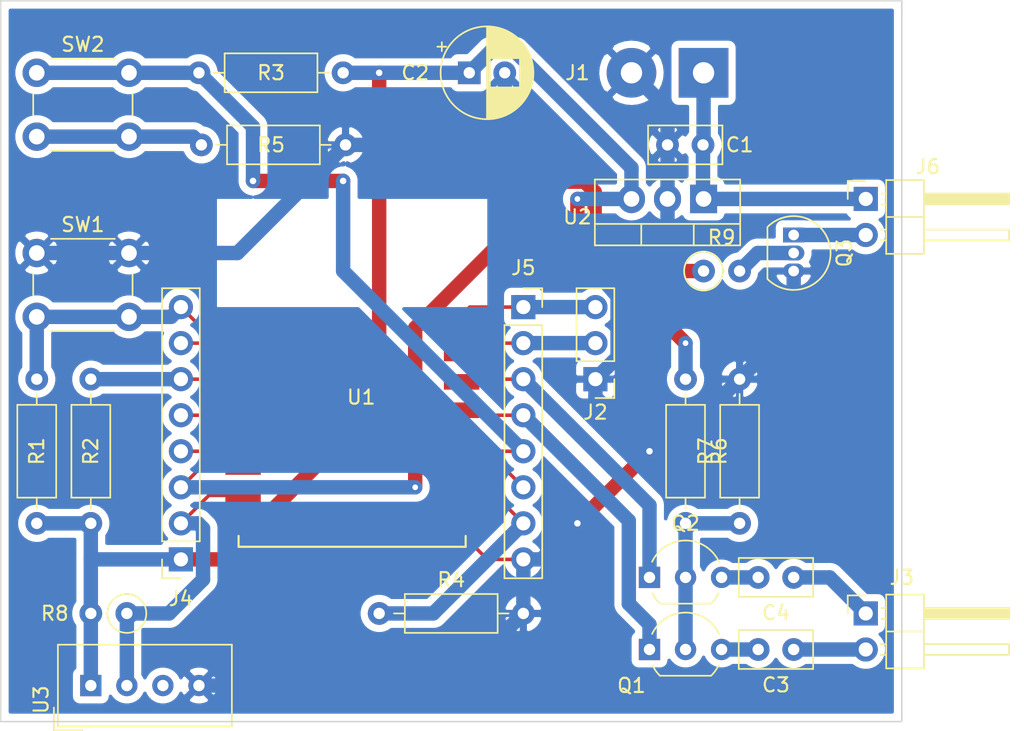
<source format=kicad_pcb>
(kicad_pcb (version 20171130) (host pcbnew "(5.1.5)-3")

  (general
    (thickness 1.6)
    (drawings 1)
    (tracks 145)
    (zones 0)
    (modules 27)
    (nets 33)
  )

  (page A4)
  (layers
    (0 F.Cu signal)
    (31 B.Cu signal)
    (32 B.Adhes user)
    (33 F.Adhes user)
    (34 B.Paste user)
    (35 F.Paste user)
    (36 B.SilkS user)
    (37 F.SilkS user)
    (38 B.Mask user)
    (39 F.Mask user)
    (40 Dwgs.User user)
    (41 Cmts.User user)
    (42 Eco1.User user)
    (43 Eco2.User user)
    (44 Edge.Cuts user)
    (45 Margin user)
    (46 B.CrtYd user)
    (47 F.CrtYd user)
    (48 B.Fab user)
    (49 F.Fab user)
  )

  (setup
    (last_trace_width 1.016)
    (user_trace_width 1.016)
    (trace_clearance 0.2)
    (zone_clearance 0.508)
    (zone_45_only no)
    (trace_min 0.2)
    (via_size 0.8)
    (via_drill 0.4)
    (via_min_size 0.4)
    (via_min_drill 0.3)
    (user_via 1.016 0.4572)
    (uvia_size 0.3)
    (uvia_drill 0.1)
    (uvias_allowed no)
    (uvia_min_size 0.2)
    (uvia_min_drill 0.1)
    (edge_width 0.05)
    (segment_width 0.2)
    (pcb_text_width 0.3)
    (pcb_text_size 1.5 1.5)
    (mod_edge_width 0.12)
    (mod_text_size 1 1)
    (mod_text_width 0.15)
    (pad_size 1.524 1.524)
    (pad_drill 0.762)
    (pad_to_mask_clearance 0.051)
    (solder_mask_min_width 0.25)
    (aux_axis_origin 0 0)
    (grid_origin 101.6 76.2)
    (visible_elements 7FFFFFFF)
    (pcbplotparams
      (layerselection 0x010fc_ffffffff)
      (usegerberextensions false)
      (usegerberattributes false)
      (usegerberadvancedattributes false)
      (creategerberjobfile false)
      (excludeedgelayer true)
      (linewidth 0.100000)
      (plotframeref false)
      (viasonmask false)
      (mode 1)
      (useauxorigin false)
      (hpglpennumber 1)
      (hpglpenspeed 20)
      (hpglpendiameter 15.000000)
      (psnegative false)
      (psa4output false)
      (plotreference true)
      (plotvalue true)
      (plotinvisibletext false)
      (padsonsilk false)
      (subtractmaskfromsilk false)
      (outputformat 1)
      (mirror false)
      (drillshape 1)
      (scaleselection 1)
      (outputdirectory ""))
  )

  (net 0 "")
  (net 1 "Net-(U1-Pad22)")
  (net 2 "Net-(U1-Pad21)")
  (net 3 "Net-(U1-Pad20)")
  (net 4 "Net-(U1-Pad19)")
  (net 5 "Net-(U1-Pad18)")
  (net 6 "Net-(U1-Pad17)")
  (net 7 GND)
  (net 8 +5V)
  (net 9 +3V3)
  (net 10 "Net-(C3-Pad2)")
  (net 11 "Net-(C3-Pad1)")
  (net 12 "Net-(C4-Pad2)")
  (net 13 "Net-(C4-Pad1)")
  (net 14 "Net-(Q1-Pad2)")
  (net 15 "Net-(R5-Pad1)")
  (net 16 /C9)
  (net 17 /C10)
  (net 18 /C1)
  (net 19 /C2)
  (net 20 /C3)
  (net 21 /C4)
  (net 22 /C5)
  (net 23 /C6)
  (net 24 /C7)
  (net 25 /C15)
  (net 26 /C14)
  (net 27 /C13)
  (net 28 /C12)
  (net 29 /C11)
  (net 30 "Net-(U3-Pad3)")
  (net 31 "Net-(J6-Pad2)")
  (net 32 "Net-(Q3-Pad2)")

  (net_class Default "This is the default net class."
    (clearance 0.2)
    (trace_width 0.25)
    (via_dia 0.8)
    (via_drill 0.4)
    (uvia_dia 0.3)
    (uvia_drill 0.1)
    (add_net +3V3)
    (add_net +5V)
    (add_net /C1)
    (add_net /C10)
    (add_net /C11)
    (add_net /C12)
    (add_net /C13)
    (add_net /C14)
    (add_net /C15)
    (add_net /C2)
    (add_net /C3)
    (add_net /C4)
    (add_net /C5)
    (add_net /C6)
    (add_net /C7)
    (add_net /C9)
    (add_net GND)
    (add_net "Net-(C3-Pad1)")
    (add_net "Net-(C3-Pad2)")
    (add_net "Net-(C4-Pad1)")
    (add_net "Net-(C4-Pad2)")
    (add_net "Net-(J6-Pad2)")
    (add_net "Net-(Q1-Pad2)")
    (add_net "Net-(Q3-Pad2)")
    (add_net "Net-(R5-Pad1)")
    (add_net "Net-(U1-Pad17)")
    (add_net "Net-(U1-Pad18)")
    (add_net "Net-(U1-Pad19)")
    (add_net "Net-(U1-Pad20)")
    (add_net "Net-(U1-Pad21)")
    (add_net "Net-(U1-Pad22)")
    (add_net "Net-(U3-Pad3)")
  )

  (module Resistor_THT:R_Axial_DIN0207_L6.3mm_D2.5mm_P2.54mm_Vertical (layer F.Cu) (tedit 5AE5139B) (tstamp 5E357488)
    (at 151.13 95.25)
    (descr "Resistor, Axial_DIN0207 series, Axial, Vertical, pin pitch=2.54mm, 0.25W = 1/4W, length*diameter=6.3*2.5mm^2, http://cdn-reichelt.de/documents/datenblatt/B400/1_4W%23YAG.pdf")
    (tags "Resistor Axial_DIN0207 series Axial Vertical pin pitch 2.54mm 0.25W = 1/4W length 6.3mm diameter 2.5mm")
    (path /5E415F96)
    (fp_text reference R9 (at 1.27 -2.37) (layer F.SilkS)
      (effects (font (size 1 1) (thickness 0.15)))
    )
    (fp_text value 4.7k (at 1.27 2.37) (layer F.Fab)
      (effects (font (size 1 1) (thickness 0.15)))
    )
    (fp_text user %R (at 1.27 -2.37) (layer F.Fab)
      (effects (font (size 1 1) (thickness 0.15)))
    )
    (fp_line (start 3.59 -1.5) (end -1.5 -1.5) (layer F.CrtYd) (width 0.05))
    (fp_line (start 3.59 1.5) (end 3.59 -1.5) (layer F.CrtYd) (width 0.05))
    (fp_line (start -1.5 1.5) (end 3.59 1.5) (layer F.CrtYd) (width 0.05))
    (fp_line (start -1.5 -1.5) (end -1.5 1.5) (layer F.CrtYd) (width 0.05))
    (fp_line (start 1.37 0) (end 1.44 0) (layer F.SilkS) (width 0.12))
    (fp_line (start 0 0) (end 2.54 0) (layer F.Fab) (width 0.1))
    (fp_circle (center 0 0) (end 1.37 0) (layer F.SilkS) (width 0.12))
    (fp_circle (center 0 0) (end 1.25 0) (layer F.Fab) (width 0.1))
    (pad 2 thru_hole oval (at 2.54 0) (size 1.6 1.6) (drill 0.8) (layers *.Cu *.Mask)
      (net 32 "Net-(Q3-Pad2)"))
    (pad 1 thru_hole circle (at 0 0) (size 1.6 1.6) (drill 0.8) (layers *.Cu *.Mask)
      (net 23 /C6))
    (model ${KISYS3DMOD}/Resistor_THT.3dshapes/R_Axial_DIN0207_L6.3mm_D2.5mm_P2.54mm_Vertical.wrl
      (at (xyz 0 0 0))
      (scale (xyz 1 1 1))
      (rotate (xyz 0 0 0))
    )
  )

  (module Package_TO_SOT_THT:TO-92_Inline (layer F.Cu) (tedit 5A1DD157) (tstamp 5E357329)
    (at 157.48 92.71 270)
    (descr "TO-92 leads in-line, narrow, oval pads, drill 0.75mm (see NXP sot054_po.pdf)")
    (tags "to-92 sc-43 sc-43a sot54 PA33 transistor")
    (path /5E412330)
    (fp_text reference Q3 (at 1.27 -3.56 90) (layer F.SilkS)
      (effects (font (size 1 1) (thickness 0.15)))
    )
    (fp_text value BC547 (at 1.27 2.79 90) (layer F.Fab)
      (effects (font (size 1 1) (thickness 0.15)))
    )
    (fp_arc (start 1.27 0) (end 1.27 -2.6) (angle 135) (layer F.SilkS) (width 0.12))
    (fp_arc (start 1.27 0) (end 1.27 -2.48) (angle -135) (layer F.Fab) (width 0.1))
    (fp_arc (start 1.27 0) (end 1.27 -2.6) (angle -135) (layer F.SilkS) (width 0.12))
    (fp_arc (start 1.27 0) (end 1.27 -2.48) (angle 135) (layer F.Fab) (width 0.1))
    (fp_line (start 4 2.01) (end -1.46 2.01) (layer F.CrtYd) (width 0.05))
    (fp_line (start 4 2.01) (end 4 -2.73) (layer F.CrtYd) (width 0.05))
    (fp_line (start -1.46 -2.73) (end -1.46 2.01) (layer F.CrtYd) (width 0.05))
    (fp_line (start -1.46 -2.73) (end 4 -2.73) (layer F.CrtYd) (width 0.05))
    (fp_line (start -0.5 1.75) (end 3 1.75) (layer F.Fab) (width 0.1))
    (fp_line (start -0.53 1.85) (end 3.07 1.85) (layer F.SilkS) (width 0.12))
    (fp_text user %R (at 1.27 -3.56 90) (layer F.Fab)
      (effects (font (size 1 1) (thickness 0.15)))
    )
    (pad 1 thru_hole rect (at 0 0 270) (size 1.05 1.5) (drill 0.75) (layers *.Cu *.Mask)
      (net 31 "Net-(J6-Pad2)"))
    (pad 3 thru_hole oval (at 2.54 0 270) (size 1.05 1.5) (drill 0.75) (layers *.Cu *.Mask)
      (net 7 GND))
    (pad 2 thru_hole oval (at 1.27 0 270) (size 1.05 1.5) (drill 0.75) (layers *.Cu *.Mask)
      (net 32 "Net-(Q3-Pad2)"))
    (model ${KISYS3DMOD}/Package_TO_SOT_THT.3dshapes/TO-92_Inline.wrl
      (at (xyz 0 0 0))
      (scale (xyz 1 1 1))
      (rotate (xyz 0 0 0))
    )
  )

  (module Connector_PinHeader_2.54mm:PinHeader_1x02_P2.54mm_Horizontal (layer F.Cu) (tedit 59FED5CB) (tstamp 5E3572CB)
    (at 162.56 90.17)
    (descr "Through hole angled pin header, 1x02, 2.54mm pitch, 6mm pin length, single row")
    (tags "Through hole angled pin header THT 1x02 2.54mm single row")
    (path /5E41876D)
    (fp_text reference J6 (at 4.385 -2.27) (layer F.SilkS)
      (effects (font (size 1 1) (thickness 0.15)))
    )
    (fp_text value Conn_01x02_Male (at 4.385 4.81) (layer F.Fab)
      (effects (font (size 1 1) (thickness 0.15)))
    )
    (fp_text user %R (at 2.77 1.27 90) (layer F.Fab)
      (effects (font (size 1 1) (thickness 0.15)))
    )
    (fp_line (start 10.55 -1.8) (end -1.8 -1.8) (layer F.CrtYd) (width 0.05))
    (fp_line (start 10.55 4.35) (end 10.55 -1.8) (layer F.CrtYd) (width 0.05))
    (fp_line (start -1.8 4.35) (end 10.55 4.35) (layer F.CrtYd) (width 0.05))
    (fp_line (start -1.8 -1.8) (end -1.8 4.35) (layer F.CrtYd) (width 0.05))
    (fp_line (start -1.27 -1.27) (end 0 -1.27) (layer F.SilkS) (width 0.12))
    (fp_line (start -1.27 0) (end -1.27 -1.27) (layer F.SilkS) (width 0.12))
    (fp_line (start 1.042929 2.92) (end 1.44 2.92) (layer F.SilkS) (width 0.12))
    (fp_line (start 1.042929 2.16) (end 1.44 2.16) (layer F.SilkS) (width 0.12))
    (fp_line (start 10.1 2.92) (end 4.1 2.92) (layer F.SilkS) (width 0.12))
    (fp_line (start 10.1 2.16) (end 10.1 2.92) (layer F.SilkS) (width 0.12))
    (fp_line (start 4.1 2.16) (end 10.1 2.16) (layer F.SilkS) (width 0.12))
    (fp_line (start 1.44 1.27) (end 4.1 1.27) (layer F.SilkS) (width 0.12))
    (fp_line (start 1.11 0.38) (end 1.44 0.38) (layer F.SilkS) (width 0.12))
    (fp_line (start 1.11 -0.38) (end 1.44 -0.38) (layer F.SilkS) (width 0.12))
    (fp_line (start 4.1 0.28) (end 10.1 0.28) (layer F.SilkS) (width 0.12))
    (fp_line (start 4.1 0.16) (end 10.1 0.16) (layer F.SilkS) (width 0.12))
    (fp_line (start 4.1 0.04) (end 10.1 0.04) (layer F.SilkS) (width 0.12))
    (fp_line (start 4.1 -0.08) (end 10.1 -0.08) (layer F.SilkS) (width 0.12))
    (fp_line (start 4.1 -0.2) (end 10.1 -0.2) (layer F.SilkS) (width 0.12))
    (fp_line (start 4.1 -0.32) (end 10.1 -0.32) (layer F.SilkS) (width 0.12))
    (fp_line (start 10.1 0.38) (end 4.1 0.38) (layer F.SilkS) (width 0.12))
    (fp_line (start 10.1 -0.38) (end 10.1 0.38) (layer F.SilkS) (width 0.12))
    (fp_line (start 4.1 -0.38) (end 10.1 -0.38) (layer F.SilkS) (width 0.12))
    (fp_line (start 4.1 -1.33) (end 1.44 -1.33) (layer F.SilkS) (width 0.12))
    (fp_line (start 4.1 3.87) (end 4.1 -1.33) (layer F.SilkS) (width 0.12))
    (fp_line (start 1.44 3.87) (end 4.1 3.87) (layer F.SilkS) (width 0.12))
    (fp_line (start 1.44 -1.33) (end 1.44 3.87) (layer F.SilkS) (width 0.12))
    (fp_line (start 4.04 2.86) (end 10.04 2.86) (layer F.Fab) (width 0.1))
    (fp_line (start 10.04 2.22) (end 10.04 2.86) (layer F.Fab) (width 0.1))
    (fp_line (start 4.04 2.22) (end 10.04 2.22) (layer F.Fab) (width 0.1))
    (fp_line (start -0.32 2.86) (end 1.5 2.86) (layer F.Fab) (width 0.1))
    (fp_line (start -0.32 2.22) (end -0.32 2.86) (layer F.Fab) (width 0.1))
    (fp_line (start -0.32 2.22) (end 1.5 2.22) (layer F.Fab) (width 0.1))
    (fp_line (start 4.04 0.32) (end 10.04 0.32) (layer F.Fab) (width 0.1))
    (fp_line (start 10.04 -0.32) (end 10.04 0.32) (layer F.Fab) (width 0.1))
    (fp_line (start 4.04 -0.32) (end 10.04 -0.32) (layer F.Fab) (width 0.1))
    (fp_line (start -0.32 0.32) (end 1.5 0.32) (layer F.Fab) (width 0.1))
    (fp_line (start -0.32 -0.32) (end -0.32 0.32) (layer F.Fab) (width 0.1))
    (fp_line (start -0.32 -0.32) (end 1.5 -0.32) (layer F.Fab) (width 0.1))
    (fp_line (start 1.5 -0.635) (end 2.135 -1.27) (layer F.Fab) (width 0.1))
    (fp_line (start 1.5 3.81) (end 1.5 -0.635) (layer F.Fab) (width 0.1))
    (fp_line (start 4.04 3.81) (end 1.5 3.81) (layer F.Fab) (width 0.1))
    (fp_line (start 4.04 -1.27) (end 4.04 3.81) (layer F.Fab) (width 0.1))
    (fp_line (start 2.135 -1.27) (end 4.04 -1.27) (layer F.Fab) (width 0.1))
    (pad 2 thru_hole oval (at 0 2.54) (size 1.7 1.7) (drill 1) (layers *.Cu *.Mask)
      (net 31 "Net-(J6-Pad2)"))
    (pad 1 thru_hole rect (at 0 0) (size 1.7 1.7) (drill 1) (layers *.Cu *.Mask)
      (net 8 +5V))
    (model ${KISYS3DMOD}/Connector_PinHeader_2.54mm.3dshapes/PinHeader_1x02_P2.54mm_Horizontal.wrl
      (at (xyz 0 0 0))
      (scale (xyz 1 1 1))
      (rotate (xyz 0 0 0))
    )
  )

  (module Resistor_THT:R_Axial_DIN0207_L6.3mm_D2.5mm_P2.54mm_Vertical (layer F.Cu) (tedit 5AE5139B) (tstamp 5E35583C)
    (at 110.49 119.38 180)
    (descr "Resistor, Axial_DIN0207 series, Axial, Vertical, pin pitch=2.54mm, 0.25W = 1/4W, length*diameter=6.3*2.5mm^2, http://cdn-reichelt.de/documents/datenblatt/B400/1_4W%23YAG.pdf")
    (tags "Resistor Axial_DIN0207 series Axial Vertical pin pitch 2.54mm 0.25W = 1/4W length 6.3mm diameter 2.5mm")
    (path /5E3FDCAD)
    (fp_text reference R8 (at 5.08 0) (layer F.SilkS)
      (effects (font (size 1 1) (thickness 0.15)))
    )
    (fp_text value 10k (at 1.27 2.37) (layer F.Fab)
      (effects (font (size 1 1) (thickness 0.15)))
    )
    (fp_text user %R (at 1.27 -2.37) (layer F.Fab)
      (effects (font (size 1 1) (thickness 0.15)))
    )
    (fp_line (start 3.59 -1.5) (end -1.5 -1.5) (layer F.CrtYd) (width 0.05))
    (fp_line (start 3.59 1.5) (end 3.59 -1.5) (layer F.CrtYd) (width 0.05))
    (fp_line (start -1.5 1.5) (end 3.59 1.5) (layer F.CrtYd) (width 0.05))
    (fp_line (start -1.5 -1.5) (end -1.5 1.5) (layer F.CrtYd) (width 0.05))
    (fp_line (start 1.37 0) (end 1.44 0) (layer F.SilkS) (width 0.12))
    (fp_line (start 0 0) (end 2.54 0) (layer F.Fab) (width 0.1))
    (fp_circle (center 0 0) (end 1.37 0) (layer F.SilkS) (width 0.12))
    (fp_circle (center 0 0) (end 1.25 0) (layer F.Fab) (width 0.1))
    (pad 2 thru_hole oval (at 2.54 0 180) (size 1.6 1.6) (drill 0.8) (layers *.Cu *.Mask)
      (net 9 +3V3))
    (pad 1 thru_hole circle (at 0 0 180) (size 1.6 1.6) (drill 0.8) (layers *.Cu *.Mask)
      (net 24 /C7))
    (model ${KISYS3DMOD}/Resistor_THT.3dshapes/R_Axial_DIN0207_L6.3mm_D2.5mm_P2.54mm_Vertical.wrl
      (at (xyz 0 0 0))
      (scale (xyz 1 1 1))
      (rotate (xyz 0 0 0))
    )
  )

  (module Sensor:Aosong_DHT11_5.5x12.0_P2.54mm (layer F.Cu) (tedit 5C4B60CF) (tstamp 5E353628)
    (at 107.95 124.46 90)
    (descr "Temperature and humidity module, http://akizukidenshi.com/download/ds/aosong/DHT11.pdf")
    (tags "Temperature and humidity module")
    (path /5E3F5AE8)
    (fp_text reference U3 (at -1 -3.5 90) (layer F.SilkS)
      (effects (font (size 1 1) (thickness 0.15)))
    )
    (fp_text value DHT11 (at 0 11.3 90) (layer F.Fab)
      (effects (font (size 1 1) (thickness 0.15)))
    )
    (fp_line (start -3.16 -2.6) (end -1.55 -2.6) (layer F.SilkS) (width 0.12))
    (fp_line (start -3.16 -2.6) (end -3.16 -0.6) (layer F.SilkS) (width 0.12))
    (fp_line (start -2.75 -1.19) (end -1.75 -2.19) (layer F.Fab) (width 0.1))
    (fp_line (start -3 10.06) (end -3 -2.44) (layer F.CrtYd) (width 0.05))
    (fp_line (start 3 10.06) (end -3 10.06) (layer F.CrtYd) (width 0.05))
    (fp_line (start 3 -2.44) (end 3 10.06) (layer F.CrtYd) (width 0.05))
    (fp_line (start -3 -2.44) (end 3 -2.44) (layer F.CrtYd) (width 0.05))
    (fp_text user %R (at 0 3.81 90) (layer F.Fab)
      (effects (font (size 1 1) (thickness 0.15)))
    )
    (fp_line (start -2.88 9.94) (end -2.88 -2.31) (layer F.SilkS) (width 0.12))
    (fp_line (start 2.88 9.94) (end -2.88 9.94) (layer F.SilkS) (width 0.12))
    (fp_line (start 2.88 -2.32) (end 2.88 9.94) (layer F.SilkS) (width 0.12))
    (fp_line (start -2.87 -2.32) (end 2.87 -2.32) (layer F.SilkS) (width 0.12))
    (fp_line (start -2.75 -1.19) (end -2.75 9.81) (layer F.Fab) (width 0.1))
    (fp_line (start 2.75 9.81) (end -2.75 9.81) (layer F.Fab) (width 0.1))
    (fp_line (start 2.75 -2.19) (end 2.75 9.81) (layer F.Fab) (width 0.1))
    (fp_line (start -1.75 -2.19) (end 2.75 -2.19) (layer F.Fab) (width 0.1))
    (pad 4 thru_hole circle (at 0 7.62 90) (size 1.5 1.5) (drill 0.8) (layers *.Cu *.Mask)
      (net 7 GND))
    (pad 3 thru_hole circle (at 0 5.08 90) (size 1.5 1.5) (drill 0.8) (layers *.Cu *.Mask)
      (net 30 "Net-(U3-Pad3)"))
    (pad 2 thru_hole circle (at 0 2.54 90) (size 1.5 1.5) (drill 0.8) (layers *.Cu *.Mask)
      (net 24 /C7))
    (pad 1 thru_hole rect (at 0 0 90) (size 1.5 1.5) (drill 0.8) (layers *.Cu *.Mask)
      (net 9 +3V3))
    (model ${KISYS3DMOD}/Sensor.3dshapes/Aosong_DHT11_5.5x12.0_P2.54mm.wrl
      (at (xyz 0 0 0))
      (scale (xyz 1 1 1))
      (rotate (xyz 0 0 0))
    )
  )

  (module Capacitor_THT:C_Disc_D5.0mm_W2.5mm_P2.50mm (layer F.Cu) (tedit 5AE50EF0) (tstamp 5E35778C)
    (at 151.09 86.36 180)
    (descr "C, Disc series, Radial, pin pitch=2.50mm, , diameter*width=5*2.5mm^2, Capacitor, http://cdn-reichelt.de/documents/datenblatt/B300/DS_KERKO_TC.pdf")
    (tags "C Disc series Radial pin pitch 2.50mm  diameter 5mm width 2.5mm Capacitor")
    (path /5E3631D5)
    (fp_text reference C1 (at -2.58 0) (layer F.SilkS)
      (effects (font (size 1 1) (thickness 0.15)))
    )
    (fp_text value 100n (at 6.31 0) (layer F.Fab)
      (effects (font (size 1 1) (thickness 0.15)))
    )
    (fp_line (start 4 -1.5) (end -1.5 -1.5) (layer F.CrtYd) (width 0.05))
    (fp_line (start 4 1.5) (end 4 -1.5) (layer F.CrtYd) (width 0.05))
    (fp_line (start -1.5 1.5) (end 4 1.5) (layer F.CrtYd) (width 0.05))
    (fp_line (start -1.5 -1.5) (end -1.5 1.5) (layer F.CrtYd) (width 0.05))
    (fp_line (start 3.87 -1.37) (end 3.87 1.37) (layer F.SilkS) (width 0.12))
    (fp_line (start -1.37 -1.37) (end -1.37 1.37) (layer F.SilkS) (width 0.12))
    (fp_line (start -1.37 1.37) (end 3.87 1.37) (layer F.SilkS) (width 0.12))
    (fp_line (start -1.37 -1.37) (end 3.87 -1.37) (layer F.SilkS) (width 0.12))
    (fp_line (start 3.75 -1.25) (end -1.25 -1.25) (layer F.Fab) (width 0.1))
    (fp_line (start 3.75 1.25) (end 3.75 -1.25) (layer F.Fab) (width 0.1))
    (fp_line (start -1.25 1.25) (end 3.75 1.25) (layer F.Fab) (width 0.1))
    (fp_line (start -1.25 -1.25) (end -1.25 1.25) (layer F.Fab) (width 0.1))
    (pad 2 thru_hole circle (at 2.5 0 180) (size 1.6 1.6) (drill 0.8) (layers *.Cu *.Mask)
      (net 7 GND))
    (pad 1 thru_hole circle (at 0 0 180) (size 1.6 1.6) (drill 0.8) (layers *.Cu *.Mask)
      (net 8 +5V))
    (model ${KISYS3DMOD}/Capacitor_THT.3dshapes/C_Disc_D5.0mm_W2.5mm_P2.50mm.wrl
      (at (xyz 0 0 0))
      (scale (xyz 1 1 1))
      (rotate (xyz 0 0 0))
    )
  )

  (module Connector_Wire:SolderWirePad_1x02_P5.08mm_Drill1.5mm (layer F.Cu) (tedit 5AEE5F19) (tstamp 5E357767)
    (at 151.13 81.28 180)
    (descr "Wire solder connection")
    (tags connector)
    (path /5E35D63C)
    (attr virtual)
    (fp_text reference J1 (at 8.89 0) (layer F.SilkS)
      (effects (font (size 1 1) (thickness 0.15)))
    )
    (fp_text value Conn_02x01 (at 2.54 3.81) (layer F.Fab)
      (effects (font (size 1 1) (thickness 0.15)))
    )
    (fp_line (start 7.33 2.25) (end -2.25 2.25) (layer F.CrtYd) (width 0.05))
    (fp_line (start 7.33 2.25) (end 7.33 -2.25) (layer F.CrtYd) (width 0.05))
    (fp_line (start -2.25 -2.25) (end -2.25 2.25) (layer F.CrtYd) (width 0.05))
    (fp_line (start -2.25 -2.25) (end 7.33 -2.25) (layer F.CrtYd) (width 0.05))
    (fp_text user %R (at 8.89 0) (layer F.Fab)
      (effects (font (size 1 1) (thickness 0.15)))
    )
    (pad 2 thru_hole circle (at 5.08 0 180) (size 3.50012 3.50012) (drill 1.50114) (layers *.Cu *.Mask)
      (net 7 GND))
    (pad 1 thru_hole rect (at 0 0 180) (size 3.50012 3.50012) (drill 1.50114) (layers *.Cu *.Mask)
      (net 8 +5V))
  )

  (module Capacitor_THT:CP_Radial_D6.3mm_P2.50mm (layer F.Cu) (tedit 5AE50EF0) (tstamp 5E352762)
    (at 134.62 81.28)
    (descr "CP, Radial series, Radial, pin pitch=2.50mm, , diameter=6.3mm, Electrolytic Capacitor")
    (tags "CP Radial series Radial pin pitch 2.50mm  diameter 6.3mm Electrolytic Capacitor")
    (path /5E36593F)
    (fp_text reference C2 (at -3.81 0) (layer F.SilkS)
      (effects (font (size 1 1) (thickness 0.15)))
    )
    (fp_text value 100u (at 1.25 4.4) (layer F.Fab)
      (effects (font (size 1 1) (thickness 0.15)))
    )
    (fp_text user %R (at 1.25 0) (layer F.Fab)
      (effects (font (size 1 1) (thickness 0.15)))
    )
    (fp_line (start -1.935241 -2.154) (end -1.935241 -1.524) (layer F.SilkS) (width 0.12))
    (fp_line (start -2.250241 -1.839) (end -1.620241 -1.839) (layer F.SilkS) (width 0.12))
    (fp_line (start 4.491 -0.402) (end 4.491 0.402) (layer F.SilkS) (width 0.12))
    (fp_line (start 4.451 -0.633) (end 4.451 0.633) (layer F.SilkS) (width 0.12))
    (fp_line (start 4.411 -0.802) (end 4.411 0.802) (layer F.SilkS) (width 0.12))
    (fp_line (start 4.371 -0.94) (end 4.371 0.94) (layer F.SilkS) (width 0.12))
    (fp_line (start 4.331 -1.059) (end 4.331 1.059) (layer F.SilkS) (width 0.12))
    (fp_line (start 4.291 -1.165) (end 4.291 1.165) (layer F.SilkS) (width 0.12))
    (fp_line (start 4.251 -1.262) (end 4.251 1.262) (layer F.SilkS) (width 0.12))
    (fp_line (start 4.211 -1.35) (end 4.211 1.35) (layer F.SilkS) (width 0.12))
    (fp_line (start 4.171 -1.432) (end 4.171 1.432) (layer F.SilkS) (width 0.12))
    (fp_line (start 4.131 -1.509) (end 4.131 1.509) (layer F.SilkS) (width 0.12))
    (fp_line (start 4.091 -1.581) (end 4.091 1.581) (layer F.SilkS) (width 0.12))
    (fp_line (start 4.051 -1.65) (end 4.051 1.65) (layer F.SilkS) (width 0.12))
    (fp_line (start 4.011 -1.714) (end 4.011 1.714) (layer F.SilkS) (width 0.12))
    (fp_line (start 3.971 -1.776) (end 3.971 1.776) (layer F.SilkS) (width 0.12))
    (fp_line (start 3.931 -1.834) (end 3.931 1.834) (layer F.SilkS) (width 0.12))
    (fp_line (start 3.891 -1.89) (end 3.891 1.89) (layer F.SilkS) (width 0.12))
    (fp_line (start 3.851 -1.944) (end 3.851 1.944) (layer F.SilkS) (width 0.12))
    (fp_line (start 3.811 -1.995) (end 3.811 1.995) (layer F.SilkS) (width 0.12))
    (fp_line (start 3.771 -2.044) (end 3.771 2.044) (layer F.SilkS) (width 0.12))
    (fp_line (start 3.731 -2.092) (end 3.731 2.092) (layer F.SilkS) (width 0.12))
    (fp_line (start 3.691 -2.137) (end 3.691 2.137) (layer F.SilkS) (width 0.12))
    (fp_line (start 3.651 -2.182) (end 3.651 2.182) (layer F.SilkS) (width 0.12))
    (fp_line (start 3.611 -2.224) (end 3.611 2.224) (layer F.SilkS) (width 0.12))
    (fp_line (start 3.571 -2.265) (end 3.571 2.265) (layer F.SilkS) (width 0.12))
    (fp_line (start 3.531 1.04) (end 3.531 2.305) (layer F.SilkS) (width 0.12))
    (fp_line (start 3.531 -2.305) (end 3.531 -1.04) (layer F.SilkS) (width 0.12))
    (fp_line (start 3.491 1.04) (end 3.491 2.343) (layer F.SilkS) (width 0.12))
    (fp_line (start 3.491 -2.343) (end 3.491 -1.04) (layer F.SilkS) (width 0.12))
    (fp_line (start 3.451 1.04) (end 3.451 2.38) (layer F.SilkS) (width 0.12))
    (fp_line (start 3.451 -2.38) (end 3.451 -1.04) (layer F.SilkS) (width 0.12))
    (fp_line (start 3.411 1.04) (end 3.411 2.416) (layer F.SilkS) (width 0.12))
    (fp_line (start 3.411 -2.416) (end 3.411 -1.04) (layer F.SilkS) (width 0.12))
    (fp_line (start 3.371 1.04) (end 3.371 2.45) (layer F.SilkS) (width 0.12))
    (fp_line (start 3.371 -2.45) (end 3.371 -1.04) (layer F.SilkS) (width 0.12))
    (fp_line (start 3.331 1.04) (end 3.331 2.484) (layer F.SilkS) (width 0.12))
    (fp_line (start 3.331 -2.484) (end 3.331 -1.04) (layer F.SilkS) (width 0.12))
    (fp_line (start 3.291 1.04) (end 3.291 2.516) (layer F.SilkS) (width 0.12))
    (fp_line (start 3.291 -2.516) (end 3.291 -1.04) (layer F.SilkS) (width 0.12))
    (fp_line (start 3.251 1.04) (end 3.251 2.548) (layer F.SilkS) (width 0.12))
    (fp_line (start 3.251 -2.548) (end 3.251 -1.04) (layer F.SilkS) (width 0.12))
    (fp_line (start 3.211 1.04) (end 3.211 2.578) (layer F.SilkS) (width 0.12))
    (fp_line (start 3.211 -2.578) (end 3.211 -1.04) (layer F.SilkS) (width 0.12))
    (fp_line (start 3.171 1.04) (end 3.171 2.607) (layer F.SilkS) (width 0.12))
    (fp_line (start 3.171 -2.607) (end 3.171 -1.04) (layer F.SilkS) (width 0.12))
    (fp_line (start 3.131 1.04) (end 3.131 2.636) (layer F.SilkS) (width 0.12))
    (fp_line (start 3.131 -2.636) (end 3.131 -1.04) (layer F.SilkS) (width 0.12))
    (fp_line (start 3.091 1.04) (end 3.091 2.664) (layer F.SilkS) (width 0.12))
    (fp_line (start 3.091 -2.664) (end 3.091 -1.04) (layer F.SilkS) (width 0.12))
    (fp_line (start 3.051 1.04) (end 3.051 2.69) (layer F.SilkS) (width 0.12))
    (fp_line (start 3.051 -2.69) (end 3.051 -1.04) (layer F.SilkS) (width 0.12))
    (fp_line (start 3.011 1.04) (end 3.011 2.716) (layer F.SilkS) (width 0.12))
    (fp_line (start 3.011 -2.716) (end 3.011 -1.04) (layer F.SilkS) (width 0.12))
    (fp_line (start 2.971 1.04) (end 2.971 2.742) (layer F.SilkS) (width 0.12))
    (fp_line (start 2.971 -2.742) (end 2.971 -1.04) (layer F.SilkS) (width 0.12))
    (fp_line (start 2.931 1.04) (end 2.931 2.766) (layer F.SilkS) (width 0.12))
    (fp_line (start 2.931 -2.766) (end 2.931 -1.04) (layer F.SilkS) (width 0.12))
    (fp_line (start 2.891 1.04) (end 2.891 2.79) (layer F.SilkS) (width 0.12))
    (fp_line (start 2.891 -2.79) (end 2.891 -1.04) (layer F.SilkS) (width 0.12))
    (fp_line (start 2.851 1.04) (end 2.851 2.812) (layer F.SilkS) (width 0.12))
    (fp_line (start 2.851 -2.812) (end 2.851 -1.04) (layer F.SilkS) (width 0.12))
    (fp_line (start 2.811 1.04) (end 2.811 2.834) (layer F.SilkS) (width 0.12))
    (fp_line (start 2.811 -2.834) (end 2.811 -1.04) (layer F.SilkS) (width 0.12))
    (fp_line (start 2.771 1.04) (end 2.771 2.856) (layer F.SilkS) (width 0.12))
    (fp_line (start 2.771 -2.856) (end 2.771 -1.04) (layer F.SilkS) (width 0.12))
    (fp_line (start 2.731 1.04) (end 2.731 2.876) (layer F.SilkS) (width 0.12))
    (fp_line (start 2.731 -2.876) (end 2.731 -1.04) (layer F.SilkS) (width 0.12))
    (fp_line (start 2.691 1.04) (end 2.691 2.896) (layer F.SilkS) (width 0.12))
    (fp_line (start 2.691 -2.896) (end 2.691 -1.04) (layer F.SilkS) (width 0.12))
    (fp_line (start 2.651 1.04) (end 2.651 2.916) (layer F.SilkS) (width 0.12))
    (fp_line (start 2.651 -2.916) (end 2.651 -1.04) (layer F.SilkS) (width 0.12))
    (fp_line (start 2.611 1.04) (end 2.611 2.934) (layer F.SilkS) (width 0.12))
    (fp_line (start 2.611 -2.934) (end 2.611 -1.04) (layer F.SilkS) (width 0.12))
    (fp_line (start 2.571 1.04) (end 2.571 2.952) (layer F.SilkS) (width 0.12))
    (fp_line (start 2.571 -2.952) (end 2.571 -1.04) (layer F.SilkS) (width 0.12))
    (fp_line (start 2.531 1.04) (end 2.531 2.97) (layer F.SilkS) (width 0.12))
    (fp_line (start 2.531 -2.97) (end 2.531 -1.04) (layer F.SilkS) (width 0.12))
    (fp_line (start 2.491 1.04) (end 2.491 2.986) (layer F.SilkS) (width 0.12))
    (fp_line (start 2.491 -2.986) (end 2.491 -1.04) (layer F.SilkS) (width 0.12))
    (fp_line (start 2.451 1.04) (end 2.451 3.002) (layer F.SilkS) (width 0.12))
    (fp_line (start 2.451 -3.002) (end 2.451 -1.04) (layer F.SilkS) (width 0.12))
    (fp_line (start 2.411 1.04) (end 2.411 3.018) (layer F.SilkS) (width 0.12))
    (fp_line (start 2.411 -3.018) (end 2.411 -1.04) (layer F.SilkS) (width 0.12))
    (fp_line (start 2.371 1.04) (end 2.371 3.033) (layer F.SilkS) (width 0.12))
    (fp_line (start 2.371 -3.033) (end 2.371 -1.04) (layer F.SilkS) (width 0.12))
    (fp_line (start 2.331 1.04) (end 2.331 3.047) (layer F.SilkS) (width 0.12))
    (fp_line (start 2.331 -3.047) (end 2.331 -1.04) (layer F.SilkS) (width 0.12))
    (fp_line (start 2.291 1.04) (end 2.291 3.061) (layer F.SilkS) (width 0.12))
    (fp_line (start 2.291 -3.061) (end 2.291 -1.04) (layer F.SilkS) (width 0.12))
    (fp_line (start 2.251 1.04) (end 2.251 3.074) (layer F.SilkS) (width 0.12))
    (fp_line (start 2.251 -3.074) (end 2.251 -1.04) (layer F.SilkS) (width 0.12))
    (fp_line (start 2.211 1.04) (end 2.211 3.086) (layer F.SilkS) (width 0.12))
    (fp_line (start 2.211 -3.086) (end 2.211 -1.04) (layer F.SilkS) (width 0.12))
    (fp_line (start 2.171 1.04) (end 2.171 3.098) (layer F.SilkS) (width 0.12))
    (fp_line (start 2.171 -3.098) (end 2.171 -1.04) (layer F.SilkS) (width 0.12))
    (fp_line (start 2.131 1.04) (end 2.131 3.11) (layer F.SilkS) (width 0.12))
    (fp_line (start 2.131 -3.11) (end 2.131 -1.04) (layer F.SilkS) (width 0.12))
    (fp_line (start 2.091 1.04) (end 2.091 3.121) (layer F.SilkS) (width 0.12))
    (fp_line (start 2.091 -3.121) (end 2.091 -1.04) (layer F.SilkS) (width 0.12))
    (fp_line (start 2.051 1.04) (end 2.051 3.131) (layer F.SilkS) (width 0.12))
    (fp_line (start 2.051 -3.131) (end 2.051 -1.04) (layer F.SilkS) (width 0.12))
    (fp_line (start 2.011 1.04) (end 2.011 3.141) (layer F.SilkS) (width 0.12))
    (fp_line (start 2.011 -3.141) (end 2.011 -1.04) (layer F.SilkS) (width 0.12))
    (fp_line (start 1.971 1.04) (end 1.971 3.15) (layer F.SilkS) (width 0.12))
    (fp_line (start 1.971 -3.15) (end 1.971 -1.04) (layer F.SilkS) (width 0.12))
    (fp_line (start 1.93 1.04) (end 1.93 3.159) (layer F.SilkS) (width 0.12))
    (fp_line (start 1.93 -3.159) (end 1.93 -1.04) (layer F.SilkS) (width 0.12))
    (fp_line (start 1.89 1.04) (end 1.89 3.167) (layer F.SilkS) (width 0.12))
    (fp_line (start 1.89 -3.167) (end 1.89 -1.04) (layer F.SilkS) (width 0.12))
    (fp_line (start 1.85 1.04) (end 1.85 3.175) (layer F.SilkS) (width 0.12))
    (fp_line (start 1.85 -3.175) (end 1.85 -1.04) (layer F.SilkS) (width 0.12))
    (fp_line (start 1.81 1.04) (end 1.81 3.182) (layer F.SilkS) (width 0.12))
    (fp_line (start 1.81 -3.182) (end 1.81 -1.04) (layer F.SilkS) (width 0.12))
    (fp_line (start 1.77 1.04) (end 1.77 3.189) (layer F.SilkS) (width 0.12))
    (fp_line (start 1.77 -3.189) (end 1.77 -1.04) (layer F.SilkS) (width 0.12))
    (fp_line (start 1.73 1.04) (end 1.73 3.195) (layer F.SilkS) (width 0.12))
    (fp_line (start 1.73 -3.195) (end 1.73 -1.04) (layer F.SilkS) (width 0.12))
    (fp_line (start 1.69 1.04) (end 1.69 3.201) (layer F.SilkS) (width 0.12))
    (fp_line (start 1.69 -3.201) (end 1.69 -1.04) (layer F.SilkS) (width 0.12))
    (fp_line (start 1.65 1.04) (end 1.65 3.206) (layer F.SilkS) (width 0.12))
    (fp_line (start 1.65 -3.206) (end 1.65 -1.04) (layer F.SilkS) (width 0.12))
    (fp_line (start 1.61 1.04) (end 1.61 3.211) (layer F.SilkS) (width 0.12))
    (fp_line (start 1.61 -3.211) (end 1.61 -1.04) (layer F.SilkS) (width 0.12))
    (fp_line (start 1.57 1.04) (end 1.57 3.215) (layer F.SilkS) (width 0.12))
    (fp_line (start 1.57 -3.215) (end 1.57 -1.04) (layer F.SilkS) (width 0.12))
    (fp_line (start 1.53 1.04) (end 1.53 3.218) (layer F.SilkS) (width 0.12))
    (fp_line (start 1.53 -3.218) (end 1.53 -1.04) (layer F.SilkS) (width 0.12))
    (fp_line (start 1.49 1.04) (end 1.49 3.222) (layer F.SilkS) (width 0.12))
    (fp_line (start 1.49 -3.222) (end 1.49 -1.04) (layer F.SilkS) (width 0.12))
    (fp_line (start 1.45 -3.224) (end 1.45 3.224) (layer F.SilkS) (width 0.12))
    (fp_line (start 1.41 -3.227) (end 1.41 3.227) (layer F.SilkS) (width 0.12))
    (fp_line (start 1.37 -3.228) (end 1.37 3.228) (layer F.SilkS) (width 0.12))
    (fp_line (start 1.33 -3.23) (end 1.33 3.23) (layer F.SilkS) (width 0.12))
    (fp_line (start 1.29 -3.23) (end 1.29 3.23) (layer F.SilkS) (width 0.12))
    (fp_line (start 1.25 -3.23) (end 1.25 3.23) (layer F.SilkS) (width 0.12))
    (fp_line (start -1.128972 -1.6885) (end -1.128972 -1.0585) (layer F.Fab) (width 0.1))
    (fp_line (start -1.443972 -1.3735) (end -0.813972 -1.3735) (layer F.Fab) (width 0.1))
    (fp_circle (center 1.25 0) (end 4.65 0) (layer F.CrtYd) (width 0.05))
    (fp_circle (center 1.25 0) (end 4.52 0) (layer F.SilkS) (width 0.12))
    (fp_circle (center 1.25 0) (end 4.4 0) (layer F.Fab) (width 0.1))
    (pad 2 thru_hole circle (at 2.5 0) (size 1.6 1.6) (drill 0.8) (layers *.Cu *.Mask)
      (net 7 GND))
    (pad 1 thru_hole rect (at 0 0) (size 1.6 1.6) (drill 0.8) (layers *.Cu *.Mask)
      (net 9 +3V3))
    (model ${KISYS3DMOD}/Capacitor_THT.3dshapes/CP_Radial_D6.3mm_P2.50mm.wrl
      (at (xyz 0 0 0))
      (scale (xyz 1 1 1))
      (rotate (xyz 0 0 0))
    )
  )

  (module Package_TO_SOT_THT:TO-220-3_Vertical (layer F.Cu) (tedit 5AC8BA0D) (tstamp 5E35772B)
    (at 151.13 90.17 180)
    (descr "TO-220-3, Vertical, RM 2.54mm, see https://www.vishay.com/docs/66542/to-220-1.pdf")
    (tags "TO-220-3 Vertical RM 2.54mm")
    (path /5E354B39)
    (fp_text reference U2 (at 8.89 -1.27) (layer F.SilkS)
      (effects (font (size 1 1) (thickness 0.15)))
    )
    (fp_text value LF33_TO220 (at 2.54 -2.54) (layer F.Fab)
      (effects (font (size 1 1) (thickness 0.15)))
    )
    (fp_text user %R (at 2.54 -4.27) (layer F.Fab)
      (effects (font (size 1 1) (thickness 0.15)))
    )
    (fp_line (start 7.79 -3.4) (end -2.71 -3.4) (layer F.CrtYd) (width 0.05))
    (fp_line (start 7.79 1.51) (end 7.79 -3.4) (layer F.CrtYd) (width 0.05))
    (fp_line (start -2.71 1.51) (end 7.79 1.51) (layer F.CrtYd) (width 0.05))
    (fp_line (start -2.71 -3.4) (end -2.71 1.51) (layer F.CrtYd) (width 0.05))
    (fp_line (start 4.391 -3.27) (end 4.391 -1.76) (layer F.SilkS) (width 0.12))
    (fp_line (start 0.69 -3.27) (end 0.69 -1.76) (layer F.SilkS) (width 0.12))
    (fp_line (start -2.58 -1.76) (end 7.66 -1.76) (layer F.SilkS) (width 0.12))
    (fp_line (start 7.66 -3.27) (end 7.66 1.371) (layer F.SilkS) (width 0.12))
    (fp_line (start -2.58 -3.27) (end -2.58 1.371) (layer F.SilkS) (width 0.12))
    (fp_line (start -2.58 1.371) (end 7.66 1.371) (layer F.SilkS) (width 0.12))
    (fp_line (start -2.58 -3.27) (end 7.66 -3.27) (layer F.SilkS) (width 0.12))
    (fp_line (start 4.39 -3.15) (end 4.39 -1.88) (layer F.Fab) (width 0.1))
    (fp_line (start 0.69 -3.15) (end 0.69 -1.88) (layer F.Fab) (width 0.1))
    (fp_line (start -2.46 -1.88) (end 7.54 -1.88) (layer F.Fab) (width 0.1))
    (fp_line (start 7.54 -3.15) (end -2.46 -3.15) (layer F.Fab) (width 0.1))
    (fp_line (start 7.54 1.25) (end 7.54 -3.15) (layer F.Fab) (width 0.1))
    (fp_line (start -2.46 1.25) (end 7.54 1.25) (layer F.Fab) (width 0.1))
    (fp_line (start -2.46 -3.15) (end -2.46 1.25) (layer F.Fab) (width 0.1))
    (pad 3 thru_hole oval (at 5.08 0 180) (size 1.905 2) (drill 1.1) (layers *.Cu *.Mask)
      (net 9 +3V3))
    (pad 2 thru_hole oval (at 2.54 0 180) (size 1.905 2) (drill 1.1) (layers *.Cu *.Mask)
      (net 7 GND))
    (pad 1 thru_hole rect (at 0 0 180) (size 1.905 2) (drill 1.1) (layers *.Cu *.Mask)
      (net 8 +5V))
    (model ${KISYS3DMOD}/Package_TO_SOT_THT.3dshapes/TO-220-3_Vertical.wrl
      (at (xyz 0 0 0))
      (scale (xyz 1 1 1))
      (rotate (xyz 0 0 0))
    )
  )

  (module Connector_PinSocket_2.54mm:PinSocket_1x08_P2.54mm_Vertical (layer F.Cu) (tedit 5A19A420) (tstamp 5E351557)
    (at 138.43 97.79)
    (descr "Through hole straight socket strip, 1x08, 2.54mm pitch, single row (from Kicad 4.0.7), script generated")
    (tags "Through hole socket strip THT 1x08 2.54mm single row")
    (path /5E3D6EE0)
    (fp_text reference J5 (at 0 -2.77) (layer F.SilkS)
      (effects (font (size 1 1) (thickness 0.15)))
    )
    (fp_text value Conn_01x08 (at 2.54 15.24 90) (layer F.Fab)
      (effects (font (size 1 1) (thickness 0.15)))
    )
    (fp_text user %R (at 0 8.89 90) (layer F.Fab)
      (effects (font (size 1 1) (thickness 0.15)))
    )
    (fp_line (start -1.8 19.55) (end -1.8 -1.8) (layer F.CrtYd) (width 0.05))
    (fp_line (start 1.75 19.55) (end -1.8 19.55) (layer F.CrtYd) (width 0.05))
    (fp_line (start 1.75 -1.8) (end 1.75 19.55) (layer F.CrtYd) (width 0.05))
    (fp_line (start -1.8 -1.8) (end 1.75 -1.8) (layer F.CrtYd) (width 0.05))
    (fp_line (start 0 -1.33) (end 1.33 -1.33) (layer F.SilkS) (width 0.12))
    (fp_line (start 1.33 -1.33) (end 1.33 0) (layer F.SilkS) (width 0.12))
    (fp_line (start 1.33 1.27) (end 1.33 19.11) (layer F.SilkS) (width 0.12))
    (fp_line (start -1.33 19.11) (end 1.33 19.11) (layer F.SilkS) (width 0.12))
    (fp_line (start -1.33 1.27) (end -1.33 19.11) (layer F.SilkS) (width 0.12))
    (fp_line (start -1.33 1.27) (end 1.33 1.27) (layer F.SilkS) (width 0.12))
    (fp_line (start -1.27 19.05) (end -1.27 -1.27) (layer F.Fab) (width 0.1))
    (fp_line (start 1.27 19.05) (end -1.27 19.05) (layer F.Fab) (width 0.1))
    (fp_line (start 1.27 -0.635) (end 1.27 19.05) (layer F.Fab) (width 0.1))
    (fp_line (start 0.635 -1.27) (end 1.27 -0.635) (layer F.Fab) (width 0.1))
    (fp_line (start -1.27 -1.27) (end 0.635 -1.27) (layer F.Fab) (width 0.1))
    (pad 8 thru_hole oval (at 0 17.78) (size 1.7 1.7) (drill 1) (layers *.Cu *.Mask)
      (net 7 GND))
    (pad 7 thru_hole oval (at 0 15.24) (size 1.7 1.7) (drill 1) (layers *.Cu *.Mask)
      (net 25 /C15))
    (pad 6 thru_hole oval (at 0 12.7) (size 1.7 1.7) (drill 1) (layers *.Cu *.Mask)
      (net 26 /C14))
    (pad 5 thru_hole oval (at 0 10.16) (size 1.7 1.7) (drill 1) (layers *.Cu *.Mask)
      (net 27 /C13))
    (pad 4 thru_hole oval (at 0 7.62) (size 1.7 1.7) (drill 1) (layers *.Cu *.Mask)
      (net 28 /C12))
    (pad 3 thru_hole oval (at 0 5.08) (size 1.7 1.7) (drill 1) (layers *.Cu *.Mask)
      (net 29 /C11))
    (pad 2 thru_hole oval (at 0 2.54) (size 1.7 1.7) (drill 1) (layers *.Cu *.Mask)
      (net 17 /C10))
    (pad 1 thru_hole rect (at 0 0) (size 1.7 1.7) (drill 1) (layers *.Cu *.Mask)
      (net 16 /C9))
    (model ${KISYS3DMOD}/Connector_PinSocket_2.54mm.3dshapes/PinSocket_1x08_P2.54mm_Vertical.wrl
      (at (xyz 0 0 0))
      (scale (xyz 1 1 1))
      (rotate (xyz 0 0 0))
    )
  )

  (module Connector_PinSocket_2.54mm:PinSocket_1x08_P2.54mm_Vertical (layer F.Cu) (tedit 5A19A420) (tstamp 5E35153B)
    (at 114.3 115.57 180)
    (descr "Through hole straight socket strip, 1x08, 2.54mm pitch, single row (from Kicad 4.0.7), script generated")
    (tags "Through hole socket strip THT 1x08 2.54mm single row")
    (path /5E3D34FA)
    (fp_text reference J4 (at 0 -2.77) (layer F.SilkS)
      (effects (font (size 1 1) (thickness 0.15)))
    )
    (fp_text value Conn_01x08 (at 0 20.55) (layer F.Fab)
      (effects (font (size 1 1) (thickness 0.15)))
    )
    (fp_text user %R (at 0 8.89 90) (layer F.Fab)
      (effects (font (size 1 1) (thickness 0.15)))
    )
    (fp_line (start -1.8 19.55) (end -1.8 -1.8) (layer F.CrtYd) (width 0.05))
    (fp_line (start 1.75 19.55) (end -1.8 19.55) (layer F.CrtYd) (width 0.05))
    (fp_line (start 1.75 -1.8) (end 1.75 19.55) (layer F.CrtYd) (width 0.05))
    (fp_line (start -1.8 -1.8) (end 1.75 -1.8) (layer F.CrtYd) (width 0.05))
    (fp_line (start 0 -1.33) (end 1.33 -1.33) (layer F.SilkS) (width 0.12))
    (fp_line (start 1.33 -1.33) (end 1.33 0) (layer F.SilkS) (width 0.12))
    (fp_line (start 1.33 1.27) (end 1.33 19.11) (layer F.SilkS) (width 0.12))
    (fp_line (start -1.33 19.11) (end 1.33 19.11) (layer F.SilkS) (width 0.12))
    (fp_line (start -1.33 1.27) (end -1.33 19.11) (layer F.SilkS) (width 0.12))
    (fp_line (start -1.33 1.27) (end 1.33 1.27) (layer F.SilkS) (width 0.12))
    (fp_line (start -1.27 19.05) (end -1.27 -1.27) (layer F.Fab) (width 0.1))
    (fp_line (start 1.27 19.05) (end -1.27 19.05) (layer F.Fab) (width 0.1))
    (fp_line (start 1.27 -0.635) (end 1.27 19.05) (layer F.Fab) (width 0.1))
    (fp_line (start 0.635 -1.27) (end 1.27 -0.635) (layer F.Fab) (width 0.1))
    (fp_line (start -1.27 -1.27) (end 0.635 -1.27) (layer F.Fab) (width 0.1))
    (pad 8 thru_hole oval (at 0 17.78 180) (size 1.7 1.7) (drill 1) (layers *.Cu *.Mask)
      (net 18 /C1))
    (pad 7 thru_hole oval (at 0 15.24 180) (size 1.7 1.7) (drill 1) (layers *.Cu *.Mask)
      (net 19 /C2))
    (pad 6 thru_hole oval (at 0 12.7 180) (size 1.7 1.7) (drill 1) (layers *.Cu *.Mask)
      (net 20 /C3))
    (pad 5 thru_hole oval (at 0 10.16 180) (size 1.7 1.7) (drill 1) (layers *.Cu *.Mask)
      (net 21 /C4))
    (pad 4 thru_hole oval (at 0 7.62 180) (size 1.7 1.7) (drill 1) (layers *.Cu *.Mask)
      (net 22 /C5))
    (pad 3 thru_hole oval (at 0 5.08 180) (size 1.7 1.7) (drill 1) (layers *.Cu *.Mask)
      (net 23 /C6))
    (pad 2 thru_hole oval (at 0 2.54 180) (size 1.7 1.7) (drill 1) (layers *.Cu *.Mask)
      (net 24 /C7))
    (pad 1 thru_hole rect (at 0 0 180) (size 1.7 1.7) (drill 1) (layers *.Cu *.Mask)
      (net 9 +3V3))
    (model ${KISYS3DMOD}/Connector_PinSocket_2.54mm.3dshapes/PinSocket_1x08_P2.54mm_Vertical.wrl
      (at (xyz 0 0 0))
      (scale (xyz 1 1 1))
      (rotate (xyz 0 0 0))
    )
  )

  (module Connector_PinHeader_2.54mm:PinHeader_1x03_P2.54mm_Vertical (layer F.Cu) (tedit 59FED5CC) (tstamp 5E34FBB5)
    (at 143.51 102.87 180)
    (descr "Through hole straight pin header, 1x03, 2.54mm pitch, single row")
    (tags "Through hole pin header THT 1x03 2.54mm single row")
    (path /5E36B860)
    (fp_text reference J2 (at 0 -2.33) (layer F.SilkS)
      (effects (font (size 1 1) (thickness 0.15)))
    )
    (fp_text value Conn_01x03_Male (at -3.81 2.54 90) (layer F.Fab)
      (effects (font (size 1 1) (thickness 0.15)))
    )
    (fp_text user %R (at 0 2.54 90) (layer F.Fab)
      (effects (font (size 1 1) (thickness 0.15)))
    )
    (fp_line (start 1.8 -1.8) (end -1.8 -1.8) (layer F.CrtYd) (width 0.05))
    (fp_line (start 1.8 6.85) (end 1.8 -1.8) (layer F.CrtYd) (width 0.05))
    (fp_line (start -1.8 6.85) (end 1.8 6.85) (layer F.CrtYd) (width 0.05))
    (fp_line (start -1.8 -1.8) (end -1.8 6.85) (layer F.CrtYd) (width 0.05))
    (fp_line (start -1.33 -1.33) (end 0 -1.33) (layer F.SilkS) (width 0.12))
    (fp_line (start -1.33 0) (end -1.33 -1.33) (layer F.SilkS) (width 0.12))
    (fp_line (start -1.33 1.27) (end 1.33 1.27) (layer F.SilkS) (width 0.12))
    (fp_line (start 1.33 1.27) (end 1.33 6.41) (layer F.SilkS) (width 0.12))
    (fp_line (start -1.33 1.27) (end -1.33 6.41) (layer F.SilkS) (width 0.12))
    (fp_line (start -1.33 6.41) (end 1.33 6.41) (layer F.SilkS) (width 0.12))
    (fp_line (start -1.27 -0.635) (end -0.635 -1.27) (layer F.Fab) (width 0.1))
    (fp_line (start -1.27 6.35) (end -1.27 -0.635) (layer F.Fab) (width 0.1))
    (fp_line (start 1.27 6.35) (end -1.27 6.35) (layer F.Fab) (width 0.1))
    (fp_line (start 1.27 -1.27) (end 1.27 6.35) (layer F.Fab) (width 0.1))
    (fp_line (start -0.635 -1.27) (end 1.27 -1.27) (layer F.Fab) (width 0.1))
    (pad 3 thru_hole oval (at 0 5.08 180) (size 1.7 1.7) (drill 1) (layers *.Cu *.Mask)
      (net 16 /C9))
    (pad 2 thru_hole oval (at 0 2.54 180) (size 1.7 1.7) (drill 1) (layers *.Cu *.Mask)
      (net 17 /C10))
    (pad 1 thru_hole rect (at 0 0 180) (size 1.7 1.7) (drill 1) (layers *.Cu *.Mask)
      (net 7 GND))
    (model ${KISYS3DMOD}/Connector_PinHeader_2.54mm.3dshapes/PinHeader_1x03_P2.54mm_Vertical.wrl
      (at (xyz 0 0 0))
      (scale (xyz 1 1 1))
      (rotate (xyz 0 0 0))
    )
  )

  (module Button_Switch_THT:SW_PUSH_6mm_H5mm (layer F.Cu) (tedit 5A02FE31) (tstamp 5E34DE7D)
    (at 104.14 81.28)
    (descr "tactile push button, 6x6mm e.g. PHAP33xx series, height=5mm")
    (tags "tact sw push 6mm")
    (path /5E346C64)
    (fp_text reference SW2 (at 3.25 -2) (layer F.SilkS)
      (effects (font (size 1 1) (thickness 0.15)))
    )
    (fp_text value prog (at 3.75 6.7) (layer F.Fab)
      (effects (font (size 1 1) (thickness 0.15)))
    )
    (fp_circle (center 3.25 2.25) (end 1.25 2.5) (layer F.Fab) (width 0.1))
    (fp_line (start 6.75 3) (end 6.75 1.5) (layer F.SilkS) (width 0.12))
    (fp_line (start 5.5 -1) (end 1 -1) (layer F.SilkS) (width 0.12))
    (fp_line (start -0.25 1.5) (end -0.25 3) (layer F.SilkS) (width 0.12))
    (fp_line (start 1 5.5) (end 5.5 5.5) (layer F.SilkS) (width 0.12))
    (fp_line (start 8 -1.25) (end 8 5.75) (layer F.CrtYd) (width 0.05))
    (fp_line (start 7.75 6) (end -1.25 6) (layer F.CrtYd) (width 0.05))
    (fp_line (start -1.5 5.75) (end -1.5 -1.25) (layer F.CrtYd) (width 0.05))
    (fp_line (start -1.25 -1.5) (end 7.75 -1.5) (layer F.CrtYd) (width 0.05))
    (fp_line (start -1.5 6) (end -1.25 6) (layer F.CrtYd) (width 0.05))
    (fp_line (start -1.5 5.75) (end -1.5 6) (layer F.CrtYd) (width 0.05))
    (fp_line (start -1.5 -1.5) (end -1.25 -1.5) (layer F.CrtYd) (width 0.05))
    (fp_line (start -1.5 -1.25) (end -1.5 -1.5) (layer F.CrtYd) (width 0.05))
    (fp_line (start 8 -1.5) (end 8 -1.25) (layer F.CrtYd) (width 0.05))
    (fp_line (start 7.75 -1.5) (end 8 -1.5) (layer F.CrtYd) (width 0.05))
    (fp_line (start 8 6) (end 8 5.75) (layer F.CrtYd) (width 0.05))
    (fp_line (start 7.75 6) (end 8 6) (layer F.CrtYd) (width 0.05))
    (fp_line (start 0.25 -0.75) (end 3.25 -0.75) (layer F.Fab) (width 0.1))
    (fp_line (start 0.25 5.25) (end 0.25 -0.75) (layer F.Fab) (width 0.1))
    (fp_line (start 6.25 5.25) (end 0.25 5.25) (layer F.Fab) (width 0.1))
    (fp_line (start 6.25 -0.75) (end 6.25 5.25) (layer F.Fab) (width 0.1))
    (fp_line (start 3.25 -0.75) (end 6.25 -0.75) (layer F.Fab) (width 0.1))
    (fp_text user %R (at 3.25 2.25) (layer F.Fab)
      (effects (font (size 1 1) (thickness 0.15)))
    )
    (pad 1 thru_hole circle (at 6.5 0 90) (size 2 2) (drill 1.1) (layers *.Cu *.Mask)
      (net 27 /C13))
    (pad 2 thru_hole circle (at 6.5 4.5 90) (size 2 2) (drill 1.1) (layers *.Cu *.Mask)
      (net 15 "Net-(R5-Pad1)"))
    (pad 1 thru_hole circle (at 0 0 90) (size 2 2) (drill 1.1) (layers *.Cu *.Mask)
      (net 27 /C13))
    (pad 2 thru_hole circle (at 0 4.5 90) (size 2 2) (drill 1.1) (layers *.Cu *.Mask)
      (net 15 "Net-(R5-Pad1)"))
    (model ${KISYS3DMOD}/Button_Switch_THT.3dshapes/SW_PUSH_6mm_H5mm.wrl
      (at (xyz 0 0 0))
      (scale (xyz 1 1 1))
      (rotate (xyz 0 0 0))
    )
  )

  (module Button_Switch_THT:SW_PUSH_6mm_H5mm (layer F.Cu) (tedit 5A02FE31) (tstamp 5E34DE5E)
    (at 104.14 93.98)
    (descr "tactile push button, 6x6mm e.g. PHAP33xx series, height=5mm")
    (tags "tact sw push 6mm")
    (path /5E3463A7)
    (fp_text reference SW1 (at 3.25 -2) (layer F.SilkS)
      (effects (font (size 1 1) (thickness 0.15)))
    )
    (fp_text value reset (at 3.75 6.7) (layer F.Fab)
      (effects (font (size 1 1) (thickness 0.15)))
    )
    (fp_circle (center 3.25 2.25) (end 1.25 2.5) (layer F.Fab) (width 0.1))
    (fp_line (start 6.75 3) (end 6.75 1.5) (layer F.SilkS) (width 0.12))
    (fp_line (start 5.5 -1) (end 1 -1) (layer F.SilkS) (width 0.12))
    (fp_line (start -0.25 1.5) (end -0.25 3) (layer F.SilkS) (width 0.12))
    (fp_line (start 1 5.5) (end 5.5 5.5) (layer F.SilkS) (width 0.12))
    (fp_line (start 8 -1.25) (end 8 5.75) (layer F.CrtYd) (width 0.05))
    (fp_line (start 7.75 6) (end -1.25 6) (layer F.CrtYd) (width 0.05))
    (fp_line (start -1.5 5.75) (end -1.5 -1.25) (layer F.CrtYd) (width 0.05))
    (fp_line (start -1.25 -1.5) (end 7.75 -1.5) (layer F.CrtYd) (width 0.05))
    (fp_line (start -1.5 6) (end -1.25 6) (layer F.CrtYd) (width 0.05))
    (fp_line (start -1.5 5.75) (end -1.5 6) (layer F.CrtYd) (width 0.05))
    (fp_line (start -1.5 -1.5) (end -1.25 -1.5) (layer F.CrtYd) (width 0.05))
    (fp_line (start -1.5 -1.25) (end -1.5 -1.5) (layer F.CrtYd) (width 0.05))
    (fp_line (start 8 -1.5) (end 8 -1.25) (layer F.CrtYd) (width 0.05))
    (fp_line (start 7.75 -1.5) (end 8 -1.5) (layer F.CrtYd) (width 0.05))
    (fp_line (start 8 6) (end 8 5.75) (layer F.CrtYd) (width 0.05))
    (fp_line (start 7.75 6) (end 8 6) (layer F.CrtYd) (width 0.05))
    (fp_line (start 0.25 -0.75) (end 3.25 -0.75) (layer F.Fab) (width 0.1))
    (fp_line (start 0.25 5.25) (end 0.25 -0.75) (layer F.Fab) (width 0.1))
    (fp_line (start 6.25 5.25) (end 0.25 5.25) (layer F.Fab) (width 0.1))
    (fp_line (start 6.25 -0.75) (end 6.25 5.25) (layer F.Fab) (width 0.1))
    (fp_line (start 3.25 -0.75) (end 6.25 -0.75) (layer F.Fab) (width 0.1))
    (fp_text user %R (at 3.25 2.25) (layer F.Fab)
      (effects (font (size 1 1) (thickness 0.15)))
    )
    (pad 1 thru_hole circle (at 6.5 0 90) (size 2 2) (drill 1.1) (layers *.Cu *.Mask)
      (net 7 GND))
    (pad 2 thru_hole circle (at 6.5 4.5 90) (size 2 2) (drill 1.1) (layers *.Cu *.Mask)
      (net 18 /C1))
    (pad 1 thru_hole circle (at 0 0 90) (size 2 2) (drill 1.1) (layers *.Cu *.Mask)
      (net 7 GND))
    (pad 2 thru_hole circle (at 0 4.5 90) (size 2 2) (drill 1.1) (layers *.Cu *.Mask)
      (net 18 /C1))
    (model ${KISYS3DMOD}/Button_Switch_THT.3dshapes/SW_PUSH_6mm_H5mm.wrl
      (at (xyz 0 0 0))
      (scale (xyz 1 1 1))
      (rotate (xyz 0 0 0))
    )
  )

  (module Resistor_THT:R_Axial_DIN0207_L6.3mm_D2.5mm_P10.16mm_Horizontal (layer F.Cu) (tedit 5AE5139B) (tstamp 5E34DE3F)
    (at 153.67 113.03 90)
    (descr "Resistor, Axial_DIN0207 series, Axial, Horizontal, pin pitch=10.16mm, 0.25W = 1/4W, length*diameter=6.3*2.5mm^2, http://cdn-reichelt.de/documents/datenblatt/B400/1_4W%23YAG.pdf")
    (tags "Resistor Axial_DIN0207 series Axial Horizontal pin pitch 10.16mm 0.25W = 1/4W length 6.3mm diameter 2.5mm")
    (path /5E371624)
    (fp_text reference R7 (at 5.08 -2.37 90) (layer F.SilkS)
      (effects (font (size 1 1) (thickness 0.15)))
    )
    (fp_text value 4.7k (at 5.08 2.37 90) (layer F.Fab)
      (effects (font (size 1 1) (thickness 0.15)))
    )
    (fp_text user %R (at 5.08 0 90) (layer F.Fab)
      (effects (font (size 1 1) (thickness 0.15)))
    )
    (fp_line (start 11.21 -1.5) (end -1.05 -1.5) (layer F.CrtYd) (width 0.05))
    (fp_line (start 11.21 1.5) (end 11.21 -1.5) (layer F.CrtYd) (width 0.05))
    (fp_line (start -1.05 1.5) (end 11.21 1.5) (layer F.CrtYd) (width 0.05))
    (fp_line (start -1.05 -1.5) (end -1.05 1.5) (layer F.CrtYd) (width 0.05))
    (fp_line (start 9.12 0) (end 8.35 0) (layer F.SilkS) (width 0.12))
    (fp_line (start 1.04 0) (end 1.81 0) (layer F.SilkS) (width 0.12))
    (fp_line (start 8.35 -1.37) (end 1.81 -1.37) (layer F.SilkS) (width 0.12))
    (fp_line (start 8.35 1.37) (end 8.35 -1.37) (layer F.SilkS) (width 0.12))
    (fp_line (start 1.81 1.37) (end 8.35 1.37) (layer F.SilkS) (width 0.12))
    (fp_line (start 1.81 -1.37) (end 1.81 1.37) (layer F.SilkS) (width 0.12))
    (fp_line (start 10.16 0) (end 8.23 0) (layer F.Fab) (width 0.1))
    (fp_line (start 0 0) (end 1.93 0) (layer F.Fab) (width 0.1))
    (fp_line (start 8.23 -1.25) (end 1.93 -1.25) (layer F.Fab) (width 0.1))
    (fp_line (start 8.23 1.25) (end 8.23 -1.25) (layer F.Fab) (width 0.1))
    (fp_line (start 1.93 1.25) (end 8.23 1.25) (layer F.Fab) (width 0.1))
    (fp_line (start 1.93 -1.25) (end 1.93 1.25) (layer F.Fab) (width 0.1))
    (pad 2 thru_hole oval (at 10.16 0 90) (size 1.6 1.6) (drill 0.8) (layers *.Cu *.Mask)
      (net 7 GND))
    (pad 1 thru_hole circle (at 0 0 90) (size 1.6 1.6) (drill 0.8) (layers *.Cu *.Mask)
      (net 14 "Net-(Q1-Pad2)"))
    (model ${KISYS3DMOD}/Resistor_THT.3dshapes/R_Axial_DIN0207_L6.3mm_D2.5mm_P10.16mm_Horizontal.wrl
      (at (xyz 0 0 0))
      (scale (xyz 1 1 1))
      (rotate (xyz 0 0 0))
    )
  )

  (module Resistor_THT:R_Axial_DIN0207_L6.3mm_D2.5mm_P10.16mm_Horizontal (layer F.Cu) (tedit 5AE5139B) (tstamp 5E34DE28)
    (at 149.86 102.87 270)
    (descr "Resistor, Axial_DIN0207 series, Axial, Horizontal, pin pitch=10.16mm, 0.25W = 1/4W, length*diameter=6.3*2.5mm^2, http://cdn-reichelt.de/documents/datenblatt/B400/1_4W%23YAG.pdf")
    (tags "Resistor Axial_DIN0207 series Axial Horizontal pin pitch 10.16mm 0.25W = 1/4W length 6.3mm diameter 2.5mm")
    (path /5E370BF5)
    (fp_text reference R6 (at 5.08 -2.37 90) (layer F.SilkS)
      (effects (font (size 1 1) (thickness 0.15)))
    )
    (fp_text value 4.7k (at 5.08 2.37 90) (layer F.Fab)
      (effects (font (size 1 1) (thickness 0.15)))
    )
    (fp_text user %R (at 5.08 0 90) (layer F.Fab)
      (effects (font (size 1 1) (thickness 0.15)))
    )
    (fp_line (start 11.21 -1.5) (end -1.05 -1.5) (layer F.CrtYd) (width 0.05))
    (fp_line (start 11.21 1.5) (end 11.21 -1.5) (layer F.CrtYd) (width 0.05))
    (fp_line (start -1.05 1.5) (end 11.21 1.5) (layer F.CrtYd) (width 0.05))
    (fp_line (start -1.05 -1.5) (end -1.05 1.5) (layer F.CrtYd) (width 0.05))
    (fp_line (start 9.12 0) (end 8.35 0) (layer F.SilkS) (width 0.12))
    (fp_line (start 1.04 0) (end 1.81 0) (layer F.SilkS) (width 0.12))
    (fp_line (start 8.35 -1.37) (end 1.81 -1.37) (layer F.SilkS) (width 0.12))
    (fp_line (start 8.35 1.37) (end 8.35 -1.37) (layer F.SilkS) (width 0.12))
    (fp_line (start 1.81 1.37) (end 8.35 1.37) (layer F.SilkS) (width 0.12))
    (fp_line (start 1.81 -1.37) (end 1.81 1.37) (layer F.SilkS) (width 0.12))
    (fp_line (start 10.16 0) (end 8.23 0) (layer F.Fab) (width 0.1))
    (fp_line (start 0 0) (end 1.93 0) (layer F.Fab) (width 0.1))
    (fp_line (start 8.23 -1.25) (end 1.93 -1.25) (layer F.Fab) (width 0.1))
    (fp_line (start 8.23 1.25) (end 8.23 -1.25) (layer F.Fab) (width 0.1))
    (fp_line (start 1.93 1.25) (end 8.23 1.25) (layer F.Fab) (width 0.1))
    (fp_line (start 1.93 -1.25) (end 1.93 1.25) (layer F.Fab) (width 0.1))
    (pad 2 thru_hole oval (at 10.16 0 270) (size 1.6 1.6) (drill 0.8) (layers *.Cu *.Mask)
      (net 14 "Net-(Q1-Pad2)"))
    (pad 1 thru_hole circle (at 0 0 270) (size 1.6 1.6) (drill 0.8) (layers *.Cu *.Mask)
      (net 9 +3V3))
    (model ${KISYS3DMOD}/Resistor_THT.3dshapes/R_Axial_DIN0207_L6.3mm_D2.5mm_P10.16mm_Horizontal.wrl
      (at (xyz 0 0 0))
      (scale (xyz 1 1 1))
      (rotate (xyz 0 0 0))
    )
  )

  (module Resistor_THT:R_Axial_DIN0207_L6.3mm_D2.5mm_P10.16mm_Horizontal (layer F.Cu) (tedit 5AE5139B) (tstamp 5E34DE11)
    (at 115.74 86.36)
    (descr "Resistor, Axial_DIN0207 series, Axial, Horizontal, pin pitch=10.16mm, 0.25W = 1/4W, length*diameter=6.3*2.5mm^2, http://cdn-reichelt.de/documents/datenblatt/B400/1_4W%23YAG.pdf")
    (tags "Resistor Axial_DIN0207 series Axial Horizontal pin pitch 10.16mm 0.25W = 1/4W length 6.3mm diameter 2.5mm")
    (path /5E34A031)
    (fp_text reference R5 (at 4.91 0) (layer F.SilkS)
      (effects (font (size 1 1) (thickness 0.15)))
    )
    (fp_text value 470 (at 4.91 -2.54) (layer F.Fab)
      (effects (font (size 1 1) (thickness 0.15)))
    )
    (fp_text user %R (at 5.08 0) (layer F.Fab)
      (effects (font (size 1 1) (thickness 0.15)))
    )
    (fp_line (start 11.21 -1.5) (end -1.05 -1.5) (layer F.CrtYd) (width 0.05))
    (fp_line (start 11.21 1.5) (end 11.21 -1.5) (layer F.CrtYd) (width 0.05))
    (fp_line (start -1.05 1.5) (end 11.21 1.5) (layer F.CrtYd) (width 0.05))
    (fp_line (start -1.05 -1.5) (end -1.05 1.5) (layer F.CrtYd) (width 0.05))
    (fp_line (start 9.12 0) (end 8.35 0) (layer F.SilkS) (width 0.12))
    (fp_line (start 1.04 0) (end 1.81 0) (layer F.SilkS) (width 0.12))
    (fp_line (start 8.35 -1.37) (end 1.81 -1.37) (layer F.SilkS) (width 0.12))
    (fp_line (start 8.35 1.37) (end 8.35 -1.37) (layer F.SilkS) (width 0.12))
    (fp_line (start 1.81 1.37) (end 8.35 1.37) (layer F.SilkS) (width 0.12))
    (fp_line (start 1.81 -1.37) (end 1.81 1.37) (layer F.SilkS) (width 0.12))
    (fp_line (start 10.16 0) (end 8.23 0) (layer F.Fab) (width 0.1))
    (fp_line (start 0 0) (end 1.93 0) (layer F.Fab) (width 0.1))
    (fp_line (start 8.23 -1.25) (end 1.93 -1.25) (layer F.Fab) (width 0.1))
    (fp_line (start 8.23 1.25) (end 8.23 -1.25) (layer F.Fab) (width 0.1))
    (fp_line (start 1.93 1.25) (end 8.23 1.25) (layer F.Fab) (width 0.1))
    (fp_line (start 1.93 -1.25) (end 1.93 1.25) (layer F.Fab) (width 0.1))
    (pad 2 thru_hole oval (at 10.16 0) (size 1.6 1.6) (drill 0.8) (layers *.Cu *.Mask)
      (net 7 GND))
    (pad 1 thru_hole circle (at 0 0) (size 1.6 1.6) (drill 0.8) (layers *.Cu *.Mask)
      (net 15 "Net-(R5-Pad1)"))
    (model ${KISYS3DMOD}/Resistor_THT.3dshapes/R_Axial_DIN0207_L6.3mm_D2.5mm_P10.16mm_Horizontal.wrl
      (at (xyz 0 0 0))
      (scale (xyz 1 1 1))
      (rotate (xyz 0 0 0))
    )
  )

  (module Resistor_THT:R_Axial_DIN0207_L6.3mm_D2.5mm_P10.16mm_Horizontal (layer F.Cu) (tedit 5AE5139B) (tstamp 5E34DDFA)
    (at 128.27 119.38)
    (descr "Resistor, Axial_DIN0207 series, Axial, Horizontal, pin pitch=10.16mm, 0.25W = 1/4W, length*diameter=6.3*2.5mm^2, http://cdn-reichelt.de/documents/datenblatt/B400/1_4W%23YAG.pdf")
    (tags "Resistor Axial_DIN0207 series Axial Horizontal pin pitch 10.16mm 0.25W = 1/4W length 6.3mm diameter 2.5mm")
    (path /5E34A9A6)
    (fp_text reference R4 (at 5.08 -2.37) (layer F.SilkS)
      (effects (font (size 1 1) (thickness 0.15)))
    )
    (fp_text value 10k (at 5.08 2.37) (layer F.Fab)
      (effects (font (size 1 1) (thickness 0.15)))
    )
    (fp_text user %R (at 5.08 0) (layer F.Fab)
      (effects (font (size 1 1) (thickness 0.15)))
    )
    (fp_line (start 11.21 -1.5) (end -1.05 -1.5) (layer F.CrtYd) (width 0.05))
    (fp_line (start 11.21 1.5) (end 11.21 -1.5) (layer F.CrtYd) (width 0.05))
    (fp_line (start -1.05 1.5) (end 11.21 1.5) (layer F.CrtYd) (width 0.05))
    (fp_line (start -1.05 -1.5) (end -1.05 1.5) (layer F.CrtYd) (width 0.05))
    (fp_line (start 9.12 0) (end 8.35 0) (layer F.SilkS) (width 0.12))
    (fp_line (start 1.04 0) (end 1.81 0) (layer F.SilkS) (width 0.12))
    (fp_line (start 8.35 -1.37) (end 1.81 -1.37) (layer F.SilkS) (width 0.12))
    (fp_line (start 8.35 1.37) (end 8.35 -1.37) (layer F.SilkS) (width 0.12))
    (fp_line (start 1.81 1.37) (end 8.35 1.37) (layer F.SilkS) (width 0.12))
    (fp_line (start 1.81 -1.37) (end 1.81 1.37) (layer F.SilkS) (width 0.12))
    (fp_line (start 10.16 0) (end 8.23 0) (layer F.Fab) (width 0.1))
    (fp_line (start 0 0) (end 1.93 0) (layer F.Fab) (width 0.1))
    (fp_line (start 8.23 -1.25) (end 1.93 -1.25) (layer F.Fab) (width 0.1))
    (fp_line (start 8.23 1.25) (end 8.23 -1.25) (layer F.Fab) (width 0.1))
    (fp_line (start 1.93 1.25) (end 8.23 1.25) (layer F.Fab) (width 0.1))
    (fp_line (start 1.93 -1.25) (end 1.93 1.25) (layer F.Fab) (width 0.1))
    (pad 2 thru_hole oval (at 10.16 0) (size 1.6 1.6) (drill 0.8) (layers *.Cu *.Mask)
      (net 7 GND))
    (pad 1 thru_hole circle (at 0 0) (size 1.6 1.6) (drill 0.8) (layers *.Cu *.Mask)
      (net 25 /C15))
    (model ${KISYS3DMOD}/Resistor_THT.3dshapes/R_Axial_DIN0207_L6.3mm_D2.5mm_P10.16mm_Horizontal.wrl
      (at (xyz 0 0 0))
      (scale (xyz 1 1 1))
      (rotate (xyz 0 0 0))
    )
  )

  (module Resistor_THT:R_Axial_DIN0207_L6.3mm_D2.5mm_P10.16mm_Horizontal (layer F.Cu) (tedit 5AE5139B) (tstamp 5E34DDE3)
    (at 125.73 81.28 180)
    (descr "Resistor, Axial_DIN0207 series, Axial, Horizontal, pin pitch=10.16mm, 0.25W = 1/4W, length*diameter=6.3*2.5mm^2, http://cdn-reichelt.de/documents/datenblatt/B400/1_4W%23YAG.pdf")
    (tags "Resistor Axial_DIN0207 series Axial Horizontal pin pitch 10.16mm 0.25W = 1/4W length 6.3mm diameter 2.5mm")
    (path /5E34CFAE)
    (fp_text reference R3 (at 5.08 0) (layer F.SilkS)
      (effects (font (size 1 1) (thickness 0.15)))
    )
    (fp_text value 10k (at 5.08 2.37) (layer F.Fab)
      (effects (font (size 1 1) (thickness 0.15)))
    )
    (fp_text user %R (at 5.08 0) (layer F.Fab)
      (effects (font (size 1 1) (thickness 0.15)))
    )
    (fp_line (start 11.21 -1.5) (end -1.05 -1.5) (layer F.CrtYd) (width 0.05))
    (fp_line (start 11.21 1.5) (end 11.21 -1.5) (layer F.CrtYd) (width 0.05))
    (fp_line (start -1.05 1.5) (end 11.21 1.5) (layer F.CrtYd) (width 0.05))
    (fp_line (start -1.05 -1.5) (end -1.05 1.5) (layer F.CrtYd) (width 0.05))
    (fp_line (start 9.12 0) (end 8.35 0) (layer F.SilkS) (width 0.12))
    (fp_line (start 1.04 0) (end 1.81 0) (layer F.SilkS) (width 0.12))
    (fp_line (start 8.35 -1.37) (end 1.81 -1.37) (layer F.SilkS) (width 0.12))
    (fp_line (start 8.35 1.37) (end 8.35 -1.37) (layer F.SilkS) (width 0.12))
    (fp_line (start 1.81 1.37) (end 8.35 1.37) (layer F.SilkS) (width 0.12))
    (fp_line (start 1.81 -1.37) (end 1.81 1.37) (layer F.SilkS) (width 0.12))
    (fp_line (start 10.16 0) (end 8.23 0) (layer F.Fab) (width 0.1))
    (fp_line (start 0 0) (end 1.93 0) (layer F.Fab) (width 0.1))
    (fp_line (start 8.23 -1.25) (end 1.93 -1.25) (layer F.Fab) (width 0.1))
    (fp_line (start 8.23 1.25) (end 8.23 -1.25) (layer F.Fab) (width 0.1))
    (fp_line (start 1.93 1.25) (end 8.23 1.25) (layer F.Fab) (width 0.1))
    (fp_line (start 1.93 -1.25) (end 1.93 1.25) (layer F.Fab) (width 0.1))
    (pad 2 thru_hole oval (at 10.16 0 180) (size 1.6 1.6) (drill 0.8) (layers *.Cu *.Mask)
      (net 27 /C13))
    (pad 1 thru_hole circle (at 0 0 180) (size 1.6 1.6) (drill 0.8) (layers *.Cu *.Mask)
      (net 9 +3V3))
    (model ${KISYS3DMOD}/Resistor_THT.3dshapes/R_Axial_DIN0207_L6.3mm_D2.5mm_P10.16mm_Horizontal.wrl
      (at (xyz 0 0 0))
      (scale (xyz 1 1 1))
      (rotate (xyz 0 0 0))
    )
  )

  (module Resistor_THT:R_Axial_DIN0207_L6.3mm_D2.5mm_P10.16mm_Horizontal (layer F.Cu) (tedit 5AE5139B) (tstamp 5E34DDCC)
    (at 107.95 113.03 90)
    (descr "Resistor, Axial_DIN0207 series, Axial, Horizontal, pin pitch=10.16mm, 0.25W = 1/4W, length*diameter=6.3*2.5mm^2, http://cdn-reichelt.de/documents/datenblatt/B400/1_4W%23YAG.pdf")
    (tags "Resistor Axial_DIN0207 series Axial Horizontal pin pitch 10.16mm 0.25W = 1/4W length 6.3mm diameter 2.5mm")
    (path /5E34D8FD)
    (fp_text reference R2 (at 5.08 0 90) (layer F.SilkS)
      (effects (font (size 1 1) (thickness 0.15)))
    )
    (fp_text value 10k (at 5.08 2.37 90) (layer F.Fab)
      (effects (font (size 1 1) (thickness 0.15)))
    )
    (fp_text user %R (at 5.08 0 90) (layer F.Fab)
      (effects (font (size 1 1) (thickness 0.15)))
    )
    (fp_line (start 11.21 -1.5) (end -1.05 -1.5) (layer F.CrtYd) (width 0.05))
    (fp_line (start 11.21 1.5) (end 11.21 -1.5) (layer F.CrtYd) (width 0.05))
    (fp_line (start -1.05 1.5) (end 11.21 1.5) (layer F.CrtYd) (width 0.05))
    (fp_line (start -1.05 -1.5) (end -1.05 1.5) (layer F.CrtYd) (width 0.05))
    (fp_line (start 9.12 0) (end 8.35 0) (layer F.SilkS) (width 0.12))
    (fp_line (start 1.04 0) (end 1.81 0) (layer F.SilkS) (width 0.12))
    (fp_line (start 8.35 -1.37) (end 1.81 -1.37) (layer F.SilkS) (width 0.12))
    (fp_line (start 8.35 1.37) (end 8.35 -1.37) (layer F.SilkS) (width 0.12))
    (fp_line (start 1.81 1.37) (end 8.35 1.37) (layer F.SilkS) (width 0.12))
    (fp_line (start 1.81 -1.37) (end 1.81 1.37) (layer F.SilkS) (width 0.12))
    (fp_line (start 10.16 0) (end 8.23 0) (layer F.Fab) (width 0.1))
    (fp_line (start 0 0) (end 1.93 0) (layer F.Fab) (width 0.1))
    (fp_line (start 8.23 -1.25) (end 1.93 -1.25) (layer F.Fab) (width 0.1))
    (fp_line (start 8.23 1.25) (end 8.23 -1.25) (layer F.Fab) (width 0.1))
    (fp_line (start 1.93 1.25) (end 8.23 1.25) (layer F.Fab) (width 0.1))
    (fp_line (start 1.93 -1.25) (end 1.93 1.25) (layer F.Fab) (width 0.1))
    (pad 2 thru_hole oval (at 10.16 0 90) (size 1.6 1.6) (drill 0.8) (layers *.Cu *.Mask)
      (net 20 /C3))
    (pad 1 thru_hole circle (at 0 0 90) (size 1.6 1.6) (drill 0.8) (layers *.Cu *.Mask)
      (net 9 +3V3))
    (model ${KISYS3DMOD}/Resistor_THT.3dshapes/R_Axial_DIN0207_L6.3mm_D2.5mm_P10.16mm_Horizontal.wrl
      (at (xyz 0 0 0))
      (scale (xyz 1 1 1))
      (rotate (xyz 0 0 0))
    )
  )

  (module Resistor_THT:R_Axial_DIN0207_L6.3mm_D2.5mm_P10.16mm_Horizontal (layer F.Cu) (tedit 5AE5139B) (tstamp 5E34DDB5)
    (at 104.14 113.03 90)
    (descr "Resistor, Axial_DIN0207 series, Axial, Horizontal, pin pitch=10.16mm, 0.25W = 1/4W, length*diameter=6.3*2.5mm^2, http://cdn-reichelt.de/documents/datenblatt/B400/1_4W%23YAG.pdf")
    (tags "Resistor Axial_DIN0207 series Axial Horizontal pin pitch 10.16mm 0.25W = 1/4W length 6.3mm diameter 2.5mm")
    (path /5E34DFDF)
    (fp_text reference R1 (at 5.08 0 90) (layer F.SilkS)
      (effects (font (size 1 1) (thickness 0.15)))
    )
    (fp_text value 10k (at 5.08 2.37 90) (layer F.Fab)
      (effects (font (size 1 1) (thickness 0.15)))
    )
    (fp_text user %R (at 5.08 0 90) (layer F.Fab)
      (effects (font (size 1 1) (thickness 0.15)))
    )
    (fp_line (start 11.21 -1.5) (end -1.05 -1.5) (layer F.CrtYd) (width 0.05))
    (fp_line (start 11.21 1.5) (end 11.21 -1.5) (layer F.CrtYd) (width 0.05))
    (fp_line (start -1.05 1.5) (end 11.21 1.5) (layer F.CrtYd) (width 0.05))
    (fp_line (start -1.05 -1.5) (end -1.05 1.5) (layer F.CrtYd) (width 0.05))
    (fp_line (start 9.12 0) (end 8.35 0) (layer F.SilkS) (width 0.12))
    (fp_line (start 1.04 0) (end 1.81 0) (layer F.SilkS) (width 0.12))
    (fp_line (start 8.35 -1.37) (end 1.81 -1.37) (layer F.SilkS) (width 0.12))
    (fp_line (start 8.35 1.37) (end 8.35 -1.37) (layer F.SilkS) (width 0.12))
    (fp_line (start 1.81 1.37) (end 8.35 1.37) (layer F.SilkS) (width 0.12))
    (fp_line (start 1.81 -1.37) (end 1.81 1.37) (layer F.SilkS) (width 0.12))
    (fp_line (start 10.16 0) (end 8.23 0) (layer F.Fab) (width 0.1))
    (fp_line (start 0 0) (end 1.93 0) (layer F.Fab) (width 0.1))
    (fp_line (start 8.23 -1.25) (end 1.93 -1.25) (layer F.Fab) (width 0.1))
    (fp_line (start 8.23 1.25) (end 8.23 -1.25) (layer F.Fab) (width 0.1))
    (fp_line (start 1.93 1.25) (end 8.23 1.25) (layer F.Fab) (width 0.1))
    (fp_line (start 1.93 -1.25) (end 1.93 1.25) (layer F.Fab) (width 0.1))
    (pad 2 thru_hole oval (at 10.16 0 90) (size 1.6 1.6) (drill 0.8) (layers *.Cu *.Mask)
      (net 18 /C1))
    (pad 1 thru_hole circle (at 0 0 90) (size 1.6 1.6) (drill 0.8) (layers *.Cu *.Mask)
      (net 9 +3V3))
    (model ${KISYS3DMOD}/Resistor_THT.3dshapes/R_Axial_DIN0207_L6.3mm_D2.5mm_P10.16mm_Horizontal.wrl
      (at (xyz 0 0 0))
      (scale (xyz 1 1 1))
      (rotate (xyz 0 0 0))
    )
  )

  (module Package_TO_SOT_THT:TO-92_Inline_Wide (layer F.Cu) (tedit 5A02FF81) (tstamp 5E34DD9E)
    (at 147.32 116.84)
    (descr "TO-92 leads in-line, wide, drill 0.75mm (see NXP sot054_po.pdf)")
    (tags "to-92 sc-43 sc-43a sot54 PA33 transistor")
    (path /5E383900)
    (fp_text reference Q2 (at 2.54 -3.81) (layer F.SilkS)
      (effects (font (size 1 1) (thickness 0.15)))
    )
    (fp_text value BF245A (at 2.54 2.79) (layer F.Fab)
      (effects (font (size 1 1) (thickness 0.15)))
    )
    (fp_arc (start 2.54 0) (end 4.34 1.85) (angle -20) (layer F.SilkS) (width 0.12))
    (fp_arc (start 2.54 0) (end 2.54 -2.48) (angle -135) (layer F.Fab) (width 0.1))
    (fp_arc (start 2.54 0) (end 2.54 -2.48) (angle 135) (layer F.Fab) (width 0.1))
    (fp_arc (start 2.54 0) (end 2.54 -2.6) (angle 65) (layer F.SilkS) (width 0.12))
    (fp_arc (start 2.54 0) (end 2.54 -2.6) (angle -65) (layer F.SilkS) (width 0.12))
    (fp_arc (start 2.54 0) (end 0.74 1.85) (angle 20) (layer F.SilkS) (width 0.12))
    (fp_line (start 6.09 2.01) (end -1.01 2.01) (layer F.CrtYd) (width 0.05))
    (fp_line (start 6.09 2.01) (end 6.09 -2.73) (layer F.CrtYd) (width 0.05))
    (fp_line (start -1.01 -2.73) (end -1.01 2.01) (layer F.CrtYd) (width 0.05))
    (fp_line (start -1.01 -2.73) (end 6.09 -2.73) (layer F.CrtYd) (width 0.05))
    (fp_line (start 0.8 1.75) (end 4.3 1.75) (layer F.Fab) (width 0.1))
    (fp_line (start 0.74 1.85) (end 4.34 1.85) (layer F.SilkS) (width 0.12))
    (fp_text user %R (at 2.54 -3.56) (layer F.Fab)
      (effects (font (size 1 1) (thickness 0.15)))
    )
    (pad 1 thru_hole rect (at 0 0 90) (size 1.5 1.5) (drill 0.8) (layers *.Cu *.Mask)
      (net 29 /C11))
    (pad 3 thru_hole circle (at 5.08 0 90) (size 1.5 1.5) (drill 0.8) (layers *.Cu *.Mask)
      (net 12 "Net-(C4-Pad2)"))
    (pad 2 thru_hole circle (at 2.54 0 90) (size 1.5 1.5) (drill 0.8) (layers *.Cu *.Mask)
      (net 14 "Net-(Q1-Pad2)"))
    (model ${KISYS3DMOD}/Package_TO_SOT_THT.3dshapes/TO-92_Inline_Wide.wrl
      (at (xyz 0 0 0))
      (scale (xyz 1 1 1))
      (rotate (xyz 0 0 0))
    )
  )

  (module Package_TO_SOT_THT:TO-92_Inline_Wide (layer F.Cu) (tedit 5A02FF81) (tstamp 5E34DD8A)
    (at 147.32 121.92)
    (descr "TO-92 leads in-line, wide, drill 0.75mm (see NXP sot054_po.pdf)")
    (tags "to-92 sc-43 sc-43a sot54 PA33 transistor")
    (path /5E36F805)
    (fp_text reference Q1 (at -1.27 2.54) (layer F.SilkS)
      (effects (font (size 1 1) (thickness 0.15)))
    )
    (fp_text value BF245A (at 2.54 2.79) (layer F.Fab)
      (effects (font (size 1 1) (thickness 0.15)))
    )
    (fp_arc (start 2.54 0) (end 4.34 1.85) (angle -20) (layer F.SilkS) (width 0.12))
    (fp_arc (start 2.54 0) (end 2.54 -2.48) (angle -135) (layer F.Fab) (width 0.1))
    (fp_arc (start 2.54 0) (end 2.54 -2.48) (angle 135) (layer F.Fab) (width 0.1))
    (fp_arc (start 2.54 0) (end 2.54 -2.6) (angle 65) (layer F.SilkS) (width 0.12))
    (fp_arc (start 2.54 0) (end 2.54 -2.6) (angle -65) (layer F.SilkS) (width 0.12))
    (fp_arc (start 2.54 0) (end 0.74 1.85) (angle 20) (layer F.SilkS) (width 0.12))
    (fp_line (start 6.09 2.01) (end -1.01 2.01) (layer F.CrtYd) (width 0.05))
    (fp_line (start 6.09 2.01) (end 6.09 -2.73) (layer F.CrtYd) (width 0.05))
    (fp_line (start -1.01 -2.73) (end -1.01 2.01) (layer F.CrtYd) (width 0.05))
    (fp_line (start -1.01 -2.73) (end 6.09 -2.73) (layer F.CrtYd) (width 0.05))
    (fp_line (start 0.8 1.75) (end 4.3 1.75) (layer F.Fab) (width 0.1))
    (fp_line (start 0.74 1.85) (end 4.34 1.85) (layer F.SilkS) (width 0.12))
    (fp_text user %R (at 2.54 -3.56) (layer F.Fab)
      (effects (font (size 1 1) (thickness 0.15)))
    )
    (pad 1 thru_hole rect (at 0 0 90) (size 1.5 1.5) (drill 0.8) (layers *.Cu *.Mask)
      (net 28 /C12))
    (pad 3 thru_hole circle (at 5.08 0 90) (size 1.5 1.5) (drill 0.8) (layers *.Cu *.Mask)
      (net 10 "Net-(C3-Pad2)"))
    (pad 2 thru_hole circle (at 2.54 0 90) (size 1.5 1.5) (drill 0.8) (layers *.Cu *.Mask)
      (net 14 "Net-(Q1-Pad2)"))
    (model ${KISYS3DMOD}/Package_TO_SOT_THT.3dshapes/TO-92_Inline_Wide.wrl
      (at (xyz 0 0 0))
      (scale (xyz 1 1 1))
      (rotate (xyz 0 0 0))
    )
  )

  (module Connector_PinHeader_2.54mm:PinHeader_1x02_P2.54mm_Horizontal (layer F.Cu) (tedit 59FED5CB) (tstamp 5E34DD76)
    (at 162.56 119.38)
    (descr "Through hole angled pin header, 1x02, 2.54mm pitch, 6mm pin length, single row")
    (tags "Through hole angled pin header THT 1x02 2.54mm single row")
    (path /5E389B06)
    (fp_text reference J3 (at 2.54 -2.54) (layer F.SilkS)
      (effects (font (size 1 1) (thickness 0.15)))
    )
    (fp_text value Conn_01x02_Male (at 4.385 4.81) (layer F.Fab)
      (effects (font (size 1 1) (thickness 0.15)))
    )
    (fp_text user %R (at 1.27 -3.81 90) (layer F.Fab)
      (effects (font (size 1 1) (thickness 0.15)))
    )
    (fp_line (start 10.55 -1.8) (end -1.8 -1.8) (layer F.CrtYd) (width 0.05))
    (fp_line (start 10.55 4.35) (end 10.55 -1.8) (layer F.CrtYd) (width 0.05))
    (fp_line (start -1.8 4.35) (end 10.55 4.35) (layer F.CrtYd) (width 0.05))
    (fp_line (start -1.8 -1.8) (end -1.8 4.35) (layer F.CrtYd) (width 0.05))
    (fp_line (start -1.27 -1.27) (end 0 -1.27) (layer F.SilkS) (width 0.12))
    (fp_line (start -1.27 0) (end -1.27 -1.27) (layer F.SilkS) (width 0.12))
    (fp_line (start 1.042929 2.92) (end 1.44 2.92) (layer F.SilkS) (width 0.12))
    (fp_line (start 1.042929 2.16) (end 1.44 2.16) (layer F.SilkS) (width 0.12))
    (fp_line (start 10.1 2.92) (end 4.1 2.92) (layer F.SilkS) (width 0.12))
    (fp_line (start 10.1 2.16) (end 10.1 2.92) (layer F.SilkS) (width 0.12))
    (fp_line (start 4.1 2.16) (end 10.1 2.16) (layer F.SilkS) (width 0.12))
    (fp_line (start 1.44 1.27) (end 4.1 1.27) (layer F.SilkS) (width 0.12))
    (fp_line (start 1.11 0.38) (end 1.44 0.38) (layer F.SilkS) (width 0.12))
    (fp_line (start 1.11 -0.38) (end 1.44 -0.38) (layer F.SilkS) (width 0.12))
    (fp_line (start 4.1 0.28) (end 10.1 0.28) (layer F.SilkS) (width 0.12))
    (fp_line (start 4.1 0.16) (end 10.1 0.16) (layer F.SilkS) (width 0.12))
    (fp_line (start 4.1 0.04) (end 10.1 0.04) (layer F.SilkS) (width 0.12))
    (fp_line (start 4.1 -0.08) (end 10.1 -0.08) (layer F.SilkS) (width 0.12))
    (fp_line (start 4.1 -0.2) (end 10.1 -0.2) (layer F.SilkS) (width 0.12))
    (fp_line (start 4.1 -0.32) (end 10.1 -0.32) (layer F.SilkS) (width 0.12))
    (fp_line (start 10.1 0.38) (end 4.1 0.38) (layer F.SilkS) (width 0.12))
    (fp_line (start 10.1 -0.38) (end 10.1 0.38) (layer F.SilkS) (width 0.12))
    (fp_line (start 4.1 -0.38) (end 10.1 -0.38) (layer F.SilkS) (width 0.12))
    (fp_line (start 4.1 -1.33) (end 1.44 -1.33) (layer F.SilkS) (width 0.12))
    (fp_line (start 4.1 3.87) (end 4.1 -1.33) (layer F.SilkS) (width 0.12))
    (fp_line (start 1.44 3.87) (end 4.1 3.87) (layer F.SilkS) (width 0.12))
    (fp_line (start 1.44 -1.33) (end 1.44 3.87) (layer F.SilkS) (width 0.12))
    (fp_line (start 4.04 2.86) (end 10.04 2.86) (layer F.Fab) (width 0.1))
    (fp_line (start 10.04 2.22) (end 10.04 2.86) (layer F.Fab) (width 0.1))
    (fp_line (start 4.04 2.22) (end 10.04 2.22) (layer F.Fab) (width 0.1))
    (fp_line (start -0.32 2.86) (end 1.5 2.86) (layer F.Fab) (width 0.1))
    (fp_line (start -0.32 2.22) (end -0.32 2.86) (layer F.Fab) (width 0.1))
    (fp_line (start -0.32 2.22) (end 1.5 2.22) (layer F.Fab) (width 0.1))
    (fp_line (start 4.04 0.32) (end 10.04 0.32) (layer F.Fab) (width 0.1))
    (fp_line (start 10.04 -0.32) (end 10.04 0.32) (layer F.Fab) (width 0.1))
    (fp_line (start 4.04 -0.32) (end 10.04 -0.32) (layer F.Fab) (width 0.1))
    (fp_line (start -0.32 0.32) (end 1.5 0.32) (layer F.Fab) (width 0.1))
    (fp_line (start -0.32 -0.32) (end -0.32 0.32) (layer F.Fab) (width 0.1))
    (fp_line (start -0.32 -0.32) (end 1.5 -0.32) (layer F.Fab) (width 0.1))
    (fp_line (start 1.5 -0.635) (end 2.135 -1.27) (layer F.Fab) (width 0.1))
    (fp_line (start 1.5 3.81) (end 1.5 -0.635) (layer F.Fab) (width 0.1))
    (fp_line (start 4.04 3.81) (end 1.5 3.81) (layer F.Fab) (width 0.1))
    (fp_line (start 4.04 -1.27) (end 4.04 3.81) (layer F.Fab) (width 0.1))
    (fp_line (start 2.135 -1.27) (end 4.04 -1.27) (layer F.Fab) (width 0.1))
    (pad 2 thru_hole oval (at 0 2.54) (size 1.7 1.7) (drill 1) (layers *.Cu *.Mask)
      (net 11 "Net-(C3-Pad1)"))
    (pad 1 thru_hole rect (at 0 0) (size 1.7 1.7) (drill 1) (layers *.Cu *.Mask)
      (net 13 "Net-(C4-Pad1)"))
    (model ${KISYS3DMOD}/Connector_PinHeader_2.54mm.3dshapes/PinHeader_1x02_P2.54mm_Horizontal.wrl
      (at (xyz 0 0 0))
      (scale (xyz 1 1 1))
      (rotate (xyz 0 0 0))
    )
  )

  (module Capacitor_THT:C_Disc_D5.0mm_W2.5mm_P2.50mm (layer F.Cu) (tedit 5AE50EF0) (tstamp 5E356413)
    (at 157.48 116.84 180)
    (descr "C, Disc series, Radial, pin pitch=2.50mm, , diameter*width=5*2.5mm^2, Capacitor, http://cdn-reichelt.de/documents/datenblatt/B300/DS_KERKO_TC.pdf")
    (tags "C Disc series Radial pin pitch 2.50mm  diameter 5mm width 2.5mm Capacitor")
    (path /5E387236)
    (fp_text reference C4 (at 1.25 -2.5) (layer F.SilkS)
      (effects (font (size 1 1) (thickness 0.15)))
    )
    (fp_text value 10p (at 1.25 2.5) (layer F.Fab)
      (effects (font (size 1 1) (thickness 0.15)))
    )
    (fp_text user %R (at 1.25 0) (layer F.Fab)
      (effects (font (size 1 1) (thickness 0.15)))
    )
    (fp_line (start 4 -1.5) (end -1.5 -1.5) (layer F.CrtYd) (width 0.05))
    (fp_line (start 4 1.5) (end 4 -1.5) (layer F.CrtYd) (width 0.05))
    (fp_line (start -1.5 1.5) (end 4 1.5) (layer F.CrtYd) (width 0.05))
    (fp_line (start -1.5 -1.5) (end -1.5 1.5) (layer F.CrtYd) (width 0.05))
    (fp_line (start 3.87 -1.37) (end 3.87 1.37) (layer F.SilkS) (width 0.12))
    (fp_line (start -1.37 -1.37) (end -1.37 1.37) (layer F.SilkS) (width 0.12))
    (fp_line (start -1.37 1.37) (end 3.87 1.37) (layer F.SilkS) (width 0.12))
    (fp_line (start -1.37 -1.37) (end 3.87 -1.37) (layer F.SilkS) (width 0.12))
    (fp_line (start 3.75 -1.25) (end -1.25 -1.25) (layer F.Fab) (width 0.1))
    (fp_line (start 3.75 1.25) (end 3.75 -1.25) (layer F.Fab) (width 0.1))
    (fp_line (start -1.25 1.25) (end 3.75 1.25) (layer F.Fab) (width 0.1))
    (fp_line (start -1.25 -1.25) (end -1.25 1.25) (layer F.Fab) (width 0.1))
    (pad 2 thru_hole circle (at 2.5 0 180) (size 1.6 1.6) (drill 0.8) (layers *.Cu *.Mask)
      (net 12 "Net-(C4-Pad2)"))
    (pad 1 thru_hole circle (at 0 0 180) (size 1.6 1.6) (drill 0.8) (layers *.Cu *.Mask)
      (net 13 "Net-(C4-Pad1)"))
    (model ${KISYS3DMOD}/Capacitor_THT.3dshapes/C_Disc_D5.0mm_W2.5mm_P2.50mm.wrl
      (at (xyz 0 0 0))
      (scale (xyz 1 1 1))
      (rotate (xyz 0 0 0))
    )
  )

  (module Capacitor_THT:C_Disc_D5.0mm_W2.5mm_P2.50mm (layer F.Cu) (tedit 5AE50EF0) (tstamp 5E34DD0F)
    (at 157.48 121.92 180)
    (descr "C, Disc series, Radial, pin pitch=2.50mm, , diameter*width=5*2.5mm^2, Capacitor, http://cdn-reichelt.de/documents/datenblatt/B300/DS_KERKO_TC.pdf")
    (tags "C Disc series Radial pin pitch 2.50mm  diameter 5mm width 2.5mm Capacitor")
    (path /5E386529)
    (fp_text reference C3 (at 1.25 -2.5) (layer F.SilkS)
      (effects (font (size 1 1) (thickness 0.15)))
    )
    (fp_text value 10p (at 1.25 2.5) (layer F.Fab)
      (effects (font (size 1 1) (thickness 0.15)))
    )
    (fp_text user %R (at 1.25 0) (layer F.Fab)
      (effects (font (size 1 1) (thickness 0.15)))
    )
    (fp_line (start 4 -1.5) (end -1.5 -1.5) (layer F.CrtYd) (width 0.05))
    (fp_line (start 4 1.5) (end 4 -1.5) (layer F.CrtYd) (width 0.05))
    (fp_line (start -1.5 1.5) (end 4 1.5) (layer F.CrtYd) (width 0.05))
    (fp_line (start -1.5 -1.5) (end -1.5 1.5) (layer F.CrtYd) (width 0.05))
    (fp_line (start 3.87 -1.37) (end 3.87 1.37) (layer F.SilkS) (width 0.12))
    (fp_line (start -1.37 -1.37) (end -1.37 1.37) (layer F.SilkS) (width 0.12))
    (fp_line (start -1.37 1.37) (end 3.87 1.37) (layer F.SilkS) (width 0.12))
    (fp_line (start -1.37 -1.37) (end 3.87 -1.37) (layer F.SilkS) (width 0.12))
    (fp_line (start 3.75 -1.25) (end -1.25 -1.25) (layer F.Fab) (width 0.1))
    (fp_line (start 3.75 1.25) (end 3.75 -1.25) (layer F.Fab) (width 0.1))
    (fp_line (start -1.25 1.25) (end 3.75 1.25) (layer F.Fab) (width 0.1))
    (fp_line (start -1.25 -1.25) (end -1.25 1.25) (layer F.Fab) (width 0.1))
    (pad 2 thru_hole circle (at 2.5 0 180) (size 1.6 1.6) (drill 0.8) (layers *.Cu *.Mask)
      (net 10 "Net-(C3-Pad2)"))
    (pad 1 thru_hole circle (at 0 0 180) (size 1.6 1.6) (drill 0.8) (layers *.Cu *.Mask)
      (net 11 "Net-(C3-Pad1)"))
    (model ${KISYS3DMOD}/Capacitor_THT.3dshapes/C_Disc_D5.0mm_W2.5mm_P2.50mm.wrl
      (at (xyz 0 0 0))
      (scale (xyz 1 1 1))
      (rotate (xyz 0 0 0))
    )
  )

  (module ESP8266:ESP-12E_SMD (layer F.Cu) (tedit 58FB7FFE) (tstamp 5E3508DA)
    (at 119.38 99.06)
    (descr "Module, ESP-8266, ESP-12, 16 pad, SMD")
    (tags "Module ESP-8266 ESP8266")
    (path /5E3296A5)
    (fp_text reference U1 (at 7.62 5.08 180) (layer F.SilkS)
      (effects (font (size 1 1) (thickness 0.15)))
    )
    (fp_text value ESP-12F (at 5.08 6.35 90) (layer F.Fab) hide
      (effects (font (size 1 1) (thickness 0.15)))
    )
    (fp_line (start -1.008 -8.4) (end 14.992 -8.4) (layer F.Fab) (width 0.05))
    (fp_line (start -1.008 15.6) (end -1.008 -8.4) (layer F.Fab) (width 0.05))
    (fp_line (start 14.992 15.6) (end -1.008 15.6) (layer F.Fab) (width 0.05))
    (fp_line (start 15 -8.4) (end 15 15.6) (layer F.Fab) (width 0.05))
    (fp_line (start -1.008 -2.6) (end 14.992 -2.6) (layer F.CrtYd) (width 0.1524))
    (fp_text user "No Copper" (at 6.892 -5.4) (layer F.CrtYd)
      (effects (font (size 1 1) (thickness 0.15)))
    )
    (fp_line (start -1.008 -8.4) (end 14.992 -2.6) (layer F.CrtYd) (width 0.1524))
    (fp_line (start 14.992 -8.4) (end -1.008 -2.6) (layer F.CrtYd) (width 0.1524))
    (fp_line (start 14.986 15.621) (end 14.986 14.859) (layer F.SilkS) (width 0.1524))
    (fp_line (start -1.016 15.621) (end 14.986 15.621) (layer F.SilkS) (width 0.1524))
    (fp_line (start -1.016 14.859) (end -1.016 15.621) (layer F.SilkS) (width 0.1524))
    (fp_line (start -1.016 -8.382) (end -1.016 -1.016) (layer F.CrtYd) (width 0.1524))
    (fp_line (start 14.986 -8.382) (end 14.986 -0.889) (layer F.CrtYd) (width 0.1524))
    (fp_line (start -1.016 -8.382) (end 14.986 -8.382) (layer F.CrtYd) (width 0.1524))
    (fp_line (start -2.25 16) (end -2.25 -0.5) (layer F.CrtYd) (width 0.05))
    (fp_line (start 16.25 16) (end -2.25 16) (layer F.CrtYd) (width 0.05))
    (fp_line (start 16.25 -8.75) (end 16.25 16) (layer F.CrtYd) (width 0.05))
    (fp_line (start 15.25 -8.75) (end 16.25 -8.75) (layer F.CrtYd) (width 0.05))
    (fp_line (start -2.25 -8.75) (end 15.25 -8.75) (layer F.CrtYd) (width 0.05))
    (fp_line (start -2.25 -0.5) (end -2.25 -8.75) (layer F.CrtYd) (width 0.05))
    (pad 22 smd rect (at 11.99 15 90) (size 2.5 1.1) (drill (offset -0.7 0)) (layers F.Cu F.Paste F.Mask)
      (net 1 "Net-(U1-Pad22)"))
    (pad 21 smd rect (at 9.99 15 90) (size 2.5 1.1) (drill (offset -0.7 0)) (layers F.Cu F.Paste F.Mask)
      (net 2 "Net-(U1-Pad21)"))
    (pad 20 smd rect (at 7.99 15 90) (size 2.5 1.1) (drill (offset -0.7 0)) (layers F.Cu F.Paste F.Mask)
      (net 3 "Net-(U1-Pad20)"))
    (pad 19 smd rect (at 5.99 15 90) (size 2.5 1.1) (drill (offset -0.7 0)) (layers F.Cu F.Paste F.Mask)
      (net 4 "Net-(U1-Pad19)"))
    (pad 18 smd rect (at 3.99 15 90) (size 2.5 1.1) (drill (offset -0.7 0)) (layers F.Cu F.Paste F.Mask)
      (net 5 "Net-(U1-Pad18)"))
    (pad 17 smd rect (at 1.99 15 90) (size 2.5 1.1) (drill (offset -0.7 0)) (layers F.Cu F.Paste F.Mask)
      (net 6 "Net-(U1-Pad17)"))
    (pad 16 smd rect (at 14 0) (size 2.5 1.1) (drill (offset 0.7 0)) (layers F.Cu F.Paste F.Mask)
      (net 16 /C9))
    (pad 15 smd rect (at 14 2) (size 2.5 1.1) (drill (offset 0.7 0)) (layers F.Cu F.Paste F.Mask)
      (net 17 /C10))
    (pad 14 smd rect (at 14 4) (size 2.5 1.1) (drill (offset 0.7 0)) (layers F.Cu F.Paste F.Mask)
      (net 29 /C11))
    (pad 13 smd rect (at 14 6) (size 2.5 1.1) (drill (offset 0.7 0)) (layers F.Cu F.Paste F.Mask)
      (net 28 /C12))
    (pad 12 smd rect (at 14 8) (size 2.5 1.1) (drill (offset 0.7 0)) (layers F.Cu F.Paste F.Mask)
      (net 27 /C13))
    (pad 11 smd rect (at 14 10) (size 2.5 1.1) (drill (offset 0.7 0)) (layers F.Cu F.Paste F.Mask)
      (net 26 /C14))
    (pad 10 smd rect (at 14 12) (size 2.5 1.1) (drill (offset 0.7 0)) (layers F.Cu F.Paste F.Mask)
      (net 25 /C15))
    (pad 9 smd rect (at 14 14) (size 2.5 1.1) (drill (offset 0.7 0)) (layers F.Cu F.Paste F.Mask)
      (net 7 GND))
    (pad 8 smd rect (at 0 14) (size 2.5 1.1) (drill (offset -0.7 0)) (layers F.Cu F.Paste F.Mask)
      (net 9 +3V3))
    (pad 7 smd rect (at 0 12) (size 2.5 1.1) (drill (offset -0.7 0)) (layers F.Cu F.Paste F.Mask)
      (net 24 /C7))
    (pad 6 smd rect (at 0 10) (size 2.5 1.1) (drill (offset -0.7 0)) (layers F.Cu F.Paste F.Mask)
      (net 23 /C6))
    (pad 5 smd rect (at 0 8) (size 2.5 1.1) (drill (offset -0.7 0)) (layers F.Cu F.Paste F.Mask)
      (net 22 /C5))
    (pad 4 smd rect (at 0 6) (size 2.5 1.1) (drill (offset -0.7 0)) (layers F.Cu F.Paste F.Mask)
      (net 21 /C4))
    (pad 3 smd rect (at 0 4) (size 2.5 1.1) (drill (offset -0.7 0)) (layers F.Cu F.Paste F.Mask)
      (net 20 /C3))
    (pad 2 smd rect (at 0 2) (size 2.5 1.1) (drill (offset -0.7 0)) (layers F.Cu F.Paste F.Mask)
      (net 19 /C2))
    (pad 1 smd rect (at 0 0) (size 2.5 1.1) (drill (offset -0.7 0)) (layers F.Cu F.Paste F.Mask)
      (net 18 /C1))
    (model ${ESPLIB}/ESP8266.3dshapes/ESP-12.wrl
      (at (xyz 0 0 0))
      (scale (xyz 0.3937 0.3937 0.3937))
      (rotate (xyz 0 0 0))
    )
  )

  (gr_poly (pts (xy 165.1 127) (xy 101.6 127) (xy 101.6 76.2) (xy 165.1 76.2)) (layer Edge.Cuts) (width 0.1) (tstamp 5E357710))

  (segment (start 135.89 115.57) (end 138.43 115.57) (width 0.25) (layer F.Cu) (net 7))
  (segment (start 133.38 113.06) (end 135.89 115.57) (width 0.25) (layer F.Cu) (net 7))
  (segment (start 104.14 93.98) (end 110.64 93.98) (width 1.016) (layer B.Cu) (net 7))
  (segment (start 118.28 93.98) (end 125.9 86.36) (width 1.016) (layer B.Cu) (net 7))
  (segment (start 110.64 93.98) (end 118.28 93.98) (width 1.016) (layer B.Cu) (net 7))
  (segment (start 138.43 115.57) (end 138.43 119.38) (width 1.016) (layer B.Cu) (net 7))
  (segment (start 138.43 115.57) (end 139.7 115.57) (width 1.016) (layer B.Cu) (net 7))
  (via (at 142.24 113.03) (size 1.016) (drill 0.4572) (layers F.Cu B.Cu) (net 7))
  (segment (start 139.7 115.57) (end 142.24 113.03) (width 1.016) (layer B.Cu) (net 7))
  (segment (start 142.24 113.03) (end 147.32 107.95) (width 1.016) (layer F.Cu) (net 7))
  (via (at 147.32 107.95) (size 1.016) (drill 0.4572) (layers F.Cu B.Cu) (net 7))
  (segment (start 148.55 90.21) (end 148.59 90.17) (width 1.016) (layer B.Cu) (net 7) (tstamp 5E3577B2))
  (segment (start 148.59 90.17) (end 148.59 86.36) (width 1.016) (layer B.Cu) (net 7) (tstamp 5E3577B5))
  (segment (start 145.068001 101.311999) (end 143.51 102.87) (width 1.016) (layer B.Cu) (net 7))
  (segment (start 145.068001 97.042159) (end 145.068001 101.311999) (width 1.016) (layer B.Cu) (net 7))
  (segment (start 125.9 86.36) (end 134.385842 86.36) (width 1.016) (layer B.Cu) (net 7))
  (segment (start 143.51 104.14) (end 147.32 107.95) (width 1.016) (layer B.Cu) (net 7))
  (segment (start 143.51 102.87) (end 143.51 104.14) (width 1.016) (layer B.Cu) (net 7))
  (segment (start 133.35 124.46) (end 138.43 119.38) (width 1.016) (layer B.Cu) (net 7))
  (segment (start 115.57 124.46) (end 133.35 124.46) (width 1.016) (layer B.Cu) (net 7))
  (segment (start 148.59 86.36) (end 148.59 83.82) (width 1.016) (layer B.Cu) (net 7) (tstamp 5E3577AF))
  (segment (start 148.59 83.82) (end 146.05 81.28) (width 1.016) (layer B.Cu) (net 7) (tstamp 5E3577B8))
  (segment (start 137.12 83.625842) (end 134.385842 86.36) (width 1.016) (layer B.Cu) (net 7))
  (segment (start 137.12 81.28) (end 137.12 83.625842) (width 1.016) (layer B.Cu) (net 7))
  (segment (start 148.59 92.186) (end 145.526 95.25) (width 1.016) (layer B.Cu) (net 7))
  (segment (start 148.59 90.17) (end 148.59 92.186) (width 1.016) (layer B.Cu) (net 7))
  (segment (start 134.385842 86.36) (end 143.51 95.25) (width 1.016) (layer B.Cu) (net 7))
  (segment (start 145.526 95.25) (end 143.51 95.25) (width 1.016) (layer B.Cu) (net 7))
  (segment (start 143.51 95.25) (end 145.068001 97.042159) (width 1.016) (layer B.Cu) (net 7))
  (segment (start 157.48 99.06) (end 153.67 102.87) (width 1.016) (layer B.Cu) (net 7))
  (segment (start 157.48 95.25) (end 157.48 99.06) (width 1.016) (layer B.Cu) (net 7))
  (segment (start 153.67 102.87) (end 148.59 107.95) (width 1.016) (layer B.Cu) (net 7))
  (segment (start 148.59 107.95) (end 147.32 107.95) (width 1.016) (layer B.Cu) (net 7))
  (segment (start 151.09 90.13) (end 151.13 90.17) (width 1.016) (layer B.Cu) (net 8) (tstamp 5E3577BE))
  (segment (start 151.09 86.36) (end 151.09 90.13) (width 1.016) (layer B.Cu) (net 8) (tstamp 5E3577C1))
  (segment (start 151.13 86.32) (end 151.09 86.36) (width 1.016) (layer B.Cu) (net 8) (tstamp 5E3577BB))
  (segment (start 151.13 81.28) (end 151.13 86.32) (width 1.016) (layer B.Cu) (net 8) (tstamp 5E3577C4))
  (segment (start 151.13 90.17) (end 162.56 90.17) (width 1.016) (layer B.Cu) (net 8))
  (segment (start 116.87 115.57) (end 114.3 115.57) (width 0.25) (layer F.Cu) (net 9))
  (segment (start 119.38 113.06) (end 116.87 115.57) (width 0.25) (layer F.Cu) (net 9))
  (segment (start 107.95 115.57) (end 114.3 115.57) (width 1.016) (layer B.Cu) (net 9))
  (via (at 128.27 81.28) (size 1.016) (drill 0.4572) (layers F.Cu B.Cu) (net 9))
  (segment (start 125.73 81.28) (end 128.27 81.28) (width 1.016) (layer B.Cu) (net 9))
  (segment (start 117.244402 115.57) (end 116.166 115.57) (width 1.016) (layer F.Cu) (net 9))
  (segment (start 128.27 104.544402) (end 117.244402 115.57) (width 1.016) (layer F.Cu) (net 9))
  (segment (start 116.166 115.57) (end 114.3 115.57) (width 1.016) (layer F.Cu) (net 9))
  (segment (start 128.27 81.28) (end 128.27 104.544402) (width 1.016) (layer F.Cu) (net 9))
  (segment (start 104.14 113.03) (end 107.95 113.03) (width 1.016) (layer B.Cu) (net 9))
  (segment (start 107.95 113.03) (end 107.95 115.57) (width 1.016) (layer B.Cu) (net 9))
  (segment (start 107.95 115.57) (end 107.95 119.38) (width 1.016) (layer B.Cu) (net 9))
  (segment (start 107.95 119.38) (end 107.95 124.46) (width 1.016) (layer B.Cu) (net 9))
  (segment (start 128.27 81.28) (end 134.62 81.28) (width 1.016) (layer B.Cu) (net 9))
  (segment (start 146.05 88.154) (end 146.05 90.17) (width 1.016) (layer B.Cu) (net 9))
  (segment (start 146.05 87.978158) (end 146.05 88.154) (width 1.016) (layer B.Cu) (net 9))
  (segment (start 136.128001 79.771999) (end 137.843841 79.771999) (width 1.016) (layer B.Cu) (net 9))
  (segment (start 137.843841 79.771999) (end 146.05 87.978158) (width 1.016) (layer B.Cu) (net 9))
  (segment (start 134.62 81.28) (end 136.128001 79.771999) (width 1.016) (layer B.Cu) (net 9))
  (via (at 142.24 90.17) (size 0.8) (drill 0.4) (layers F.Cu B.Cu) (net 9))
  (segment (start 146.05 90.17) (end 142.24 90.17) (width 1.016) (layer B.Cu) (net 9))
  (segment (start 142.24 90.17) (end 142.24 92.71) (width 1.016) (layer F.Cu) (net 9))
  (via (at 149.86 100.33) (size 0.8) (drill 0.4) (layers F.Cu B.Cu) (net 9))
  (segment (start 142.24 92.71) (end 149.86 100.33) (width 1.016) (layer F.Cu) (net 9))
  (segment (start 149.86 100.33) (end 149.86 102.87) (width 1.016) (layer B.Cu) (net 9))
  (segment (start 152.4 121.92) (end 154.98 121.92) (width 1.016) (layer B.Cu) (net 10))
  (segment (start 157.48 121.92) (end 162.56 121.92) (width 1.016) (layer B.Cu) (net 11))
  (segment (start 152.4 116.84) (end 154.98 116.84) (width 1.016) (layer B.Cu) (net 12))
  (segment (start 160.02 116.84) (end 162.56 119.38) (width 1.016) (layer B.Cu) (net 13))
  (segment (start 157.48 116.84) (end 160.02 116.84) (width 1.016) (layer B.Cu) (net 13))
  (segment (start 149.86 121.92) (end 149.86 116.84) (width 1.016) (layer B.Cu) (net 14))
  (segment (start 149.86 116.84) (end 149.86 113.03) (width 1.016) (layer B.Cu) (net 14))
  (segment (start 149.86 113.03) (end 153.67 113.03) (width 1.016) (layer B.Cu) (net 14))
  (segment (start 104.14 85.78) (end 110.64 85.78) (width 1.016) (layer B.Cu) (net 15))
  (segment (start 115.16 85.78) (end 115.74 86.36) (width 1.016) (layer B.Cu) (net 15))
  (segment (start 110.64 85.78) (end 115.16 85.78) (width 1.016) (layer B.Cu) (net 15))
  (segment (start 134.65 97.79) (end 138.43 97.79) (width 0.25) (layer F.Cu) (net 16))
  (segment (start 133.38 99.06) (end 134.65 97.79) (width 0.25) (layer F.Cu) (net 16))
  (segment (start 138.43 97.79) (end 143.51 97.79) (width 1.016) (layer B.Cu) (net 16))
  (segment (start 134.11 100.33) (end 138.43 100.33) (width 0.25) (layer F.Cu) (net 17))
  (segment (start 133.38 101.06) (end 134.11 100.33) (width 0.25) (layer F.Cu) (net 17))
  (segment (start 138.43 100.33) (end 143.51 100.33) (width 1.016) (layer B.Cu) (net 17))
  (segment (start 115.57 99.06) (end 114.3 97.79) (width 0.25) (layer F.Cu) (net 18))
  (segment (start 119.38 99.06) (end 115.57 99.06) (width 0.25) (layer F.Cu) (net 18))
  (segment (start 104.14 102.87) (end 104.14 98.48) (width 1.016) (layer B.Cu) (net 18))
  (segment (start 104.14 98.48) (end 110.64 98.48) (width 1.016) (layer B.Cu) (net 18))
  (segment (start 113.61 98.48) (end 114.3 97.79) (width 1.016) (layer B.Cu) (net 18))
  (segment (start 110.64 98.48) (end 113.61 98.48) (width 1.016) (layer B.Cu) (net 18))
  (segment (start 118.65 100.33) (end 114.3 100.33) (width 0.25) (layer F.Cu) (net 19))
  (segment (start 119.38 101.06) (end 118.65 100.33) (width 0.25) (layer F.Cu) (net 19))
  (segment (start 119.19 102.87) (end 114.3 102.87) (width 0.25) (layer F.Cu) (net 20))
  (segment (start 119.38 103.06) (end 119.19 102.87) (width 0.25) (layer F.Cu) (net 20))
  (segment (start 107.95 102.87) (end 114.3 102.87) (width 1.016) (layer B.Cu) (net 20))
  (segment (start 119.03 105.41) (end 114.3 105.41) (width 0.25) (layer F.Cu) (net 21))
  (segment (start 119.38 105.06) (end 119.03 105.41) (width 0.25) (layer F.Cu) (net 21))
  (segment (start 118.49 107.95) (end 114.3 107.95) (width 0.25) (layer F.Cu) (net 22))
  (segment (start 119.38 107.06) (end 118.49 107.95) (width 0.25) (layer F.Cu) (net 22))
  (segment (start 115.73 109.06) (end 114.3 110.49) (width 0.25) (layer F.Cu) (net 23))
  (segment (start 119.38 109.06) (end 115.73 109.06) (width 0.25) (layer F.Cu) (net 23))
  (segment (start 130.81 99.255598) (end 130.81 110.49) (width 1.016) (layer F.Cu) (net 23))
  (segment (start 146.499696 95.25) (end 143.45601 92.206314) (width 1.016) (layer F.Cu) (net 23))
  (segment (start 143.45601 89.666313) (end 142.743687 88.95399) (width 1.016) (layer F.Cu) (net 23))
  (via (at 130.81 110.49) (size 0.8) (drill 0.4) (layers F.Cu B.Cu) (net 23))
  (segment (start 151.13 95.25) (end 146.499696 95.25) (width 1.016) (layer F.Cu) (net 23))
  (segment (start 141.111608 88.95399) (end 130.81 99.255598) (width 1.016) (layer F.Cu) (net 23))
  (segment (start 143.45601 92.206314) (end 143.45601 89.666313) (width 1.016) (layer F.Cu) (net 23))
  (segment (start 142.743687 88.95399) (end 141.111608 88.95399) (width 1.016) (layer F.Cu) (net 23))
  (segment (start 130.81 110.49) (end 114.3 110.49) (width 1.016) (layer B.Cu) (net 23))
  (segment (start 116.27 111.06) (end 114.3 113.03) (width 0.25) (layer F.Cu) (net 24))
  (segment (start 119.38 111.06) (end 116.27 111.06) (width 0.25) (layer F.Cu) (net 24))
  (segment (start 110.49 119.38) (end 110.49 124.46) (width 1.016) (layer B.Cu) (net 24))
  (segment (start 113.464402 119.38) (end 111.62137 119.38) (width 1.016) (layer B.Cu) (net 24))
  (segment (start 115.858001 116.986401) (end 113.464402 119.38) (width 1.016) (layer B.Cu) (net 24))
  (segment (start 115.858001 113.38592) (end 115.858001 116.986401) (width 1.016) (layer B.Cu) (net 24))
  (segment (start 111.62137 119.38) (end 110.49 119.38) (width 1.016) (layer B.Cu) (net 24))
  (segment (start 115.502081 113.03) (end 115.858001 113.38592) (width 1.016) (layer B.Cu) (net 24))
  (segment (start 114.3 113.03) (end 115.502081 113.03) (width 1.016) (layer B.Cu) (net 24))
  (segment (start 136.46 111.06) (end 138.43 113.03) (width 0.25) (layer F.Cu) (net 25))
  (segment (start 133.38 111.06) (end 136.46 111.06) (width 0.25) (layer F.Cu) (net 25))
  (segment (start 132.08 119.38) (end 138.43 113.03) (width 1.016) (layer B.Cu) (net 25))
  (segment (start 128.27 119.38) (end 132.08 119.38) (width 1.016) (layer B.Cu) (net 25))
  (segment (start 137 109.06) (end 138.43 110.49) (width 0.25) (layer F.Cu) (net 26))
  (segment (start 133.38 109.06) (end 137 109.06) (width 0.25) (layer F.Cu) (net 26))
  (segment (start 134.27 107.95) (end 138.43 107.95) (width 0.25) (layer F.Cu) (net 27))
  (segment (start 133.38 107.06) (end 134.27 107.95) (width 0.25) (layer F.Cu) (net 27))
  (segment (start 104.14 81.28) (end 110.64 81.28) (width 1.016) (layer B.Cu) (net 27))
  (segment (start 110.64 81.28) (end 115.57 81.28) (width 1.016) (layer B.Cu) (net 27))
  (segment (start 115.57 81.28) (end 119.38 85.09) (width 1.016) (layer B.Cu) (net 27))
  (via (at 119.38 88.9) (size 1.016) (drill 0.4572) (layers F.Cu B.Cu) (net 27))
  (segment (start 119.38 85.09) (end 119.38 88.9) (width 1.016) (layer B.Cu) (net 27))
  (segment (start 119.38 88.9) (end 125.73 88.9) (width 1.016) (layer F.Cu) (net 27))
  (via (at 125.73 88.9) (size 1.016) (drill 0.4572) (layers F.Cu B.Cu) (net 27))
  (segment (start 125.73 95.25) (end 138.43 107.95) (width 1.016) (layer B.Cu) (net 27))
  (segment (start 125.73 88.9) (end 125.73 95.25) (width 1.016) (layer B.Cu) (net 27))
  (segment (start 133.73 105.41) (end 138.43 105.41) (width 0.25) (layer F.Cu) (net 28))
  (segment (start 133.38 105.06) (end 133.73 105.41) (width 0.25) (layer F.Cu) (net 28))
  (segment (start 147.32 120.154) (end 147.32 121.92) (width 1.016) (layer B.Cu) (net 28))
  (segment (start 145.861999 112.841999) (end 145.861999 118.695999) (width 1.016) (layer B.Cu) (net 28))
  (segment (start 145.861999 118.695999) (end 147.32 120.154) (width 1.016) (layer B.Cu) (net 28))
  (segment (start 138.43 105.41) (end 145.861999 112.841999) (width 1.016) (layer B.Cu) (net 28))
  (segment (start 133.57 102.87) (end 138.43 102.87) (width 0.25) (layer F.Cu) (net 29))
  (segment (start 133.38 103.06) (end 133.57 102.87) (width 0.25) (layer F.Cu) (net 29))
  (segment (start 147.32 111.76) (end 147.32 116.84) (width 1.016) (layer B.Cu) (net 29))
  (segment (start 138.43 102.87) (end 147.32 111.76) (width 1.016) (layer B.Cu) (net 29))
  (segment (start 157.48 92.71) (end 162.56 92.71) (width 1.016) (layer B.Cu) (net 31))
  (segment (start 154.94 93.98) (end 153.67 95.25) (width 1.016) (layer B.Cu) (net 32))
  (segment (start 157.48 93.98) (end 154.94 93.98) (width 1.016) (layer B.Cu) (net 32))

  (zone (net 0) (net_name "") (layers F&B.Cu) (tstamp 0) (hatch edge 0.508)
    (connect_pads (clearance 0.508))
    (min_thickness 0.254)
    (keepout (tracks allowed) (vias allowed) (copperpour not_allowed))
    (fill (arc_segments 32) (thermal_gap 0.508) (thermal_bridge_width 0.508))
    (polygon
      (pts
        (xy 135.89 97.79) (xy 116.84 97.79) (xy 116.84 90.17) (xy 135.89 90.17)
      )
    )
  )
  (zone (net 7) (net_name GND) (layer B.Cu) (tstamp 0) (hatch edge 0.508)
    (connect_pads (clearance 0.508))
    (min_thickness 0.254)
    (fill yes (arc_segments 32) (thermal_gap 0.508) (thermal_bridge_width 0.508))
    (polygon
      (pts
        (xy 165.1 127) (xy 101.6 127) (xy 101.6 76.2) (xy 165.1 76.2)
      )
    )
    (filled_polygon
      (pts
        (xy 164.415001 126.315) (xy 102.285 126.315) (xy 102.285 98.318967) (xy 102.505 98.318967) (xy 102.505 98.641033)
        (xy 102.567832 98.956912) (xy 102.691082 99.254463) (xy 102.870013 99.522252) (xy 102.997001 99.64924) (xy 102.997 101.997689)
        (xy 102.86832 102.190273) (xy 102.760147 102.451426) (xy 102.705 102.728665) (xy 102.705 103.011335) (xy 102.760147 103.288574)
        (xy 102.86832 103.549727) (xy 103.025363 103.784759) (xy 103.225241 103.984637) (xy 103.460273 104.14168) (xy 103.721426 104.249853)
        (xy 103.998665 104.305) (xy 104.281335 104.305) (xy 104.558574 104.249853) (xy 104.819727 104.14168) (xy 105.054759 103.984637)
        (xy 105.254637 103.784759) (xy 105.41168 103.549727) (xy 105.519853 103.288574) (xy 105.575 103.011335) (xy 105.575 102.728665)
        (xy 105.519853 102.451426) (xy 105.41168 102.190273) (xy 105.283 101.997689) (xy 105.283 99.649239) (xy 105.309239 99.623)
        (xy 109.470761 99.623) (xy 109.597748 99.749987) (xy 109.865537 99.928918) (xy 110.163088 100.052168) (xy 110.478967 100.115)
        (xy 110.801033 100.115) (xy 111.116912 100.052168) (xy 111.414463 99.928918) (xy 111.682252 99.749987) (xy 111.809239 99.623)
        (xy 112.986408 99.623) (xy 112.98401 99.626589) (xy 112.872068 99.896842) (xy 112.815 100.18374) (xy 112.815 100.47626)
        (xy 112.872068 100.763158) (xy 112.98401 101.033411) (xy 113.146525 101.276632) (xy 113.353368 101.483475) (xy 113.52776 101.6)
        (xy 113.353368 101.716525) (xy 113.342893 101.727) (xy 108.822311 101.727) (xy 108.629727 101.59832) (xy 108.368574 101.490147)
        (xy 108.091335 101.435) (xy 107.808665 101.435) (xy 107.531426 101.490147) (xy 107.270273 101.59832) (xy 107.035241 101.755363)
        (xy 106.835363 101.955241) (xy 106.67832 102.190273) (xy 106.570147 102.451426) (xy 106.515 102.728665) (xy 106.515 103.011335)
        (xy 106.570147 103.288574) (xy 106.67832 103.549727) (xy 106.835363 103.784759) (xy 107.035241 103.984637) (xy 107.270273 104.14168)
        (xy 107.531426 104.249853) (xy 107.808665 104.305) (xy 108.091335 104.305) (xy 108.368574 104.249853) (xy 108.629727 104.14168)
        (xy 108.822311 104.013) (xy 113.342893 104.013) (xy 113.353368 104.023475) (xy 113.52776 104.14) (xy 113.353368 104.256525)
        (xy 113.146525 104.463368) (xy 112.98401 104.706589) (xy 112.872068 104.976842) (xy 112.815 105.26374) (xy 112.815 105.55626)
        (xy 112.872068 105.843158) (xy 112.98401 106.113411) (xy 113.146525 106.356632) (xy 113.353368 106.563475) (xy 113.52776 106.68)
        (xy 113.353368 106.796525) (xy 113.146525 107.003368) (xy 112.98401 107.246589) (xy 112.872068 107.516842) (xy 112.815 107.80374)
        (xy 112.815 108.09626) (xy 112.872068 108.383158) (xy 112.98401 108.653411) (xy 113.146525 108.896632) (xy 113.353368 109.103475)
        (xy 113.52776 109.22) (xy 113.353368 109.336525) (xy 113.146525 109.543368) (xy 112.98401 109.786589) (xy 112.872068 110.056842)
        (xy 112.815 110.34374) (xy 112.815 110.63626) (xy 112.872068 110.923158) (xy 112.98401 111.193411) (xy 113.146525 111.436632)
        (xy 113.353368 111.643475) (xy 113.52776 111.76) (xy 113.353368 111.876525) (xy 113.146525 112.083368) (xy 112.98401 112.326589)
        (xy 112.872068 112.596842) (xy 112.815 112.88374) (xy 112.815 113.17626) (xy 112.872068 113.463158) (xy 112.98401 113.733411)
        (xy 113.146525 113.976632) (xy 113.27838 114.108487) (xy 113.20582 114.130498) (xy 113.095506 114.189463) (xy 112.998815 114.268815)
        (xy 112.919463 114.365506) (xy 112.886593 114.427) (xy 109.093 114.427) (xy 109.093 113.902311) (xy 109.22168 113.709727)
        (xy 109.329853 113.448574) (xy 109.385 113.171335) (xy 109.385 112.888665) (xy 109.329853 112.611426) (xy 109.22168 112.350273)
        (xy 109.064637 112.115241) (xy 108.864759 111.915363) (xy 108.629727 111.75832) (xy 108.368574 111.650147) (xy 108.091335 111.595)
        (xy 107.808665 111.595) (xy 107.531426 111.650147) (xy 107.270273 111.75832) (xy 107.077689 111.887) (xy 105.012311 111.887)
        (xy 104.819727 111.75832) (xy 104.558574 111.650147) (xy 104.281335 111.595) (xy 103.998665 111.595) (xy 103.721426 111.650147)
        (xy 103.460273 111.75832) (xy 103.225241 111.915363) (xy 103.025363 112.115241) (xy 102.86832 112.350273) (xy 102.760147 112.611426)
        (xy 102.705 112.888665) (xy 102.705 113.171335) (xy 102.760147 113.448574) (xy 102.86832 113.709727) (xy 103.025363 113.944759)
        (xy 103.225241 114.144637) (xy 103.460273 114.30168) (xy 103.721426 114.409853) (xy 103.998665 114.465) (xy 104.281335 114.465)
        (xy 104.558574 114.409853) (xy 104.819727 114.30168) (xy 105.012311 114.173) (xy 106.807 114.173) (xy 106.807001 115.513844)
        (xy 106.80147 115.57) (xy 106.807 115.626146) (xy 106.807001 118.507688) (xy 106.67832 118.700273) (xy 106.570147 118.961426)
        (xy 106.515 119.238665) (xy 106.515 119.521335) (xy 106.570147 119.798574) (xy 106.67832 120.059727) (xy 106.807 120.252311)
        (xy 106.807001 123.211063) (xy 106.748815 123.258815) (xy 106.669463 123.355506) (xy 106.610498 123.46582) (xy 106.574188 123.585518)
        (xy 106.561928 123.71) (xy 106.561928 125.21) (xy 106.574188 125.334482) (xy 106.610498 125.45418) (xy 106.669463 125.564494)
        (xy 106.748815 125.661185) (xy 106.845506 125.740537) (xy 106.95582 125.799502) (xy 107.075518 125.835812) (xy 107.2 125.848072)
        (xy 108.7 125.848072) (xy 108.824482 125.835812) (xy 108.94418 125.799502) (xy 109.054494 125.740537) (xy 109.151185 125.661185)
        (xy 109.230537 125.564494) (xy 109.289502 125.45418) (xy 109.325812 125.334482) (xy 109.336445 125.226517) (xy 109.414201 125.342886)
        (xy 109.607114 125.535799) (xy 109.833957 125.687371) (xy 110.086011 125.791775) (xy 110.353589 125.845) (xy 110.626411 125.845)
        (xy 110.893989 125.791775) (xy 111.146043 125.687371) (xy 111.372886 125.535799) (xy 111.565799 125.342886) (xy 111.717371 125.116043)
        (xy 111.76 125.013127) (xy 111.802629 125.116043) (xy 111.954201 125.342886) (xy 112.147114 125.535799) (xy 112.373957 125.687371)
        (xy 112.626011 125.791775) (xy 112.893589 125.845) (xy 113.166411 125.845) (xy 113.433989 125.791775) (xy 113.686043 125.687371)
        (xy 113.912886 125.535799) (xy 114.031692 125.416993) (xy 114.792612 125.416993) (xy 114.858137 125.65586) (xy 115.105116 125.77176)
        (xy 115.36996 125.83725) (xy 115.642492 125.849812) (xy 115.912238 125.808965) (xy 116.168832 125.716277) (xy 116.281863 125.65586)
        (xy 116.347388 125.416993) (xy 115.57 124.639605) (xy 114.792612 125.416993) (xy 114.031692 125.416993) (xy 114.105799 125.342886)
        (xy 114.257371 125.116043) (xy 114.298511 125.016721) (xy 114.313723 125.058832) (xy 114.37414 125.171863) (xy 114.613007 125.237388)
        (xy 115.390395 124.46) (xy 115.749605 124.46) (xy 116.526993 125.237388) (xy 116.76586 125.171863) (xy 116.88176 124.924884)
        (xy 116.94725 124.66004) (xy 116.959812 124.387508) (xy 116.918965 124.117762) (xy 116.826277 123.861168) (xy 116.76586 123.748137)
        (xy 116.526993 123.682612) (xy 115.749605 124.46) (xy 115.390395 124.46) (xy 114.613007 123.682612) (xy 114.37414 123.748137)
        (xy 114.299836 123.906477) (xy 114.257371 123.803957) (xy 114.105799 123.577114) (xy 114.031692 123.503007) (xy 114.792612 123.503007)
        (xy 115.57 124.280395) (xy 116.347388 123.503007) (xy 116.281863 123.26414) (xy 116.034884 123.14824) (xy 115.77004 123.08275)
        (xy 115.497508 123.070188) (xy 115.227762 123.111035) (xy 114.971168 123.203723) (xy 114.858137 123.26414) (xy 114.792612 123.503007)
        (xy 114.031692 123.503007) (xy 113.912886 123.384201) (xy 113.686043 123.232629) (xy 113.433989 123.128225) (xy 113.166411 123.075)
        (xy 112.893589 123.075) (xy 112.626011 123.128225) (xy 112.373957 123.232629) (xy 112.147114 123.384201) (xy 111.954201 123.577114)
        (xy 111.802629 123.803957) (xy 111.76 123.906873) (xy 111.717371 123.803957) (xy 111.633 123.677687) (xy 111.633 120.523)
        (xy 113.408263 120.523) (xy 113.464402 120.528529) (xy 113.520541 120.523) (xy 113.520548 120.523) (xy 113.688469 120.506461)
        (xy 113.903925 120.441103) (xy 114.102491 120.334968) (xy 114.276535 120.192133) (xy 114.312329 120.148518) (xy 116.626524 117.834324)
        (xy 116.670134 117.798534) (xy 116.70606 117.754759) (xy 116.812968 117.624491) (xy 116.812969 117.62449) (xy 116.919104 117.425924)
        (xy 116.969869 117.258574) (xy 116.984462 117.210469) (xy 116.998881 117.064067) (xy 117.001001 117.042547) (xy 117.001001 117.042541)
        (xy 117.00653 116.986402) (xy 117.001001 116.930263) (xy 117.001001 113.442059) (xy 117.00653 113.38592) (xy 117.001001 113.329781)
        (xy 117.001001 113.329774) (xy 116.984462 113.161853) (xy 116.919104 112.946397) (xy 116.812969 112.747831) (xy 116.670134 112.573787)
        (xy 116.62652 112.537994) (xy 116.350009 112.261483) (xy 116.314214 112.217867) (xy 116.14017 112.075032) (xy 115.941604 111.968897)
        (xy 115.726148 111.903539) (xy 115.558227 111.887) (xy 115.55822 111.887) (xy 115.502081 111.881471) (xy 115.445942 111.887)
        (xy 115.257107 111.887) (xy 115.246632 111.876525) (xy 115.07224 111.76) (xy 115.246632 111.643475) (xy 115.257107 111.633)
        (xy 130.866146 111.633) (xy 131.034067 111.616461) (xy 131.249523 111.551103) (xy 131.448089 111.444968) (xy 131.622133 111.302133)
        (xy 131.764968 111.128089) (xy 131.871103 110.929523) (xy 131.936461 110.714067) (xy 131.95853 110.49) (xy 131.936461 110.265933)
        (xy 131.871103 110.050477) (xy 131.764968 109.851911) (xy 131.622133 109.677867) (xy 131.448089 109.535032) (xy 131.249523 109.428897)
        (xy 131.034067 109.363539) (xy 130.866146 109.347) (xy 115.257107 109.347) (xy 115.246632 109.336525) (xy 115.07224 109.22)
        (xy 115.246632 109.103475) (xy 115.453475 108.896632) (xy 115.61599 108.653411) (xy 115.727932 108.383158) (xy 115.785 108.09626)
        (xy 115.785 107.80374) (xy 115.727932 107.516842) (xy 115.61599 107.246589) (xy 115.453475 107.003368) (xy 115.246632 106.796525)
        (xy 115.07224 106.68) (xy 115.246632 106.563475) (xy 115.453475 106.356632) (xy 115.61599 106.113411) (xy 115.727932 105.843158)
        (xy 115.785 105.55626) (xy 115.785 105.26374) (xy 115.727932 104.976842) (xy 115.61599 104.706589) (xy 115.453475 104.463368)
        (xy 115.246632 104.256525) (xy 115.07224 104.14) (xy 115.246632 104.023475) (xy 115.453475 103.816632) (xy 115.61599 103.573411)
        (xy 115.727932 103.303158) (xy 115.785 103.01626) (xy 115.785 102.72374) (xy 115.727932 102.436842) (xy 115.61599 102.166589)
        (xy 115.453475 101.923368) (xy 115.246632 101.716525) (xy 115.07224 101.6) (xy 115.246632 101.483475) (xy 115.453475 101.276632)
        (xy 115.61599 101.033411) (xy 115.727932 100.763158) (xy 115.785 100.47626) (xy 115.785 100.18374) (xy 115.727932 99.896842)
        (xy 115.61599 99.626589) (xy 115.453475 99.383368) (xy 115.246632 99.176525) (xy 115.07224 99.06) (xy 115.246632 98.943475)
        (xy 115.453475 98.736632) (xy 115.61599 98.493411) (xy 115.727932 98.223158) (xy 115.785 97.93626) (xy 115.785 97.64374)
        (xy 115.727932 97.356842) (xy 115.61599 97.086589) (xy 115.453475 96.843368) (xy 115.246632 96.636525) (xy 115.003411 96.47401)
        (xy 114.733158 96.362068) (xy 114.44626 96.305) (xy 114.15374 96.305) (xy 113.866842 96.362068) (xy 113.596589 96.47401)
        (xy 113.353368 96.636525) (xy 113.146525 96.843368) (xy 112.98401 97.086589) (xy 112.880287 97.337) (xy 111.809239 97.337)
        (xy 111.682252 97.210013) (xy 111.414463 97.031082) (xy 111.116912 96.907832) (xy 110.801033 96.845) (xy 110.478967 96.845)
        (xy 110.163088 96.907832) (xy 109.865537 97.031082) (xy 109.597748 97.210013) (xy 109.470761 97.337) (xy 105.309239 97.337)
        (xy 105.182252 97.210013) (xy 104.914463 97.031082) (xy 104.616912 96.907832) (xy 104.301033 96.845) (xy 103.978967 96.845)
        (xy 103.663088 96.907832) (xy 103.365537 97.031082) (xy 103.097748 97.210013) (xy 102.870013 97.437748) (xy 102.691082 97.705537)
        (xy 102.567832 98.003088) (xy 102.505 98.318967) (xy 102.285 98.318967) (xy 102.285 95.115413) (xy 103.184192 95.115413)
        (xy 103.279956 95.379814) (xy 103.569571 95.520704) (xy 103.881108 95.602384) (xy 104.202595 95.621718) (xy 104.521675 95.577961)
        (xy 104.826088 95.472795) (xy 105.000044 95.379814) (xy 105.095808 95.115413) (xy 109.684192 95.115413) (xy 109.779956 95.379814)
        (xy 110.069571 95.520704) (xy 110.381108 95.602384) (xy 110.702595 95.621718) (xy 111.021675 95.577961) (xy 111.326088 95.472795)
        (xy 111.500044 95.379814) (xy 111.595808 95.115413) (xy 110.64 94.159605) (xy 109.684192 95.115413) (xy 105.095808 95.115413)
        (xy 104.14 94.159605) (xy 103.184192 95.115413) (xy 102.285 95.115413) (xy 102.285 94.042595) (xy 102.498282 94.042595)
        (xy 102.542039 94.361675) (xy 102.647205 94.666088) (xy 102.740186 94.840044) (xy 103.004587 94.935808) (xy 103.960395 93.98)
        (xy 104.319605 93.98) (xy 105.275413 94.935808) (xy 105.539814 94.840044) (xy 105.680704 94.550429) (xy 105.762384 94.238892)
        (xy 105.774189 94.042595) (xy 108.998282 94.042595) (xy 109.042039 94.361675) (xy 109.147205 94.666088) (xy 109.240186 94.840044)
        (xy 109.504587 94.935808) (xy 110.460395 93.98) (xy 110.819605 93.98) (xy 111.775413 94.935808) (xy 112.039814 94.840044)
        (xy 112.180704 94.550429) (xy 112.262384 94.238892) (xy 112.281718 93.917405) (xy 112.237961 93.598325) (xy 112.132795 93.293912)
        (xy 112.039814 93.119956) (xy 111.775413 93.024192) (xy 110.819605 93.98) (xy 110.460395 93.98) (xy 109.504587 93.024192)
        (xy 109.240186 93.119956) (xy 109.099296 93.409571) (xy 109.017616 93.721108) (xy 108.998282 94.042595) (xy 105.774189 94.042595)
        (xy 105.781718 93.917405) (xy 105.737961 93.598325) (xy 105.632795 93.293912) (xy 105.539814 93.119956) (xy 105.275413 93.024192)
        (xy 104.319605 93.98) (xy 103.960395 93.98) (xy 103.004587 93.024192) (xy 102.740186 93.119956) (xy 102.599296 93.409571)
        (xy 102.517616 93.721108) (xy 102.498282 94.042595) (xy 102.285 94.042595) (xy 102.285 92.844587) (xy 103.184192 92.844587)
        (xy 104.14 93.800395) (xy 105.095808 92.844587) (xy 109.684192 92.844587) (xy 110.64 93.800395) (xy 111.595808 92.844587)
        (xy 111.500044 92.580186) (xy 111.210429 92.439296) (xy 110.898892 92.357616) (xy 110.577405 92.338282) (xy 110.258325 92.382039)
        (xy 109.953912 92.487205) (xy 109.779956 92.580186) (xy 109.684192 92.844587) (xy 105.095808 92.844587) (xy 105.000044 92.580186)
        (xy 104.710429 92.439296) (xy 104.398892 92.357616) (xy 104.077405 92.338282) (xy 103.758325 92.382039) (xy 103.453912 92.487205)
        (xy 103.279956 92.580186) (xy 103.184192 92.844587) (xy 102.285 92.844587) (xy 102.285 85.618967) (xy 102.505 85.618967)
        (xy 102.505 85.941033) (xy 102.567832 86.256912) (xy 102.691082 86.554463) (xy 102.870013 86.822252) (xy 103.097748 87.049987)
        (xy 103.365537 87.228918) (xy 103.663088 87.352168) (xy 103.978967 87.415) (xy 104.301033 87.415) (xy 104.616912 87.352168)
        (xy 104.914463 87.228918) (xy 105.182252 87.049987) (xy 105.309239 86.923) (xy 109.470761 86.923) (xy 109.597748 87.049987)
        (xy 109.865537 87.228918) (xy 110.163088 87.352168) (xy 110.478967 87.415) (xy 110.801033 87.415) (xy 111.116912 87.352168)
        (xy 111.414463 87.228918) (xy 111.682252 87.049987) (xy 111.809239 86.923) (xy 114.41997 86.923) (xy 114.46832 87.039727)
        (xy 114.625363 87.274759) (xy 114.825241 87.474637) (xy 115.060273 87.63168) (xy 115.321426 87.739853) (xy 115.598665 87.795)
        (xy 115.881335 87.795) (xy 116.158574 87.739853) (xy 116.419727 87.63168) (xy 116.654759 87.474637) (xy 116.854637 87.274759)
        (xy 117.01168 87.039727) (xy 117.119853 86.778574) (xy 117.175 86.501335) (xy 117.175 86.218665) (xy 117.119853 85.941426)
        (xy 117.01168 85.680273) (xy 116.854637 85.445241) (xy 116.654759 85.245363) (xy 116.419727 85.08832) (xy 116.158574 84.980147)
        (xy 115.932237 84.935125) (xy 115.798089 84.825032) (xy 115.599523 84.718897) (xy 115.384067 84.653539) (xy 115.216146 84.637)
        (xy 115.216139 84.637) (xy 115.16 84.631471) (xy 115.103861 84.637) (xy 111.809239 84.637) (xy 111.682252 84.510013)
        (xy 111.414463 84.331082) (xy 111.116912 84.207832) (xy 110.801033 84.145) (xy 110.478967 84.145) (xy 110.163088 84.207832)
        (xy 109.865537 84.331082) (xy 109.597748 84.510013) (xy 109.470761 84.637) (xy 105.309239 84.637) (xy 105.182252 84.510013)
        (xy 104.914463 84.331082) (xy 104.616912 84.207832) (xy 104.301033 84.145) (xy 103.978967 84.145) (xy 103.663088 84.207832)
        (xy 103.365537 84.331082) (xy 103.097748 84.510013) (xy 102.870013 84.737748) (xy 102.691082 85.005537) (xy 102.567832 85.303088)
        (xy 102.505 85.618967) (xy 102.285 85.618967) (xy 102.285 81.118967) (xy 102.505 81.118967) (xy 102.505 81.441033)
        (xy 102.567832 81.756912) (xy 102.691082 82.054463) (xy 102.870013 82.322252) (xy 103.097748 82.549987) (xy 103.365537 82.728918)
        (xy 103.663088 82.852168) (xy 103.978967 82.915) (xy 104.301033 82.915) (xy 104.616912 82.852168) (xy 104.914463 82.728918)
        (xy 105.182252 82.549987) (xy 105.309239 82.423) (xy 109.470761 82.423) (xy 109.597748 82.549987) (xy 109.865537 82.728918)
        (xy 110.163088 82.852168) (xy 110.478967 82.915) (xy 110.801033 82.915) (xy 111.116912 82.852168) (xy 111.414463 82.728918)
        (xy 111.682252 82.549987) (xy 111.809239 82.423) (xy 114.697689 82.423) (xy 114.890273 82.55168) (xy 115.151426 82.659853)
        (xy 115.378595 82.70504) (xy 118.237 85.563446) (xy 118.237001 88.787419) (xy 118.237 88.787424) (xy 118.237 89.012576)
        (xy 118.248011 89.067933) (xy 118.25354 89.124067) (xy 118.269914 89.178044) (xy 118.280925 89.233401) (xy 118.302524 89.285545)
        (xy 118.318898 89.339523) (xy 118.34549 89.389273) (xy 118.367087 89.441413) (xy 118.398439 89.488335) (xy 118.425033 89.538089)
        (xy 118.460821 89.581696) (xy 118.492174 89.62862) (xy 118.532083 89.668529) (xy 118.567868 89.712133) (xy 118.611472 89.747918)
        (xy 118.65138 89.787826) (xy 118.698303 89.819179) (xy 118.741912 89.854968) (xy 118.791668 89.881563) (xy 118.838587 89.912913)
        (xy 118.890723 89.934509) (xy 118.940478 89.961103) (xy 118.994461 89.977479) (xy 119.046599 89.999075) (xy 119.101949 90.010085)
        (xy 119.155934 90.026461) (xy 119.212077 90.031991) (xy 119.267424 90.043) (xy 116.84 90.043) (xy 116.815224 90.04544)
        (xy 116.791399 90.052667) (xy 116.769443 90.064403) (xy 116.750197 90.080197) (xy 116.734403 90.099443) (xy 116.722667 90.121399)
        (xy 116.71544 90.145224) (xy 116.713 90.17) (xy 116.713 97.79) (xy 116.71544 97.814776) (xy 116.722667 97.838601)
        (xy 116.734403 97.860557) (xy 116.750197 97.879803) (xy 116.769443 97.895597) (xy 116.791399 97.907333) (xy 116.815224 97.91456)
        (xy 116.84 97.917) (xy 126.780555 97.917) (xy 136.945 108.081447) (xy 136.945 108.09626) (xy 137.002068 108.383158)
        (xy 137.11401 108.653411) (xy 137.276525 108.896632) (xy 137.483368 109.103475) (xy 137.65776 109.22) (xy 137.483368 109.336525)
        (xy 137.276525 109.543368) (xy 137.11401 109.786589) (xy 137.002068 110.056842) (xy 136.945 110.34374) (xy 136.945 110.63626)
        (xy 137.002068 110.923158) (xy 137.11401 111.193411) (xy 137.276525 111.436632) (xy 137.483368 111.643475) (xy 137.65776 111.76)
        (xy 137.483368 111.876525) (xy 137.276525 112.083368) (xy 137.11401 112.326589) (xy 137.002068 112.596842) (xy 136.945 112.88374)
        (xy 136.945 112.898554) (xy 131.606555 118.237) (xy 129.142311 118.237) (xy 128.949727 118.10832) (xy 128.688574 118.000147)
        (xy 128.411335 117.945) (xy 128.128665 117.945) (xy 127.851426 118.000147) (xy 127.590273 118.10832) (xy 127.355241 118.265363)
        (xy 127.155363 118.465241) (xy 126.99832 118.700273) (xy 126.890147 118.961426) (xy 126.835 119.238665) (xy 126.835 119.521335)
        (xy 126.890147 119.798574) (xy 126.99832 120.059727) (xy 127.155363 120.294759) (xy 127.355241 120.494637) (xy 127.590273 120.65168)
        (xy 127.851426 120.759853) (xy 128.128665 120.815) (xy 128.411335 120.815) (xy 128.688574 120.759853) (xy 128.949727 120.65168)
        (xy 129.142311 120.523) (xy 132.023861 120.523) (xy 132.08 120.528529) (xy 132.136139 120.523) (xy 132.136146 120.523)
        (xy 132.304067 120.506461) (xy 132.519523 120.441103) (xy 132.718089 120.334968) (xy 132.892133 120.192133) (xy 132.927928 120.148518)
        (xy 133.347406 119.729039) (xy 137.038096 119.729039) (xy 137.078754 119.863087) (xy 137.198963 120.11742) (xy 137.366481 120.343414)
        (xy 137.574869 120.532385) (xy 137.816119 120.67707) (xy 138.08096 120.771909) (xy 138.303 120.650624) (xy 138.303 119.507)
        (xy 138.557 119.507) (xy 138.557 120.650624) (xy 138.77904 120.771909) (xy 139.043881 120.67707) (xy 139.285131 120.532385)
        (xy 139.493519 120.343414) (xy 139.661037 120.11742) (xy 139.781246 119.863087) (xy 139.821904 119.729039) (xy 139.699915 119.507)
        (xy 138.557 119.507) (xy 138.303 119.507) (xy 137.160085 119.507) (xy 137.038096 119.729039) (xy 133.347406 119.729039)
        (xy 134.045484 119.030961) (xy 137.038096 119.030961) (xy 137.160085 119.253) (xy 138.303 119.253) (xy 138.303 118.109376)
        (xy 138.557 118.109376) (xy 138.557 119.253) (xy 139.699915 119.253) (xy 139.821904 119.030961) (xy 139.781246 118.896913)
        (xy 139.661037 118.64258) (xy 139.493519 118.416586) (xy 139.285131 118.227615) (xy 139.043881 118.08293) (xy 138.77904 117.988091)
        (xy 138.557 118.109376) (xy 138.303 118.109376) (xy 138.08096 117.988091) (xy 137.816119 118.08293) (xy 137.574869 118.227615)
        (xy 137.366481 118.416586) (xy 137.198963 118.64258) (xy 137.078754 118.896913) (xy 137.038096 119.030961) (xy 134.045484 119.030961)
        (xy 137.026 116.050445) (xy 137.033175 116.074099) (xy 137.158359 116.33692) (xy 137.332412 116.570269) (xy 137.548645 116.765178)
        (xy 137.798748 116.914157) (xy 138.073109 117.011481) (xy 138.303 116.890814) (xy 138.303 115.697) (xy 138.557 115.697)
        (xy 138.557 116.890814) (xy 138.786891 117.011481) (xy 139.061252 116.914157) (xy 139.311355 116.765178) (xy 139.527588 116.570269)
        (xy 139.701641 116.33692) (xy 139.826825 116.074099) (xy 139.871476 115.92689) (xy 139.750155 115.697) (xy 138.557 115.697)
        (xy 138.303 115.697) (xy 138.283 115.697) (xy 138.283 115.443) (xy 138.303 115.443) (xy 138.303 115.423)
        (xy 138.557 115.423) (xy 138.557 115.443) (xy 139.750155 115.443) (xy 139.871476 115.21311) (xy 139.826825 115.065901)
        (xy 139.701641 114.80308) (xy 139.527588 114.569731) (xy 139.311355 114.374822) (xy 139.194466 114.305195) (xy 139.376632 114.183475)
        (xy 139.583475 113.976632) (xy 139.74599 113.733411) (xy 139.857932 113.463158) (xy 139.915 113.17626) (xy 139.915 112.88374)
        (xy 139.857932 112.596842) (xy 139.74599 112.326589) (xy 139.583475 112.083368) (xy 139.376632 111.876525) (xy 139.20224 111.76)
        (xy 139.376632 111.643475) (xy 139.583475 111.436632) (xy 139.74599 111.193411) (xy 139.857932 110.923158) (xy 139.915 110.63626)
        (xy 139.915 110.34374) (xy 139.857932 110.056842) (xy 139.74599 109.786589) (xy 139.583475 109.543368) (xy 139.376632 109.336525)
        (xy 139.20224 109.22) (xy 139.376632 109.103475) (xy 139.583475 108.896632) (xy 139.74599 108.653411) (xy 139.837072 108.433518)
        (xy 144.718999 113.315445) (xy 144.719 118.63985) (xy 144.71347 118.695999) (xy 144.735538 118.920066) (xy 144.787967 119.092897)
        (xy 144.800897 119.135522) (xy 144.907032 119.334088) (xy 145.049867 119.508132) (xy 145.093477 119.543922) (xy 146.177 120.627446)
        (xy 146.177 120.671064) (xy 146.118815 120.718815) (xy 146.039463 120.815506) (xy 145.980498 120.92582) (xy 145.944188 121.045518)
        (xy 145.931928 121.17) (xy 145.931928 122.67) (xy 145.944188 122.794482) (xy 145.980498 122.91418) (xy 146.039463 123.024494)
        (xy 146.118815 123.121185) (xy 146.215506 123.200537) (xy 146.32582 123.259502) (xy 146.445518 123.295812) (xy 146.57 123.308072)
        (xy 148.07 123.308072) (xy 148.194482 123.295812) (xy 148.31418 123.259502) (xy 148.424494 123.200537) (xy 148.521185 123.121185)
        (xy 148.600537 123.024494) (xy 148.659502 122.91418) (xy 148.695812 122.794482) (xy 148.706445 122.686517) (xy 148.784201 122.802886)
        (xy 148.977114 122.995799) (xy 149.203957 123.147371) (xy 149.456011 123.251775) (xy 149.723589 123.305) (xy 149.996411 123.305)
        (xy 150.263989 123.251775) (xy 150.516043 123.147371) (xy 150.742886 122.995799) (xy 150.935799 122.802886) (xy 151.087371 122.576043)
        (xy 151.13 122.473127) (xy 151.172629 122.576043) (xy 151.324201 122.802886) (xy 151.517114 122.995799) (xy 151.743957 123.147371)
        (xy 151.996011 123.251775) (xy 152.263589 123.305) (xy 152.536411 123.305) (xy 152.803989 123.251775) (xy 153.056043 123.147371)
        (xy 153.182313 123.063) (xy 154.107689 123.063) (xy 154.300273 123.19168) (xy 154.561426 123.299853) (xy 154.838665 123.355)
        (xy 155.121335 123.355) (xy 155.398574 123.299853) (xy 155.659727 123.19168) (xy 155.894759 123.034637) (xy 156.094637 122.834759)
        (xy 156.23 122.632173) (xy 156.365363 122.834759) (xy 156.565241 123.034637) (xy 156.800273 123.19168) (xy 157.061426 123.299853)
        (xy 157.338665 123.355) (xy 157.621335 123.355) (xy 157.898574 123.299853) (xy 158.159727 123.19168) (xy 158.352311 123.063)
        (xy 161.602893 123.063) (xy 161.613368 123.073475) (xy 161.856589 123.23599) (xy 162.126842 123.347932) (xy 162.41374 123.405)
        (xy 162.70626 123.405) (xy 162.993158 123.347932) (xy 163.263411 123.23599) (xy 163.506632 123.073475) (xy 163.713475 122.866632)
        (xy 163.87599 122.623411) (xy 163.987932 122.353158) (xy 164.045 122.06626) (xy 164.045 121.77374) (xy 163.987932 121.486842)
        (xy 163.87599 121.216589) (xy 163.713475 120.973368) (xy 163.58162 120.841513) (xy 163.65418 120.819502) (xy 163.764494 120.760537)
        (xy 163.861185 120.681185) (xy 163.940537 120.584494) (xy 163.999502 120.47418) (xy 164.035812 120.354482) (xy 164.048072 120.23)
        (xy 164.048072 118.53) (xy 164.035812 118.405518) (xy 163.999502 118.28582) (xy 163.940537 118.175506) (xy 163.861185 118.078815)
        (xy 163.764494 117.999463) (xy 163.65418 117.940498) (xy 163.534482 117.904188) (xy 163.41 117.891928) (xy 162.688374 117.891928)
        (xy 160.867927 116.071482) (xy 160.832133 116.027867) (xy 160.658089 115.885032) (xy 160.459523 115.778897) (xy 160.244067 115.713539)
        (xy 160.076146 115.697) (xy 160.076139 115.697) (xy 160.02 115.691471) (xy 159.963861 115.697) (xy 158.352311 115.697)
        (xy 158.159727 115.56832) (xy 157.898574 115.460147) (xy 157.621335 115.405) (xy 157.338665 115.405) (xy 157.061426 115.460147)
        (xy 156.800273 115.56832) (xy 156.565241 115.725363) (xy 156.365363 115.925241) (xy 156.23 116.127827) (xy 156.094637 115.925241)
        (xy 155.894759 115.725363) (xy 155.659727 115.56832) (xy 155.398574 115.460147) (xy 155.121335 115.405) (xy 154.838665 115.405)
        (xy 154.561426 115.460147) (xy 154.300273 115.56832) (xy 154.107689 115.697) (xy 153.182313 115.697) (xy 153.056043 115.612629)
        (xy 152.803989 115.508225) (xy 152.536411 115.455) (xy 152.263589 115.455) (xy 151.996011 115.508225) (xy 151.743957 115.612629)
        (xy 151.517114 115.764201) (xy 151.324201 115.957114) (xy 151.172629 116.183957) (xy 151.13 116.286873) (xy 151.087371 116.183957)
        (xy 151.003 116.057687) (xy 151.003 114.173) (xy 152.797689 114.173) (xy 152.990273 114.30168) (xy 153.251426 114.409853)
        (xy 153.528665 114.465) (xy 153.811335 114.465) (xy 154.088574 114.409853) (xy 154.349727 114.30168) (xy 154.584759 114.144637)
        (xy 154.784637 113.944759) (xy 154.94168 113.709727) (xy 155.049853 113.448574) (xy 155.105 113.171335) (xy 155.105 112.888665)
        (xy 155.049853 112.611426) (xy 154.94168 112.350273) (xy 154.784637 112.115241) (xy 154.584759 111.915363) (xy 154.349727 111.75832)
        (xy 154.088574 111.650147) (xy 153.811335 111.595) (xy 153.528665 111.595) (xy 153.251426 111.650147) (xy 152.990273 111.75832)
        (xy 152.797689 111.887) (xy 150.732311 111.887) (xy 150.539727 111.75832) (xy 150.278574 111.650147) (xy 150.001335 111.595)
        (xy 149.718665 111.595) (xy 149.441426 111.650147) (xy 149.180273 111.75832) (xy 148.945241 111.915363) (xy 148.745363 112.115241)
        (xy 148.58832 112.350273) (xy 148.480147 112.611426) (xy 148.463 112.697629) (xy 148.463 111.816139) (xy 148.468529 111.76)
        (xy 148.463 111.703861) (xy 148.463 111.703854) (xy 148.446461 111.535933) (xy 148.407412 111.407205) (xy 148.381103 111.320476)
        (xy 148.313185 111.193411) (xy 148.274968 111.121911) (xy 148.132133 110.947867) (xy 148.088524 110.912078) (xy 140.896446 103.72)
        (xy 142.021928 103.72) (xy 142.034188 103.844482) (xy 142.070498 103.96418) (xy 142.129463 104.074494) (xy 142.208815 104.171185)
        (xy 142.305506 104.250537) (xy 142.41582 104.309502) (xy 142.535518 104.345812) (xy 142.66 104.358072) (xy 143.22425 104.355)
        (xy 143.383 104.19625) (xy 143.383 102.997) (xy 143.637 102.997) (xy 143.637 104.19625) (xy 143.79575 104.355)
        (xy 144.36 104.358072) (xy 144.484482 104.345812) (xy 144.60418 104.309502) (xy 144.714494 104.250537) (xy 144.811185 104.171185)
        (xy 144.890537 104.074494) (xy 144.949502 103.96418) (xy 144.985812 103.844482) (xy 144.998072 103.72) (xy 144.995 103.15575)
        (xy 144.83625 102.997) (xy 143.637 102.997) (xy 143.383 102.997) (xy 142.18375 102.997) (xy 142.025 103.15575)
        (xy 142.021928 103.72) (xy 140.896446 103.72) (xy 139.915 102.738555) (xy 139.915 102.72374) (xy 139.857932 102.436842)
        (xy 139.74599 102.166589) (xy 139.583475 101.923368) (xy 139.376632 101.716525) (xy 139.20224 101.6) (xy 139.376632 101.483475)
        (xy 139.387107 101.473) (xy 142.336306 101.473) (xy 142.305506 101.489463) (xy 142.208815 101.568815) (xy 142.129463 101.665506)
        (xy 142.070498 101.77582) (xy 142.034188 101.895518) (xy 142.021928 102.02) (xy 142.025 102.58425) (xy 142.18375 102.743)
        (xy 143.383 102.743) (xy 143.383 102.723) (xy 143.637 102.723) (xy 143.637 102.743) (xy 144.83625 102.743)
        (xy 144.850585 102.728665) (xy 148.425 102.728665) (xy 148.425 103.011335) (xy 148.480147 103.288574) (xy 148.58832 103.549727)
        (xy 148.745363 103.784759) (xy 148.945241 103.984637) (xy 149.180273 104.14168) (xy 149.441426 104.249853) (xy 149.718665 104.305)
        (xy 150.001335 104.305) (xy 150.278574 104.249853) (xy 150.539727 104.14168) (xy 150.774759 103.984637) (xy 150.974637 103.784759)
        (xy 151.13168 103.549727) (xy 151.239853 103.288574) (xy 151.253684 103.21904) (xy 152.278091 103.21904) (xy 152.37293 103.483881)
        (xy 152.517615 103.725131) (xy 152.706586 103.933519) (xy 152.93258 104.101037) (xy 153.186913 104.221246) (xy 153.320961 104.261904)
        (xy 153.543 104.139915) (xy 153.543 102.997) (xy 153.797 102.997) (xy 153.797 104.139915) (xy 154.019039 104.261904)
        (xy 154.153087 104.221246) (xy 154.40742 104.101037) (xy 154.633414 103.933519) (xy 154.822385 103.725131) (xy 154.96707 103.483881)
        (xy 155.061909 103.21904) (xy 154.940624 102.997) (xy 153.797 102.997) (xy 153.543 102.997) (xy 152.399376 102.997)
        (xy 152.278091 103.21904) (xy 151.253684 103.21904) (xy 151.295 103.011335) (xy 151.295 102.728665) (xy 151.253685 102.52096)
        (xy 152.278091 102.52096) (xy 152.399376 102.743) (xy 153.543 102.743) (xy 153.543 101.600085) (xy 153.797 101.600085)
        (xy 153.797 102.743) (xy 154.940624 102.743) (xy 155.061909 102.52096) (xy 154.96707 102.256119) (xy 154.822385 102.014869)
        (xy 154.633414 101.806481) (xy 154.40742 101.638963) (xy 154.153087 101.518754) (xy 154.019039 101.478096) (xy 153.797 101.600085)
        (xy 153.543 101.600085) (xy 153.320961 101.478096) (xy 153.186913 101.518754) (xy 152.93258 101.638963) (xy 152.706586 101.806481)
        (xy 152.517615 102.014869) (xy 152.37293 102.256119) (xy 152.278091 102.52096) (xy 151.253685 102.52096) (xy 151.239853 102.451426)
        (xy 151.13168 102.190273) (xy 151.003 101.997689) (xy 151.003 100.273854) (xy 150.986461 100.105933) (xy 150.921103 99.890477)
        (xy 150.814968 99.691911) (xy 150.672133 99.517867) (xy 150.498088 99.375032) (xy 150.299522 99.268897) (xy 150.084066 99.203539)
        (xy 149.86 99.18147) (xy 149.635933 99.203539) (xy 149.420477 99.268897) (xy 149.221911 99.375032) (xy 149.047867 99.517867)
        (xy 148.905032 99.691912) (xy 148.798897 99.890478) (xy 148.733539 100.105934) (xy 148.717 100.273855) (xy 148.717001 101.997688)
        (xy 148.58832 102.190273) (xy 148.480147 102.451426) (xy 148.425 102.728665) (xy 144.850585 102.728665) (xy 144.995 102.58425)
        (xy 144.998072 102.02) (xy 144.985812 101.895518) (xy 144.949502 101.77582) (xy 144.890537 101.665506) (xy 144.811185 101.568815)
        (xy 144.714494 101.489463) (xy 144.60418 101.430498) (xy 144.53162 101.408487) (xy 144.663475 101.276632) (xy 144.82599 101.033411)
        (xy 144.937932 100.763158) (xy 144.995 100.47626) (xy 144.995 100.18374) (xy 144.937932 99.896842) (xy 144.82599 99.626589)
        (xy 144.663475 99.383368) (xy 144.456632 99.176525) (xy 144.28224 99.06) (xy 144.456632 98.943475) (xy 144.663475 98.736632)
        (xy 144.82599 98.493411) (xy 144.937932 98.223158) (xy 144.995 97.93626) (xy 144.995 97.64374) (xy 144.937932 97.356842)
        (xy 144.82599 97.086589) (xy 144.663475 96.843368) (xy 144.456632 96.636525) (xy 144.213411 96.47401) (xy 143.943158 96.362068)
        (xy 143.65626 96.305) (xy 143.36374 96.305) (xy 143.076842 96.362068) (xy 142.806589 96.47401) (xy 142.563368 96.636525)
        (xy 142.552893 96.647) (xy 139.843407 96.647) (xy 139.810537 96.585506) (xy 139.731185 96.488815) (xy 139.634494 96.409463)
        (xy 139.52418 96.350498) (xy 139.404482 96.314188) (xy 139.28 96.301928) (xy 137.58 96.301928) (xy 137.455518 96.314188)
        (xy 137.33582 96.350498) (xy 137.225506 96.409463) (xy 137.128815 96.488815) (xy 137.049463 96.585506) (xy 136.990498 96.69582)
        (xy 136.954188 96.815518) (xy 136.941928 96.94) (xy 136.941928 98.64) (xy 136.954188 98.764482) (xy 136.990498 98.88418)
        (xy 137.049463 98.994494) (xy 137.128815 99.091185) (xy 137.225506 99.170537) (xy 137.33582 99.229502) (xy 137.40838 99.251513)
        (xy 137.276525 99.383368) (xy 137.11401 99.626589) (xy 137.002068 99.896842) (xy 136.945 100.18374) (xy 136.945 100.47626)
        (xy 137.002068 100.763158) (xy 137.11401 101.033411) (xy 137.276525 101.276632) (xy 137.483368 101.483475) (xy 137.65776 101.6)
        (xy 137.483368 101.716525) (xy 137.276525 101.923368) (xy 137.11401 102.166589) (xy 137.002068 102.436842) (xy 136.945 102.72374)
        (xy 136.945 103.01626) (xy 137.002068 103.303158) (xy 137.11401 103.573411) (xy 137.276525 103.816632) (xy 137.483368 104.023475)
        (xy 137.65776 104.14) (xy 137.483368 104.256525) (xy 137.276525 104.463368) (xy 137.11401 104.706589) (xy 137.022928 104.926481)
        (xy 130.013446 97.917) (xy 135.89 97.917) (xy 135.914776 97.91456) (xy 135.938601 97.907333) (xy 135.960557 97.895597)
        (xy 135.979803 97.879803) (xy 135.995597 97.860557) (xy 136.007333 97.838601) (xy 136.01456 97.814776) (xy 136.017 97.79)
        (xy 136.017 90.17) (xy 136.01456 90.145224) (xy 136.007333 90.121399) (xy 135.995597 90.099443) (xy 135.979803 90.080197)
        (xy 135.960557 90.064403) (xy 135.938601 90.052667) (xy 135.914776 90.04544) (xy 135.89 90.043) (xy 126.873 90.043)
        (xy 126.873 88.787424) (xy 126.861991 88.732077) (xy 126.856461 88.675933) (xy 126.840084 88.621947) (xy 126.829075 88.566599)
        (xy 126.80748 88.514464) (xy 126.791103 88.460477) (xy 126.764507 88.410719) (xy 126.742913 88.358587) (xy 126.711566 88.311672)
        (xy 126.684968 88.261911) (xy 126.649175 88.218297) (xy 126.617826 88.17138) (xy 126.577923 88.131477) (xy 126.542133 88.087867)
        (xy 126.498524 88.052078) (xy 126.45862 88.012174) (xy 126.411699 87.980822) (xy 126.368088 87.945032) (xy 126.318332 87.918437)
        (xy 126.271413 87.887087) (xy 126.219277 87.865491) (xy 126.169522 87.838897) (xy 126.115539 87.822521) (xy 126.063401 87.800925)
        (xy 126.027002 87.793685) (xy 126.027002 87.630625) (xy 126.24904 87.751909) (xy 126.513881 87.65707) (xy 126.755131 87.512385)
        (xy 126.963519 87.323414) (xy 127.131037 87.09742) (xy 127.251246 86.843087) (xy 127.291904 86.709039) (xy 127.169915 86.487)
        (xy 126.027 86.487) (xy 126.027 86.507) (xy 125.773 86.507) (xy 125.773 86.487) (xy 124.630085 86.487)
        (xy 124.508096 86.709039) (xy 124.548754 86.843087) (xy 124.668963 87.09742) (xy 124.836481 87.323414) (xy 125.044869 87.512385)
        (xy 125.286119 87.65707) (xy 125.55096 87.751909) (xy 125.772998 87.630625) (xy 125.772998 87.755705) (xy 125.73 87.75147)
        (xy 125.673854 87.757) (xy 125.617424 87.757) (xy 125.562077 87.768009) (xy 125.505933 87.773539) (xy 125.451947 87.789916)
        (xy 125.396599 87.800925) (xy 125.344464 87.82252) (xy 125.290477 87.838897) (xy 125.240719 87.865493) (xy 125.188587 87.887087)
        (xy 125.141672 87.918434) (xy 125.091911 87.945032) (xy 125.048297 87.980825) (xy 125.00138 88.012174) (xy 124.961477 88.052077)
        (xy 124.917867 88.087867) (xy 124.882078 88.131476) (xy 124.842174 88.17138) (xy 124.810822 88.218301) (xy 124.775032 88.261912)
        (xy 124.748437 88.311668) (xy 124.717087 88.358587) (xy 124.695491 88.410723) (xy 124.668897 88.460478) (xy 124.652521 88.514461)
        (xy 124.630925 88.566599) (xy 124.619915 88.621949) (xy 124.603539 88.675934) (xy 124.598009 88.732076) (xy 124.587 88.787424)
        (xy 124.587 90.043) (xy 119.492576 90.043) (xy 119.547923 90.031991) (xy 119.604067 90.026461) (xy 119.658053 90.010084)
        (xy 119.713401 89.999075) (xy 119.765536 89.97748) (xy 119.819523 89.961103) (xy 119.869281 89.934507) (xy 119.921413 89.912913)
        (xy 119.968328 89.881566) (xy 120.018089 89.854968) (xy 120.061703 89.819175) (xy 120.10862 89.787826) (xy 120.148523 89.747923)
        (xy 120.192133 89.712133) (xy 120.227923 89.668523) (xy 120.267826 89.62862) (xy 120.299175 89.581703) (xy 120.334968 89.538089)
        (xy 120.361566 89.488328) (xy 120.392913 89.441413) (xy 120.414507 89.389281) (xy 120.441103 89.339523) (xy 120.45748 89.285536)
        (xy 120.479075 89.233401) (xy 120.490084 89.178053) (xy 120.506461 89.124067) (xy 120.511991 89.067923) (xy 120.523 89.012576)
        (xy 120.523 86.010961) (xy 124.508096 86.010961) (xy 124.630085 86.233) (xy 125.773 86.233) (xy 125.773 85.089376)
        (xy 126.027 85.089376) (xy 126.027 86.233) (xy 127.169915 86.233) (xy 127.291904 86.010961) (xy 127.251246 85.876913)
        (xy 127.131037 85.62258) (xy 126.963519 85.396586) (xy 126.755131 85.207615) (xy 126.513881 85.06293) (xy 126.24904 84.968091)
        (xy 126.027 85.089376) (xy 125.773 85.089376) (xy 125.55096 84.968091) (xy 125.286119 85.06293) (xy 125.044869 85.207615)
        (xy 124.836481 85.396586) (xy 124.668963 85.62258) (xy 124.548754 85.876913) (xy 124.508096 86.010961) (xy 120.523 86.010961)
        (xy 120.523 85.146139) (xy 120.528529 85.09) (xy 120.523 85.033861) (xy 120.523 85.033854) (xy 120.506461 84.865933)
        (xy 120.494054 84.825032) (xy 120.441103 84.650476) (xy 120.404133 84.581311) (xy 120.334968 84.451911) (xy 120.192133 84.277867)
        (xy 120.148524 84.242078) (xy 117.045111 81.138665) (xy 124.295 81.138665) (xy 124.295 81.421335) (xy 124.350147 81.698574)
        (xy 124.45832 81.959727) (xy 124.615363 82.194759) (xy 124.815241 82.394637) (xy 125.050273 82.55168) (xy 125.311426 82.659853)
        (xy 125.588665 82.715) (xy 125.871335 82.715) (xy 126.148574 82.659853) (xy 126.409727 82.55168) (xy 126.602311 82.423)
        (xy 133.283319 82.423) (xy 133.289463 82.434494) (xy 133.368815 82.531185) (xy 133.465506 82.610537) (xy 133.57582 82.669502)
        (xy 133.695518 82.705812) (xy 133.82 82.718072) (xy 135.42 82.718072) (xy 135.544482 82.705812) (xy 135.66418 82.669502)
        (xy 135.774494 82.610537) (xy 135.871185 82.531185) (xy 135.950537 82.434494) (xy 136.009502 82.32418) (xy 136.025117 82.272702)
        (xy 136.306903 82.272702) (xy 136.378486 82.516671) (xy 136.633996 82.637571) (xy 136.908184 82.7063) (xy 137.190512 82.720217)
        (xy 137.47013 82.678787) (xy 137.736292 82.583603) (xy 137.861514 82.516671) (xy 137.933097 82.272702) (xy 137.12 81.459605)
        (xy 136.306903 82.272702) (xy 136.025117 82.272702) (xy 136.045812 82.204482) (xy 136.058072 82.08) (xy 136.058072 82.072785)
        (xy 136.127298 82.093097) (xy 136.940395 81.28) (xy 136.926253 81.265858) (xy 137.105858 81.086253) (xy 137.12 81.100395)
        (xy 137.134143 81.086253) (xy 137.313748 81.265858) (xy 137.299605 81.28) (xy 138.112702 82.093097) (xy 138.356671 82.021514)
        (xy 138.395291 81.939894) (xy 144.907 88.451605) (xy 144.907 89.012859) (xy 144.895395 89.027) (xy 142.183854 89.027)
        (xy 142.015933 89.043539) (xy 141.800477 89.108897) (xy 141.601911 89.215032) (xy 141.427867 89.357867) (xy 141.285032 89.531911)
        (xy 141.178897 89.730477) (xy 141.113539 89.945933) (xy 141.09147 90.17) (xy 141.113539 90.394067) (xy 141.178897 90.609523)
        (xy 141.285032 90.808089) (xy 141.427867 90.982133) (xy 141.601911 91.124968) (xy 141.800477 91.231103) (xy 142.015933 91.296461)
        (xy 142.183854 91.313) (xy 144.895395 91.313) (xy 144.922037 91.345463) (xy 145.163765 91.543845) (xy 145.439551 91.691255)
        (xy 145.738796 91.78203) (xy 146.05 91.812681) (xy 146.361203 91.78203) (xy 146.660448 91.691255) (xy 146.936234 91.543845)
        (xy 147.177963 91.345463) (xy 147.325163 91.166101) (xy 147.480563 91.351315) (xy 147.723077 91.545969) (xy 147.998906 91.689571)
        (xy 148.21702 91.760563) (xy 148.463 91.640594) (xy 148.463 90.297) (xy 148.443 90.297) (xy 148.443 90.043)
        (xy 148.463 90.043) (xy 148.463 88.699406) (xy 148.717 88.699406) (xy 148.717 90.043) (xy 148.737 90.043)
        (xy 148.737 90.297) (xy 148.717 90.297) (xy 148.717 91.640594) (xy 148.96298 91.760563) (xy 149.181094 91.689571)
        (xy 149.456923 91.545969) (xy 149.597941 91.432781) (xy 149.646963 91.524494) (xy 149.726315 91.621185) (xy 149.823006 91.700537)
        (xy 149.93332 91.759502) (xy 150.053018 91.795812) (xy 150.1775 91.808072) (xy 152.0825 91.808072) (xy 152.206982 91.795812)
        (xy 152.32668 91.759502) (xy 152.436994 91.700537) (xy 152.533685 91.621185) (xy 152.613037 91.524494) (xy 152.672002 91.41418)
        (xy 152.702695 91.313) (xy 161.146593 91.313) (xy 161.179463 91.374494) (xy 161.258815 91.471185) (xy 161.355506 91.550537)
        (xy 161.386306 91.567) (xy 158.380235 91.567) (xy 158.354482 91.559188) (xy 158.23 91.546928) (xy 156.73 91.546928)
        (xy 156.605518 91.559188) (xy 156.48582 91.595498) (xy 156.375506 91.654463) (xy 156.278815 91.733815) (xy 156.199463 91.830506)
        (xy 156.140498 91.94082) (xy 156.104188 92.060518) (xy 156.091928 92.185) (xy 156.091928 92.837) (xy 154.996138 92.837)
        (xy 154.939999 92.831471) (xy 154.88386 92.837) (xy 154.883854 92.837) (xy 154.7386 92.851306) (xy 154.715932 92.853539)
        (xy 154.650574 92.873365) (xy 154.500477 92.918897) (xy 154.301911 93.025032) (xy 154.127867 93.167867) (xy 154.092077 93.211477)
        (xy 153.478595 93.82496) (xy 153.251426 93.870147) (xy 152.990273 93.97832) (xy 152.755241 94.135363) (xy 152.555363 94.335241)
        (xy 152.4 94.567759) (xy 152.244637 94.335241) (xy 152.044759 94.135363) (xy 151.809727 93.97832) (xy 151.548574 93.870147)
        (xy 151.271335 93.815) (xy 150.988665 93.815) (xy 150.711426 93.870147) (xy 150.450273 93.97832) (xy 150.215241 94.135363)
        (xy 150.015363 94.335241) (xy 149.85832 94.570273) (xy 149.750147 94.831426) (xy 149.695 95.108665) (xy 149.695 95.391335)
        (xy 149.750147 95.668574) (xy 149.85832 95.929727) (xy 150.015363 96.164759) (xy 150.215241 96.364637) (xy 150.450273 96.52168)
        (xy 150.711426 96.629853) (xy 150.988665 96.685) (xy 151.271335 96.685) (xy 151.548574 96.629853) (xy 151.809727 96.52168)
        (xy 152.044759 96.364637) (xy 152.244637 96.164759) (xy 152.4 95.932241) (xy 152.555363 96.164759) (xy 152.755241 96.364637)
        (xy 152.990273 96.52168) (xy 153.251426 96.629853) (xy 153.528665 96.685) (xy 153.811335 96.685) (xy 154.088574 96.629853)
        (xy 154.349727 96.52168) (xy 154.584759 96.364637) (xy 154.784637 96.164759) (xy 154.94168 95.929727) (xy 155.049853 95.668574)
        (xy 155.072283 95.55581) (xy 156.136036 95.55581) (xy 156.144728 95.617337) (xy 156.237725 95.826882) (xy 156.369816 96.014258)
        (xy 156.535924 96.172264) (xy 156.729666 96.294828) (xy 156.943596 96.377239) (xy 157.169493 96.416331) (xy 157.353 96.256598)
        (xy 157.353 95.377) (xy 157.607 95.377) (xy 157.607 96.256598) (xy 157.790507 96.416331) (xy 158.016404 96.377239)
        (xy 158.230334 96.294828) (xy 158.424076 96.172264) (xy 158.590184 96.014258) (xy 158.722275 95.826882) (xy 158.815272 95.617337)
        (xy 158.823964 95.55581) (xy 158.698163 95.377) (xy 157.607 95.377) (xy 157.353 95.377) (xy 156.261837 95.377)
        (xy 156.136036 95.55581) (xy 155.072283 95.55581) (xy 155.09504 95.441405) (xy 155.413446 95.123) (xy 157.026891 95.123)
        (xy 157.0276 95.123215) (xy 157.198021 95.14) (xy 157.761979 95.14) (xy 157.9324 95.123215) (xy 157.933109 95.123)
        (xy 158.698163 95.123) (xy 158.823964 94.94419) (xy 158.815272 94.882663) (xy 158.722275 94.673118) (xy 158.681071 94.614669)
        (xy 158.781885 94.42606) (xy 158.848215 94.2074) (xy 158.870612 93.98) (xy 158.858104 93.853) (xy 161.602893 93.853)
        (xy 161.613368 93.863475) (xy 161.856589 94.02599) (xy 162.126842 94.137932) (xy 162.41374 94.195) (xy 162.70626 94.195)
        (xy 162.993158 94.137932) (xy 163.263411 94.02599) (xy 163.506632 93.863475) (xy 163.713475 93.656632) (xy 163.87599 93.413411)
        (xy 163.987932 93.143158) (xy 164.045 92.85626) (xy 164.045 92.56374) (xy 163.987932 92.276842) (xy 163.87599 92.006589)
        (xy 163.713475 91.763368) (xy 163.58162 91.631513) (xy 163.65418 91.609502) (xy 163.764494 91.550537) (xy 163.861185 91.471185)
        (xy 163.940537 91.374494) (xy 163.999502 91.26418) (xy 164.035812 91.144482) (xy 164.048072 91.02) (xy 164.048072 89.32)
        (xy 164.035812 89.195518) (xy 163.999502 89.07582) (xy 163.940537 88.965506) (xy 163.861185 88.868815) (xy 163.764494 88.789463)
        (xy 163.65418 88.730498) (xy 163.534482 88.694188) (xy 163.41 88.681928) (xy 161.71 88.681928) (xy 161.585518 88.694188)
        (xy 161.46582 88.730498) (xy 161.355506 88.789463) (xy 161.258815 88.868815) (xy 161.179463 88.965506) (xy 161.146593 89.027)
        (xy 152.702695 89.027) (xy 152.672002 88.92582) (xy 152.613037 88.815506) (xy 152.533685 88.718815) (xy 152.436994 88.639463)
        (xy 152.32668 88.580498) (xy 152.233 88.55208) (xy 152.233 87.232311) (xy 152.36168 87.039727) (xy 152.469853 86.778574)
        (xy 152.525 86.501335) (xy 152.525 86.218665) (xy 152.469853 85.941426) (xy 152.36168 85.680273) (xy 152.273 85.547554)
        (xy 152.273 83.668132) (xy 152.88006 83.668132) (xy 153.004542 83.655872) (xy 153.12424 83.619562) (xy 153.234554 83.560597)
        (xy 153.331245 83.481245) (xy 153.410597 83.384554) (xy 153.469562 83.27424) (xy 153.505872 83.154542) (xy 153.518132 83.03006)
        (xy 153.518132 79.52994) (xy 153.505872 79.405458) (xy 153.469562 79.28576) (xy 153.410597 79.175446) (xy 153.331245 79.078755)
        (xy 153.234554 78.999403) (xy 153.12424 78.940438) (xy 153.004542 78.904128) (xy 152.88006 78.891868) (xy 149.37994 78.891868)
        (xy 149.255458 78.904128) (xy 149.13576 78.940438) (xy 149.025446 78.999403) (xy 148.928755 79.078755) (xy 148.849403 79.175446)
        (xy 148.790438 79.28576) (xy 148.754128 79.405458) (xy 148.741868 79.52994) (xy 148.741868 83.03006) (xy 148.754128 83.154542)
        (xy 148.790438 83.27424) (xy 148.849403 83.384554) (xy 148.928755 83.481245) (xy 149.025446 83.560597) (xy 149.13576 83.619562)
        (xy 149.255458 83.655872) (xy 149.37994 83.668132) (xy 149.987 83.668132) (xy 149.987001 85.433603) (xy 149.975363 85.445241)
        (xy 149.841308 85.645869) (xy 149.826671 85.618486) (xy 149.582702 85.546903) (xy 148.769605 86.36) (xy 149.582702 87.173097)
        (xy 149.826671 87.101514) (xy 149.840324 87.072659) (xy 149.947 87.232311) (xy 149.947001 88.576348) (xy 149.93332 88.580498)
        (xy 149.823006 88.639463) (xy 149.726315 88.718815) (xy 149.646963 88.815506) (xy 149.597941 88.907219) (xy 149.456923 88.794031)
        (xy 149.181094 88.650429) (xy 148.96298 88.579437) (xy 148.717 88.699406) (xy 148.463 88.699406) (xy 148.21702 88.579437)
        (xy 147.998906 88.650429) (xy 147.723077 88.794031) (xy 147.480563 88.988685) (xy 147.325162 89.1739) (xy 147.193 89.01286)
        (xy 147.193 88.034296) (xy 147.198529 87.978157) (xy 147.193 87.922018) (xy 147.193 87.922012) (xy 147.178694 87.776758)
        (xy 147.176461 87.75409) (xy 147.139328 87.63168) (xy 147.111103 87.538635) (xy 147.011721 87.352702) (xy 147.776903 87.352702)
        (xy 147.848486 87.596671) (xy 148.103996 87.717571) (xy 148.378184 87.7863) (xy 148.660512 87.800217) (xy 148.94013 87.758787)
        (xy 149.206292 87.663603) (xy 149.331514 87.596671) (xy 149.403097 87.352702) (xy 148.59 86.539605) (xy 147.776903 87.352702)
        (xy 147.011721 87.352702) (xy 147.004968 87.340069) (xy 146.951541 87.274968) (xy 146.897924 87.209635) (xy 146.897918 87.209629)
        (xy 146.862133 87.166025) (xy 146.81853 87.130241) (xy 146.118801 86.430512) (xy 147.149783 86.430512) (xy 147.191213 86.71013)
        (xy 147.286397 86.976292) (xy 147.353329 87.101514) (xy 147.597298 87.173097) (xy 148.410395 86.36) (xy 147.597298 85.546903)
        (xy 147.353329 85.618486) (xy 147.232429 85.873996) (xy 147.1637 86.148184) (xy 147.149783 86.430512) (xy 146.118801 86.430512)
        (xy 145.055587 85.367298) (xy 147.776903 85.367298) (xy 148.59 86.180395) (xy 149.403097 85.367298) (xy 149.331514 85.123329)
        (xy 149.076004 85.002429) (xy 148.801816 84.9337) (xy 148.519488 84.919783) (xy 148.23987 84.961213) (xy 147.973708 85.056397)
        (xy 147.848486 85.123329) (xy 147.776903 85.367298) (xy 145.055587 85.367298) (xy 142.63794 82.949651) (xy 144.559954 82.949651)
        (xy 144.746039 83.290815) (xy 145.163384 83.506568) (xy 145.614802 83.636755) (xy 146.082944 83.676374) (xy 146.549821 83.623901)
        (xy 146.997489 83.481354) (xy 147.353961 83.290815) (xy 147.540046 82.949651) (xy 146.05 81.459605) (xy 144.559954 82.949651)
        (xy 142.63794 82.949651) (xy 141.001232 81.312944) (xy 143.653626 81.312944) (xy 143.706099 81.779821) (xy 143.848646 82.227489)
        (xy 144.039185 82.583961) (xy 144.380349 82.770046) (xy 145.870395 81.28) (xy 146.229605 81.28) (xy 147.719651 82.770046)
        (xy 148.060815 82.583961) (xy 148.276568 82.166616) (xy 148.406755 81.715198) (xy 148.446374 81.247056) (xy 148.393901 80.780179)
        (xy 148.251354 80.332511) (xy 148.060815 79.976039) (xy 147.719651 79.789954) (xy 146.229605 81.28) (xy 145.870395 81.28)
        (xy 144.380349 79.789954) (xy 144.039185 79.976039) (xy 143.823432 80.393384) (xy 143.693245 80.844802) (xy 143.653626 81.312944)
        (xy 141.001232 81.312944) (xy 139.298637 79.610349) (xy 144.559954 79.610349) (xy 146.05 81.100395) (xy 147.540046 79.610349)
        (xy 147.353961 79.269185) (xy 146.936616 79.053432) (xy 146.485198 78.923245) (xy 146.017056 78.883626) (xy 145.550179 78.936099)
        (xy 145.102511 79.078646) (xy 144.746039 79.269185) (xy 144.559954 79.610349) (xy 139.298637 79.610349) (xy 138.691768 79.003481)
        (xy 138.655974 78.959866) (xy 138.48193 78.817031) (xy 138.283364 78.710896) (xy 138.067908 78.645538) (xy 137.899987 78.628999)
        (xy 137.89998 78.628999) (xy 137.843841 78.62347) (xy 137.787702 78.628999) (xy 136.184139 78.628999) (xy 136.128 78.62347)
        (xy 136.071861 78.628999) (xy 136.071855 78.628999) (xy 135.926601 78.643305) (xy 135.903933 78.645538) (xy 135.838575 78.665364)
        (xy 135.688478 78.710896) (xy 135.489912 78.817031) (xy 135.315868 78.959866) (xy 135.280078 79.003476) (xy 134.441627 79.841928)
        (xy 133.82 79.841928) (xy 133.695518 79.854188) (xy 133.57582 79.890498) (xy 133.465506 79.949463) (xy 133.368815 80.028815)
        (xy 133.289463 80.125506) (xy 133.283319 80.137) (xy 126.602311 80.137) (xy 126.409727 80.00832) (xy 126.148574 79.900147)
        (xy 125.871335 79.845) (xy 125.588665 79.845) (xy 125.311426 79.900147) (xy 125.050273 80.00832) (xy 124.815241 80.165363)
        (xy 124.615363 80.365241) (xy 124.45832 80.600273) (xy 124.350147 80.861426) (xy 124.295 81.138665) (xy 117.045111 81.138665)
        (xy 116.99504 81.088595) (xy 116.949853 80.861426) (xy 116.84168 80.600273) (xy 116.684637 80.365241) (xy 116.484759 80.165363)
        (xy 116.249727 80.00832) (xy 115.988574 79.900147) (xy 115.711335 79.845) (xy 115.428665 79.845) (xy 115.151426 79.900147)
        (xy 114.890273 80.00832) (xy 114.697689 80.137) (xy 111.809239 80.137) (xy 111.682252 80.010013) (xy 111.414463 79.831082)
        (xy 111.116912 79.707832) (xy 110.801033 79.645) (xy 110.478967 79.645) (xy 110.163088 79.707832) (xy 109.865537 79.831082)
        (xy 109.597748 80.010013) (xy 109.470761 80.137) (xy 105.309239 80.137) (xy 105.182252 80.010013) (xy 104.914463 79.831082)
        (xy 104.616912 79.707832) (xy 104.301033 79.645) (xy 103.978967 79.645) (xy 103.663088 79.707832) (xy 103.365537 79.831082)
        (xy 103.097748 80.010013) (xy 102.870013 80.237748) (xy 102.691082 80.505537) (xy 102.567832 80.803088) (xy 102.505 81.118967)
        (xy 102.285 81.118967) (xy 102.285 76.885) (xy 164.415 76.885)
      )
    )
  )
)

</source>
